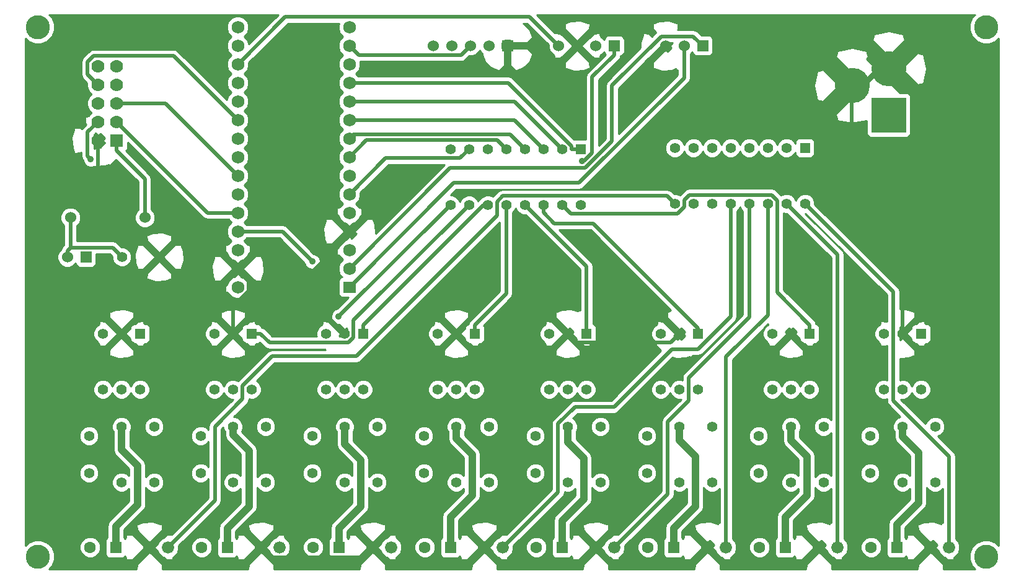
<source format=gbl>
G04 (created by PCBNEW (2013-mar-13)-testing) date Mon 08 Jul 2013 02:53:21 PM PDT*
%MOIN*%
G04 Gerber Fmt 3.4, Leading zero omitted, Abs format*
%FSLAX34Y34*%
G01*
G70*
G90*
G04 APERTURE LIST*
%ADD10C,0.005906*%
%ADD11R,0.069000X0.060000*%
%ADD12C,0.069000*%
%ADD13C,0.055000*%
%ADD14R,0.055000X0.055000*%
%ADD15R,0.060000X0.060000*%
%ADD16C,0.060000*%
%ADD17R,0.070000X0.070000*%
%ADD18C,0.070000*%
%ADD19C,0.130000*%
%ADD20R,0.063000X0.063000*%
%ADD21C,0.063000*%
%ADD22C,0.189000*%
%ADD23R,0.189000X0.189000*%
%ADD24C,0.066000*%
%ADD25C,0.035000*%
%ADD26C,0.020000*%
%ADD27C,0.040000*%
%ADD28C,0.010000*%
G04 APERTURE END LIST*
G54D10*
G54D11*
X47500Y-34500D03*
G54D12*
X47500Y-33500D03*
X47500Y-32500D03*
X47500Y-31500D03*
X47500Y-30500D03*
X47500Y-29500D03*
X47500Y-28500D03*
X47500Y-27500D03*
X47500Y-26500D03*
X47500Y-25500D03*
X47500Y-24500D03*
X47500Y-23500D03*
X47500Y-22500D03*
X47500Y-21500D03*
X47500Y-20500D03*
X41500Y-20500D03*
X41500Y-21500D03*
X41500Y-22500D03*
X41500Y-23500D03*
X41500Y-24500D03*
X41500Y-25500D03*
X41500Y-26500D03*
X41500Y-27500D03*
X41500Y-28500D03*
X41500Y-29500D03*
X41500Y-30500D03*
X41500Y-31500D03*
X41500Y-32500D03*
X41500Y-33500D03*
X41500Y-34500D03*
G54D13*
X35270Y-32875D03*
X37270Y-32875D03*
G54D14*
X59935Y-27070D03*
G54D13*
X58935Y-27070D03*
X57935Y-27070D03*
X56935Y-27070D03*
X55935Y-27070D03*
X54935Y-27070D03*
X53935Y-27070D03*
X52935Y-27070D03*
X52935Y-30070D03*
X53935Y-30070D03*
X54935Y-30070D03*
X55935Y-30070D03*
X56935Y-30070D03*
X57935Y-30070D03*
X58935Y-30070D03*
X59935Y-30070D03*
G54D14*
X72000Y-27000D03*
G54D13*
X71000Y-27000D03*
X70000Y-27000D03*
X69000Y-27000D03*
X68000Y-27000D03*
X67000Y-27000D03*
X66000Y-27000D03*
X65000Y-27000D03*
X65000Y-30000D03*
X66000Y-30000D03*
X67000Y-30000D03*
X68000Y-30000D03*
X69000Y-30000D03*
X70000Y-30000D03*
X71000Y-30000D03*
X72000Y-30000D03*
G54D15*
X33335Y-32875D03*
G54D16*
X32335Y-32875D03*
G54D15*
X66500Y-21500D03*
G54D16*
X65500Y-21500D03*
X64500Y-21500D03*
G54D15*
X61750Y-21500D03*
G54D16*
X60750Y-21500D03*
X59750Y-21500D03*
X58750Y-21500D03*
X36500Y-30750D03*
X32500Y-30750D03*
G54D17*
X34975Y-26600D03*
G54D18*
X33975Y-26600D03*
X34975Y-25600D03*
X33975Y-25600D03*
X34975Y-24600D03*
X33975Y-24600D03*
X34975Y-23600D03*
X33975Y-23600D03*
X34975Y-22600D03*
X33975Y-22600D03*
G54D19*
X30750Y-49000D03*
X81750Y-20500D03*
X81750Y-49000D03*
X30750Y-20500D03*
G54D14*
X36250Y-37000D03*
G54D13*
X35250Y-37000D03*
X34250Y-37000D03*
X34250Y-40000D03*
X35250Y-40000D03*
X36250Y-40000D03*
G54D14*
X42250Y-37000D03*
G54D13*
X41250Y-37000D03*
X40250Y-37000D03*
X40250Y-40000D03*
X41250Y-40000D03*
X42250Y-40000D03*
G54D14*
X48250Y-37000D03*
G54D13*
X47250Y-37000D03*
X46250Y-37000D03*
X46250Y-40000D03*
X47250Y-40000D03*
X48250Y-40000D03*
G54D14*
X54250Y-37000D03*
G54D13*
X53250Y-37000D03*
X52250Y-37000D03*
X52250Y-40000D03*
X53250Y-40000D03*
X54250Y-40000D03*
G54D14*
X60250Y-37000D03*
G54D13*
X59250Y-37000D03*
X58250Y-37000D03*
X58250Y-40000D03*
X59250Y-40000D03*
X60250Y-40000D03*
G54D14*
X66250Y-37000D03*
G54D13*
X65250Y-37000D03*
X64250Y-37000D03*
X64250Y-40000D03*
X65250Y-40000D03*
X66250Y-40000D03*
G54D14*
X72250Y-37000D03*
G54D13*
X71250Y-37000D03*
X70250Y-37000D03*
X70250Y-40000D03*
X71250Y-40000D03*
X72250Y-40000D03*
G54D14*
X78250Y-37000D03*
G54D13*
X77250Y-37000D03*
X76250Y-37000D03*
X76250Y-40000D03*
X77250Y-40000D03*
X78250Y-40000D03*
G54D20*
X34939Y-48500D03*
G54D21*
X33561Y-48500D03*
G54D20*
X40939Y-48500D03*
G54D21*
X39561Y-48500D03*
G54D20*
X46939Y-48500D03*
G54D21*
X45561Y-48500D03*
G54D20*
X52939Y-48500D03*
G54D21*
X51561Y-48500D03*
G54D20*
X58939Y-48500D03*
G54D21*
X57561Y-48500D03*
G54D20*
X64939Y-48500D03*
G54D21*
X63561Y-48500D03*
G54D20*
X70939Y-48500D03*
G54D21*
X69561Y-48500D03*
G54D20*
X76939Y-48500D03*
G54D21*
X75561Y-48500D03*
G54D15*
X56000Y-21500D03*
G54D16*
X55000Y-21500D03*
X54000Y-21500D03*
X53000Y-21500D03*
X52000Y-21500D03*
G54D22*
X76500Y-22750D03*
G54D23*
X76500Y-25230D03*
G54D22*
X74531Y-23650D03*
G54D13*
X33500Y-44500D03*
X33500Y-42500D03*
X39500Y-44500D03*
X39500Y-42500D03*
X45500Y-44500D03*
X45500Y-42500D03*
X51500Y-44500D03*
X51500Y-42500D03*
X57500Y-44500D03*
X57500Y-42500D03*
X63500Y-44500D03*
X63500Y-42500D03*
X69500Y-44500D03*
X69500Y-42500D03*
X75500Y-44500D03*
X75500Y-42500D03*
X35250Y-42000D03*
X35250Y-45000D03*
X41250Y-42000D03*
X41250Y-45000D03*
X47250Y-42000D03*
X47250Y-45000D03*
X53250Y-42000D03*
X53250Y-45000D03*
X59250Y-42000D03*
X59250Y-45000D03*
X65250Y-42000D03*
X65250Y-45000D03*
X71250Y-42000D03*
X71250Y-45000D03*
X77250Y-42000D03*
X77250Y-45000D03*
X43000Y-45000D03*
X43000Y-42000D03*
X49000Y-45000D03*
X49000Y-42000D03*
X55000Y-45000D03*
X55000Y-42000D03*
X61000Y-45000D03*
X61000Y-42000D03*
X67000Y-45000D03*
X67000Y-42000D03*
X73000Y-45000D03*
X73000Y-42000D03*
X79000Y-45000D03*
X79000Y-42000D03*
X37000Y-45000D03*
X37000Y-42000D03*
G54D24*
X49750Y-48500D03*
X48750Y-48500D03*
X55750Y-48500D03*
X54750Y-48500D03*
X37750Y-48500D03*
X36750Y-48500D03*
X43750Y-48500D03*
X42750Y-48500D03*
X61750Y-48500D03*
X60750Y-48500D03*
X73750Y-48500D03*
X72750Y-48500D03*
X67750Y-48500D03*
X66750Y-48500D03*
X79750Y-48500D03*
X78750Y-48500D03*
G54D25*
X45520Y-33122D03*
X60025Y-27712D03*
X33592Y-27609D03*
X46927Y-36077D03*
G54D26*
X36500Y-28675D02*
X36500Y-30750D01*
X34975Y-27150D02*
X36500Y-28675D01*
X34975Y-26600D02*
X34975Y-27150D01*
X43897Y-31500D02*
X45520Y-33122D01*
X41500Y-31500D02*
X43897Y-31500D01*
X61750Y-21500D02*
X61750Y-22000D01*
X60128Y-27712D02*
X60025Y-27712D01*
X60559Y-27280D02*
X60128Y-27712D01*
X60559Y-23190D02*
X60559Y-27280D01*
X61750Y-22000D02*
X60559Y-23190D01*
G54D27*
X34939Y-47361D02*
X34939Y-48500D01*
X36100Y-46200D02*
X34939Y-47361D01*
X36100Y-44100D02*
X36100Y-46200D01*
X35250Y-43250D02*
X36100Y-44100D01*
X35250Y-42000D02*
X35250Y-43250D01*
X40938Y-47461D02*
X40938Y-47980D01*
X42100Y-46300D02*
X40938Y-47461D01*
X42100Y-43300D02*
X42100Y-46300D01*
X41250Y-42450D02*
X42100Y-43300D01*
X41250Y-42000D02*
X41250Y-42450D01*
X40938Y-47980D02*
X40938Y-48500D01*
G54D26*
X40939Y-47980D02*
X40939Y-48500D01*
X40938Y-47980D02*
X40939Y-47980D01*
G54D27*
X46938Y-47461D02*
X46938Y-47980D01*
X48100Y-46300D02*
X46938Y-47461D01*
X48100Y-43800D02*
X48100Y-46300D01*
X47250Y-42950D02*
X48100Y-43800D01*
X47250Y-42000D02*
X47250Y-42950D01*
X46938Y-47980D02*
X46938Y-48500D01*
G54D26*
X46939Y-47980D02*
X46939Y-48500D01*
X46938Y-47980D02*
X46939Y-47980D01*
G54D27*
X52938Y-46861D02*
X52938Y-47680D01*
X54100Y-45700D02*
X52938Y-46861D01*
X54100Y-43500D02*
X54100Y-45700D01*
X53250Y-42650D02*
X54100Y-43500D01*
X53250Y-42000D02*
X53250Y-42650D01*
X52938Y-47680D02*
X52938Y-48500D01*
G54D26*
X52939Y-47680D02*
X52939Y-48500D01*
X52938Y-47680D02*
X52939Y-47680D01*
G54D27*
X58938Y-47061D02*
X58938Y-47780D01*
X60100Y-45900D02*
X58938Y-47061D01*
X60100Y-43700D02*
X60100Y-45900D01*
X59250Y-42850D02*
X60100Y-43700D01*
X59250Y-42000D02*
X59250Y-42850D01*
X58938Y-47780D02*
X58938Y-48500D01*
G54D26*
X58939Y-47780D02*
X58939Y-48500D01*
X58938Y-47780D02*
X58939Y-47780D01*
G54D27*
X64938Y-47461D02*
X64938Y-47980D01*
X66100Y-46300D02*
X64938Y-47461D01*
X66100Y-43600D02*
X66100Y-46300D01*
X65250Y-42750D02*
X66100Y-43600D01*
X65250Y-42000D02*
X65250Y-42750D01*
X64938Y-47980D02*
X64938Y-48500D01*
G54D26*
X64939Y-47980D02*
X64939Y-48500D01*
X64938Y-47980D02*
X64939Y-47980D01*
G54D27*
X70938Y-46861D02*
X70938Y-47680D01*
X72100Y-45700D02*
X70938Y-46861D01*
X72100Y-43600D02*
X72100Y-45700D01*
X71250Y-42750D02*
X72100Y-43600D01*
X71250Y-42000D02*
X71250Y-42750D01*
X70938Y-47680D02*
X70938Y-48500D01*
G54D26*
X70939Y-47680D02*
X70939Y-48500D01*
X70938Y-47680D02*
X70939Y-47680D01*
G54D27*
X76938Y-47261D02*
X76938Y-47880D01*
X78100Y-46100D02*
X76938Y-47261D01*
X78100Y-43400D02*
X78100Y-46100D01*
X77250Y-42550D02*
X78100Y-43400D01*
X77250Y-42000D02*
X77250Y-42550D01*
X76938Y-47880D02*
X76938Y-48500D01*
G54D26*
X76939Y-47880D02*
X76939Y-48500D01*
X76938Y-47880D02*
X76939Y-47880D01*
X38043Y-22043D02*
X41500Y-25500D01*
X33744Y-22043D02*
X38043Y-22043D01*
X33422Y-22365D02*
X33744Y-22043D01*
X33422Y-23047D02*
X33422Y-22365D01*
X33975Y-23600D02*
X33422Y-23047D01*
X37600Y-24600D02*
X41500Y-28500D01*
X34975Y-24600D02*
X37600Y-24600D01*
X33424Y-27442D02*
X33592Y-27609D01*
X33424Y-26150D02*
X33424Y-27442D01*
X33975Y-25600D02*
X33424Y-26150D01*
X39875Y-30500D02*
X41500Y-30500D01*
X34975Y-25600D02*
X39875Y-30500D01*
X44054Y-19945D02*
X41500Y-22500D01*
X57195Y-19945D02*
X44054Y-19945D01*
X58750Y-21500D02*
X57195Y-19945D01*
X52912Y-28087D02*
X47500Y-33500D01*
X60183Y-28087D02*
X52912Y-28087D01*
X61625Y-26645D02*
X60183Y-28087D01*
X61625Y-23647D02*
X61625Y-26645D01*
X64277Y-20995D02*
X61625Y-23647D01*
X65995Y-20995D02*
X64277Y-20995D01*
X66500Y-21500D02*
X65995Y-20995D01*
X53114Y-28885D02*
X47500Y-34500D01*
X59842Y-28885D02*
X53114Y-28885D01*
X65500Y-23228D02*
X59842Y-28885D01*
X65500Y-21500D02*
X65500Y-23228D01*
X48001Y-22001D02*
X47500Y-21500D01*
X53498Y-22001D02*
X48001Y-22001D01*
X54000Y-21500D02*
X53498Y-22001D01*
X49454Y-27545D02*
X47500Y-29500D01*
X53459Y-27545D02*
X49454Y-27545D01*
X53935Y-27070D02*
X53459Y-27545D01*
X48424Y-26575D02*
X47500Y-27500D01*
X55440Y-26575D02*
X48424Y-26575D01*
X55935Y-27070D02*
X55440Y-26575D01*
X47727Y-26272D02*
X47500Y-26500D01*
X56137Y-26272D02*
X47727Y-26272D01*
X56935Y-27070D02*
X56137Y-26272D01*
X56365Y-25500D02*
X57935Y-27070D01*
X47500Y-25500D02*
X56365Y-25500D01*
X56365Y-24500D02*
X47500Y-24500D01*
X58935Y-27070D02*
X56365Y-24500D01*
X56038Y-23500D02*
X47500Y-23500D01*
X59459Y-26921D02*
X56038Y-23500D01*
X59459Y-27070D02*
X59459Y-26921D01*
X59935Y-27070D02*
X59459Y-27070D01*
X74530Y-25700D02*
X74530Y-23650D01*
X77250Y-28420D02*
X74530Y-25700D01*
X77250Y-37000D02*
X77250Y-28420D01*
X41250Y-35528D02*
X42070Y-34708D01*
X41250Y-37000D02*
X41250Y-35528D01*
X42070Y-34070D02*
X41500Y-33500D01*
X42070Y-34708D02*
X42070Y-34070D01*
X47250Y-37000D02*
X44958Y-34708D01*
X44958Y-34708D02*
X42070Y-34708D01*
X47500Y-31673D02*
X47500Y-31500D01*
X44958Y-34215D02*
X47500Y-31673D01*
X44958Y-34708D02*
X44958Y-34215D01*
X33975Y-29580D02*
X33975Y-26600D01*
X37270Y-32875D02*
X33975Y-29580D01*
X59725Y-37475D02*
X59250Y-37000D01*
X64774Y-37475D02*
X59725Y-37475D01*
X65250Y-37000D02*
X64774Y-37475D01*
X43298Y-49048D02*
X42750Y-48500D01*
X48201Y-49048D02*
X43298Y-49048D01*
X48750Y-48500D02*
X48201Y-49048D01*
X60250Y-33384D02*
X56935Y-30070D01*
X60250Y-37000D02*
X60250Y-33384D01*
X46927Y-36077D02*
X52935Y-30070D01*
X42250Y-37000D02*
X42725Y-37000D01*
X47725Y-36279D02*
X53935Y-30070D01*
X47725Y-37201D02*
X47725Y-36279D01*
X47447Y-37479D02*
X47725Y-37201D01*
X43204Y-37479D02*
X47447Y-37479D01*
X42725Y-37000D02*
X43204Y-37479D01*
X55935Y-34839D02*
X55935Y-30070D01*
X54250Y-36524D02*
X55935Y-34839D01*
X54250Y-37000D02*
X54250Y-36524D01*
X66250Y-37000D02*
X66250Y-36700D01*
X57935Y-30485D02*
X57935Y-30070D01*
X58515Y-31065D02*
X57935Y-30485D01*
X60615Y-31065D02*
X58515Y-31065D01*
X66250Y-36700D02*
X60615Y-31065D01*
X48250Y-37000D02*
X48250Y-36524D01*
X54704Y-30070D02*
X48250Y-36524D01*
X54935Y-30070D02*
X54704Y-30070D01*
X64588Y-29588D02*
X65000Y-30000D01*
X55740Y-29588D02*
X64588Y-29588D01*
X55435Y-29893D02*
X55740Y-29588D01*
X55435Y-30657D02*
X55435Y-29893D01*
X47877Y-38214D02*
X55435Y-30657D01*
X43340Y-38214D02*
X47877Y-38214D01*
X41750Y-39805D02*
X43340Y-38214D01*
X41750Y-40522D02*
X41750Y-39805D01*
X40268Y-42003D02*
X41750Y-40522D01*
X40268Y-45981D02*
X40268Y-42003D01*
X37750Y-48500D02*
X40268Y-45981D01*
X79750Y-43609D02*
X79750Y-48500D01*
X76750Y-40609D02*
X79750Y-43609D01*
X76750Y-34750D02*
X76750Y-40609D01*
X72000Y-30000D02*
X76750Y-34750D01*
X69000Y-36119D02*
X69000Y-30000D01*
X65749Y-39369D02*
X69000Y-36119D01*
X65749Y-40609D02*
X65749Y-39369D01*
X64623Y-41735D02*
X65749Y-40609D01*
X64623Y-45626D02*
X64623Y-41735D01*
X61750Y-48500D02*
X64623Y-45626D01*
X32500Y-30750D02*
X32500Y-32369D01*
X32335Y-32534D02*
X32500Y-32369D01*
X32335Y-32875D02*
X32335Y-32534D01*
X34764Y-32369D02*
X35270Y-32875D01*
X32500Y-32369D02*
X34764Y-32369D01*
X59414Y-30549D02*
X58935Y-30070D01*
X65140Y-30549D02*
X59414Y-30549D01*
X65500Y-30189D02*
X65140Y-30549D01*
X65500Y-29812D02*
X65500Y-30189D01*
X65787Y-29524D02*
X65500Y-29812D01*
X70198Y-29524D02*
X65787Y-29524D01*
X70500Y-29826D02*
X70198Y-29524D01*
X70500Y-34774D02*
X70500Y-29826D01*
X72250Y-36524D02*
X70500Y-34774D01*
X72250Y-37000D02*
X72250Y-36524D01*
X68000Y-36083D02*
X68000Y-30000D01*
X66255Y-37828D02*
X68000Y-36083D01*
X64846Y-37828D02*
X66255Y-37828D01*
X61733Y-40941D02*
X64846Y-37828D01*
X59635Y-40941D02*
X61733Y-40941D01*
X58719Y-41857D02*
X59635Y-40941D01*
X58719Y-45530D02*
X58719Y-41857D01*
X55750Y-48500D02*
X58719Y-45530D01*
X70000Y-36000D02*
X70000Y-30000D01*
X67750Y-38250D02*
X70000Y-36000D01*
X67750Y-48500D02*
X67750Y-38250D01*
X73750Y-32750D02*
X71000Y-30000D01*
X73750Y-48500D02*
X73750Y-32750D01*
G54D10*
G36*
X34346Y-26723D02*
X34098Y-26971D01*
X33975Y-26847D01*
X33774Y-27047D01*
X33774Y-26295D01*
X33846Y-26223D01*
X33975Y-26352D01*
X34098Y-26228D01*
X34346Y-26476D01*
X34222Y-26600D01*
X34346Y-26723D01*
X34346Y-26723D01*
G37*
G54D28*
X34346Y-26723D02*
X34098Y-26971D01*
X33975Y-26847D01*
X33774Y-27047D01*
X33774Y-26295D01*
X33846Y-26223D01*
X33975Y-26352D01*
X34098Y-26228D01*
X34346Y-26476D01*
X34222Y-26600D01*
X34346Y-26723D01*
G54D10*
G36*
X65150Y-23083D02*
X61975Y-26257D01*
X61975Y-23792D01*
X63593Y-22174D01*
X63613Y-22174D01*
X64287Y-21500D01*
X64278Y-21490D01*
X64422Y-21345D01*
X64866Y-21345D01*
X64712Y-21500D01*
X64818Y-21606D01*
X64606Y-21818D01*
X64500Y-21712D01*
X63825Y-22386D01*
X63817Y-22695D01*
X64326Y-22865D01*
X64862Y-22827D01*
X65045Y-22752D01*
X65119Y-22826D01*
X65150Y-22795D01*
X65150Y-23083D01*
X65150Y-23083D01*
G37*
G54D28*
X65150Y-23083D02*
X61975Y-26257D01*
X61975Y-23792D01*
X63593Y-22174D01*
X63613Y-22174D01*
X64287Y-21500D01*
X64278Y-21490D01*
X64422Y-21345D01*
X64866Y-21345D01*
X64712Y-21500D01*
X64818Y-21606D01*
X64606Y-21818D01*
X64500Y-21712D01*
X63825Y-22386D01*
X63817Y-22695D01*
X64326Y-22865D01*
X64862Y-22827D01*
X65045Y-22752D01*
X65119Y-22826D01*
X65150Y-22795D01*
X65150Y-23083D01*
G54D10*
G36*
X82425Y-48402D02*
X82260Y-48237D01*
X81929Y-48100D01*
X81571Y-48099D01*
X81240Y-48236D01*
X80987Y-48489D01*
X80850Y-48820D01*
X80849Y-49178D01*
X80986Y-49509D01*
X81152Y-49675D01*
X79437Y-49675D01*
X79434Y-49417D01*
X78750Y-48733D01*
X78065Y-49417D01*
X78062Y-49675D01*
X76126Y-49675D01*
X76126Y-48388D01*
X76040Y-48180D01*
X76025Y-48165D01*
X76025Y-44396D01*
X76025Y-42396D01*
X75945Y-42203D01*
X75797Y-42055D01*
X75604Y-41975D01*
X75396Y-41974D01*
X75203Y-42054D01*
X75055Y-42202D01*
X74975Y-42395D01*
X74974Y-42603D01*
X75054Y-42797D01*
X75202Y-42944D01*
X75395Y-43024D01*
X75603Y-43025D01*
X75797Y-42945D01*
X75944Y-42797D01*
X76024Y-42604D01*
X76025Y-42396D01*
X76025Y-44396D01*
X75945Y-44203D01*
X75797Y-44055D01*
X75604Y-43975D01*
X75396Y-43974D01*
X75203Y-44054D01*
X75055Y-44202D01*
X74975Y-44395D01*
X74974Y-44603D01*
X75054Y-44797D01*
X75202Y-44944D01*
X75395Y-45024D01*
X75603Y-45025D01*
X75797Y-44945D01*
X75944Y-44797D01*
X76024Y-44604D01*
X76025Y-44396D01*
X76025Y-48165D01*
X75881Y-48021D01*
X75673Y-47935D01*
X75449Y-47934D01*
X75241Y-48020D01*
X75082Y-48179D01*
X74996Y-48387D01*
X74995Y-48611D01*
X75081Y-48819D01*
X75240Y-48978D01*
X75448Y-49064D01*
X75672Y-49065D01*
X75880Y-48979D01*
X76039Y-48820D01*
X76125Y-48612D01*
X76126Y-48388D01*
X76126Y-49675D01*
X73437Y-49675D01*
X73434Y-49417D01*
X72750Y-48733D01*
X72065Y-49417D01*
X72062Y-49675D01*
X70126Y-49675D01*
X70126Y-48388D01*
X70040Y-48180D01*
X70025Y-48165D01*
X70025Y-44396D01*
X70025Y-42396D01*
X69945Y-42203D01*
X69797Y-42055D01*
X69604Y-41975D01*
X69396Y-41974D01*
X69203Y-42054D01*
X69055Y-42202D01*
X68975Y-42395D01*
X68974Y-42603D01*
X69054Y-42797D01*
X69202Y-42944D01*
X69395Y-43024D01*
X69603Y-43025D01*
X69797Y-42945D01*
X69944Y-42797D01*
X70024Y-42604D01*
X70025Y-42396D01*
X70025Y-44396D01*
X69945Y-44203D01*
X69797Y-44055D01*
X69604Y-43975D01*
X69396Y-43974D01*
X69203Y-44054D01*
X69055Y-44202D01*
X68975Y-44395D01*
X68974Y-44603D01*
X69054Y-44797D01*
X69202Y-44944D01*
X69395Y-45024D01*
X69603Y-45025D01*
X69797Y-44945D01*
X69944Y-44797D01*
X70024Y-44604D01*
X70025Y-44396D01*
X70025Y-48165D01*
X69881Y-48021D01*
X69673Y-47935D01*
X69449Y-47934D01*
X69241Y-48020D01*
X69082Y-48179D01*
X68996Y-48387D01*
X68995Y-48611D01*
X69081Y-48819D01*
X69240Y-48978D01*
X69448Y-49064D01*
X69672Y-49065D01*
X69880Y-48979D01*
X70039Y-48820D01*
X70125Y-48612D01*
X70126Y-48388D01*
X70126Y-49675D01*
X67437Y-49675D01*
X67434Y-49417D01*
X66750Y-48733D01*
X66065Y-49417D01*
X66062Y-49675D01*
X64126Y-49675D01*
X64126Y-48388D01*
X64040Y-48180D01*
X63881Y-48021D01*
X63673Y-47935D01*
X63449Y-47934D01*
X63241Y-48020D01*
X63082Y-48179D01*
X62996Y-48387D01*
X62995Y-48611D01*
X63081Y-48819D01*
X63240Y-48978D01*
X63448Y-49064D01*
X63672Y-49065D01*
X63880Y-48979D01*
X64039Y-48820D01*
X64125Y-48612D01*
X64126Y-48388D01*
X64126Y-49675D01*
X61437Y-49675D01*
X61434Y-49417D01*
X60750Y-48733D01*
X60065Y-49417D01*
X60062Y-49675D01*
X58126Y-49675D01*
X58126Y-48388D01*
X58040Y-48180D01*
X57881Y-48021D01*
X57673Y-47935D01*
X57449Y-47934D01*
X57241Y-48020D01*
X57082Y-48179D01*
X56996Y-48387D01*
X56995Y-48611D01*
X57081Y-48819D01*
X57240Y-48978D01*
X57448Y-49064D01*
X57672Y-49065D01*
X57880Y-48979D01*
X58039Y-48820D01*
X58125Y-48612D01*
X58126Y-48388D01*
X58126Y-49675D01*
X55437Y-49675D01*
X55434Y-49417D01*
X54750Y-48733D01*
X54065Y-49417D01*
X54062Y-49675D01*
X52126Y-49675D01*
X52126Y-48388D01*
X52040Y-48180D01*
X52025Y-48165D01*
X52025Y-44396D01*
X52025Y-42396D01*
X51945Y-42203D01*
X51797Y-42055D01*
X51604Y-41975D01*
X51396Y-41974D01*
X51203Y-42054D01*
X51055Y-42202D01*
X50975Y-42395D01*
X50974Y-42603D01*
X51054Y-42797D01*
X51202Y-42944D01*
X51395Y-43024D01*
X51603Y-43025D01*
X51797Y-42945D01*
X51944Y-42797D01*
X52024Y-42604D01*
X52025Y-42396D01*
X52025Y-44396D01*
X51945Y-44203D01*
X51797Y-44055D01*
X51604Y-43975D01*
X51396Y-43974D01*
X51203Y-44054D01*
X51055Y-44202D01*
X50975Y-44395D01*
X50974Y-44603D01*
X51054Y-44797D01*
X51202Y-44944D01*
X51395Y-45024D01*
X51603Y-45025D01*
X51797Y-44945D01*
X51944Y-44797D01*
X52024Y-44604D01*
X52025Y-44396D01*
X52025Y-48165D01*
X51881Y-48021D01*
X51673Y-47935D01*
X51449Y-47934D01*
X51241Y-48020D01*
X51082Y-48179D01*
X50996Y-48387D01*
X50995Y-48611D01*
X51081Y-48819D01*
X51240Y-48978D01*
X51448Y-49064D01*
X51672Y-49065D01*
X51880Y-48979D01*
X52039Y-48820D01*
X52125Y-48612D01*
X52126Y-48388D01*
X52126Y-49675D01*
X50330Y-49675D01*
X50330Y-48385D01*
X50241Y-48171D01*
X50078Y-48008D01*
X50054Y-47998D01*
X49977Y-47812D01*
X49667Y-47815D01*
X49525Y-47958D01*
X49525Y-44896D01*
X49525Y-41896D01*
X49445Y-41703D01*
X49297Y-41555D01*
X49104Y-41475D01*
X48896Y-41474D01*
X48775Y-41524D01*
X48775Y-39896D01*
X48695Y-39703D01*
X48547Y-39555D01*
X48354Y-39475D01*
X48146Y-39474D01*
X47953Y-39554D01*
X47805Y-39702D01*
X47749Y-39835D01*
X47695Y-39703D01*
X47547Y-39555D01*
X47354Y-39475D01*
X47146Y-39474D01*
X46953Y-39554D01*
X46805Y-39702D01*
X46749Y-39835D01*
X46695Y-39703D01*
X46547Y-39555D01*
X46354Y-39475D01*
X46146Y-39474D01*
X45953Y-39554D01*
X45805Y-39702D01*
X45725Y-39895D01*
X45724Y-40103D01*
X45804Y-40297D01*
X45952Y-40444D01*
X46145Y-40524D01*
X46353Y-40525D01*
X46547Y-40445D01*
X46694Y-40297D01*
X46750Y-40164D01*
X46804Y-40297D01*
X46952Y-40444D01*
X47145Y-40524D01*
X47353Y-40525D01*
X47547Y-40445D01*
X47694Y-40297D01*
X47750Y-40164D01*
X47804Y-40297D01*
X47952Y-40444D01*
X48145Y-40524D01*
X48353Y-40525D01*
X48547Y-40445D01*
X48694Y-40297D01*
X48774Y-40104D01*
X48775Y-39896D01*
X48775Y-41524D01*
X48703Y-41554D01*
X48555Y-41702D01*
X48475Y-41895D01*
X48474Y-42103D01*
X48554Y-42297D01*
X48702Y-42444D01*
X48895Y-42524D01*
X49103Y-42525D01*
X49297Y-42445D01*
X49444Y-42297D01*
X49524Y-42104D01*
X49525Y-41896D01*
X49525Y-44896D01*
X49445Y-44703D01*
X49297Y-44555D01*
X49104Y-44475D01*
X48896Y-44474D01*
X48703Y-44554D01*
X48555Y-44702D01*
X48550Y-44714D01*
X48550Y-43800D01*
X48515Y-43627D01*
X48418Y-43481D01*
X47700Y-42763D01*
X47700Y-42285D01*
X47774Y-42104D01*
X47775Y-41896D01*
X47695Y-41703D01*
X47547Y-41555D01*
X47354Y-41475D01*
X47146Y-41474D01*
X46953Y-41554D01*
X46805Y-41702D01*
X46725Y-41895D01*
X46724Y-42103D01*
X46800Y-42285D01*
X46800Y-42950D01*
X46834Y-43122D01*
X46931Y-43268D01*
X47650Y-43986D01*
X47650Y-44657D01*
X47547Y-44555D01*
X47354Y-44475D01*
X47146Y-44474D01*
X46953Y-44554D01*
X46805Y-44702D01*
X46725Y-44895D01*
X46724Y-45103D01*
X46804Y-45297D01*
X46952Y-45444D01*
X47145Y-45524D01*
X47353Y-45525D01*
X47547Y-45445D01*
X47650Y-45342D01*
X47650Y-46113D01*
X46620Y-47142D01*
X46523Y-47288D01*
X46488Y-47461D01*
X46488Y-47970D01*
X46482Y-47973D01*
X46412Y-48043D01*
X46374Y-48135D01*
X46374Y-48234D01*
X46374Y-48864D01*
X46412Y-48956D01*
X46482Y-49026D01*
X46574Y-49065D01*
X46673Y-49065D01*
X47303Y-49065D01*
X47395Y-49026D01*
X47438Y-48984D01*
X47522Y-49187D01*
X47832Y-49184D01*
X48516Y-48500D01*
X47832Y-47815D01*
X47522Y-47812D01*
X47451Y-48029D01*
X47395Y-47973D01*
X47388Y-47970D01*
X47388Y-47647D01*
X48418Y-46618D01*
X48515Y-46472D01*
X48550Y-46300D01*
X48550Y-45285D01*
X48554Y-45297D01*
X48702Y-45444D01*
X48895Y-45524D01*
X49103Y-45525D01*
X49297Y-45445D01*
X49444Y-45297D01*
X49524Y-45104D01*
X49525Y-44896D01*
X49525Y-47958D01*
X49512Y-47970D01*
X49437Y-48001D01*
X49437Y-47272D01*
X48915Y-47102D01*
X48368Y-47145D01*
X48062Y-47272D01*
X48065Y-47582D01*
X48750Y-48266D01*
X49434Y-47582D01*
X49437Y-47272D01*
X49437Y-48001D01*
X49421Y-48008D01*
X49258Y-48171D01*
X49220Y-48262D01*
X48983Y-48500D01*
X49220Y-48737D01*
X49258Y-48828D01*
X49421Y-48991D01*
X49512Y-49029D01*
X49667Y-49184D01*
X49977Y-49187D01*
X50035Y-49009D01*
X50078Y-48991D01*
X50241Y-48828D01*
X50329Y-48615D01*
X50330Y-48385D01*
X50330Y-49675D01*
X49437Y-49675D01*
X49434Y-49417D01*
X48750Y-48733D01*
X48065Y-49417D01*
X48062Y-49675D01*
X46126Y-49675D01*
X46126Y-48388D01*
X46040Y-48180D01*
X46025Y-48165D01*
X46025Y-44396D01*
X46025Y-42396D01*
X45945Y-42203D01*
X45797Y-42055D01*
X45604Y-41975D01*
X45396Y-41974D01*
X45203Y-42054D01*
X45055Y-42202D01*
X44975Y-42395D01*
X44974Y-42603D01*
X45054Y-42797D01*
X45202Y-42944D01*
X45395Y-43024D01*
X45603Y-43025D01*
X45797Y-42945D01*
X45944Y-42797D01*
X46024Y-42604D01*
X46025Y-42396D01*
X46025Y-44396D01*
X45945Y-44203D01*
X45797Y-44055D01*
X45604Y-43975D01*
X45396Y-43974D01*
X45203Y-44054D01*
X45055Y-44202D01*
X44975Y-44395D01*
X44974Y-44603D01*
X45054Y-44797D01*
X45202Y-44944D01*
X45395Y-45024D01*
X45603Y-45025D01*
X45797Y-44945D01*
X45944Y-44797D01*
X46024Y-44604D01*
X46025Y-44396D01*
X46025Y-48165D01*
X45881Y-48021D01*
X45673Y-47935D01*
X45449Y-47934D01*
X45241Y-48020D01*
X45082Y-48179D01*
X44996Y-48387D01*
X44995Y-48611D01*
X45081Y-48819D01*
X45240Y-48978D01*
X45448Y-49064D01*
X45672Y-49065D01*
X45880Y-48979D01*
X46039Y-48820D01*
X46125Y-48612D01*
X46126Y-48388D01*
X46126Y-49675D01*
X44330Y-49675D01*
X44330Y-48385D01*
X44241Y-48171D01*
X44078Y-48008D01*
X44054Y-47998D01*
X43977Y-47812D01*
X43667Y-47815D01*
X43512Y-47970D01*
X43437Y-48001D01*
X43437Y-47272D01*
X42915Y-47102D01*
X42368Y-47145D01*
X42062Y-47272D01*
X42065Y-47582D01*
X42750Y-48266D01*
X43434Y-47582D01*
X43437Y-47272D01*
X43437Y-48001D01*
X43421Y-48008D01*
X43258Y-48171D01*
X43220Y-48262D01*
X42983Y-48500D01*
X43220Y-48737D01*
X43258Y-48828D01*
X43421Y-48991D01*
X43512Y-49029D01*
X43667Y-49184D01*
X43977Y-49187D01*
X44035Y-49009D01*
X44078Y-48991D01*
X44241Y-48828D01*
X44329Y-48615D01*
X44330Y-48385D01*
X44330Y-49675D01*
X43437Y-49675D01*
X43434Y-49417D01*
X42750Y-48733D01*
X42065Y-49417D01*
X42062Y-49675D01*
X40126Y-49675D01*
X40126Y-48388D01*
X40040Y-48180D01*
X39881Y-48021D01*
X39673Y-47935D01*
X39449Y-47934D01*
X39241Y-48020D01*
X39082Y-48179D01*
X38996Y-48387D01*
X38995Y-48611D01*
X39081Y-48819D01*
X39240Y-48978D01*
X39448Y-49064D01*
X39672Y-49065D01*
X39880Y-48979D01*
X40039Y-48820D01*
X40125Y-48612D01*
X40126Y-48388D01*
X40126Y-49675D01*
X37437Y-49675D01*
X37434Y-49417D01*
X36750Y-48733D01*
X36065Y-49417D01*
X36062Y-49675D01*
X34126Y-49675D01*
X34126Y-48388D01*
X34040Y-48180D01*
X34025Y-48165D01*
X34025Y-44396D01*
X34025Y-42396D01*
X33945Y-42203D01*
X33797Y-42055D01*
X33604Y-41975D01*
X33396Y-41974D01*
X33203Y-42054D01*
X33055Y-42202D01*
X32975Y-42395D01*
X32974Y-42603D01*
X33054Y-42797D01*
X33202Y-42944D01*
X33395Y-43024D01*
X33603Y-43025D01*
X33797Y-42945D01*
X33944Y-42797D01*
X34024Y-42604D01*
X34025Y-42396D01*
X34025Y-44396D01*
X33945Y-44203D01*
X33797Y-44055D01*
X33604Y-43975D01*
X33396Y-43974D01*
X33203Y-44054D01*
X33055Y-44202D01*
X32975Y-44395D01*
X32974Y-44603D01*
X33054Y-44797D01*
X33202Y-44944D01*
X33395Y-45024D01*
X33603Y-45025D01*
X33797Y-44945D01*
X33944Y-44797D01*
X34024Y-44604D01*
X34025Y-44396D01*
X34025Y-48165D01*
X33881Y-48021D01*
X33673Y-47935D01*
X33449Y-47934D01*
X33241Y-48020D01*
X33082Y-48179D01*
X32996Y-48387D01*
X32995Y-48611D01*
X33081Y-48819D01*
X33240Y-48978D01*
X33448Y-49064D01*
X33672Y-49065D01*
X33880Y-48979D01*
X34039Y-48820D01*
X34125Y-48612D01*
X34126Y-48388D01*
X34126Y-49675D01*
X31347Y-49675D01*
X31512Y-49510D01*
X31649Y-49179D01*
X31650Y-48821D01*
X31513Y-48490D01*
X31260Y-48237D01*
X30929Y-48100D01*
X30571Y-48099D01*
X30240Y-48236D01*
X30075Y-48402D01*
X30075Y-21097D01*
X30239Y-21262D01*
X30570Y-21399D01*
X30928Y-21400D01*
X31259Y-21263D01*
X31512Y-21010D01*
X31649Y-20679D01*
X31650Y-20321D01*
X31513Y-19990D01*
X31347Y-19825D01*
X43680Y-19825D01*
X42095Y-21409D01*
X42095Y-21382D01*
X42004Y-21163D01*
X41841Y-20999D01*
X42004Y-20837D01*
X42094Y-20618D01*
X42095Y-20382D01*
X42004Y-20163D01*
X41837Y-19995D01*
X41618Y-19905D01*
X41382Y-19904D01*
X41163Y-19995D01*
X40995Y-20162D01*
X40905Y-20381D01*
X40904Y-20617D01*
X40995Y-20836D01*
X41158Y-21000D01*
X40995Y-21162D01*
X40905Y-21381D01*
X40904Y-21617D01*
X40995Y-21836D01*
X41158Y-22000D01*
X40995Y-22162D01*
X40905Y-22381D01*
X40904Y-22617D01*
X40995Y-22836D01*
X41158Y-23000D01*
X40995Y-23162D01*
X40905Y-23381D01*
X40904Y-23617D01*
X40995Y-23836D01*
X41158Y-24000D01*
X40995Y-24162D01*
X40905Y-24381D01*
X40905Y-24410D01*
X38290Y-21795D01*
X38177Y-21719D01*
X38043Y-21693D01*
X33744Y-21693D01*
X33610Y-21719D01*
X33497Y-21795D01*
X33174Y-22118D01*
X33098Y-22232D01*
X33072Y-22365D01*
X33072Y-23047D01*
X33098Y-23181D01*
X33174Y-23294D01*
X33375Y-23495D01*
X33374Y-23718D01*
X33466Y-23939D01*
X33626Y-24100D01*
X33466Y-24259D01*
X33375Y-24480D01*
X33374Y-24718D01*
X33466Y-24939D01*
X33626Y-25100D01*
X33466Y-25259D01*
X33458Y-25278D01*
X33283Y-25351D01*
X33284Y-25661D01*
X33351Y-25728D01*
X33177Y-25902D01*
X33118Y-25990D01*
X33036Y-25909D01*
X32726Y-25908D01*
X32556Y-26439D01*
X32603Y-26994D01*
X32726Y-27291D01*
X33036Y-27290D01*
X33074Y-27252D01*
X33074Y-27442D01*
X33101Y-27576D01*
X33166Y-27674D01*
X33166Y-27693D01*
X33231Y-27849D01*
X33350Y-27969D01*
X33507Y-28034D01*
X33676Y-28034D01*
X33758Y-28000D01*
X33814Y-28018D01*
X34369Y-27971D01*
X34560Y-27892D01*
X34630Y-27962D01*
X34961Y-27631D01*
X36150Y-28820D01*
X36150Y-30322D01*
X36034Y-30438D01*
X35950Y-30640D01*
X35949Y-30858D01*
X36033Y-31061D01*
X36188Y-31215D01*
X36390Y-31299D01*
X36608Y-31300D01*
X36811Y-31216D01*
X36965Y-31061D01*
X37049Y-30859D01*
X37050Y-30641D01*
X36966Y-30438D01*
X36850Y-30322D01*
X36850Y-28675D01*
X36823Y-28541D01*
X36747Y-28427D01*
X35474Y-27154D01*
X35536Y-27091D01*
X35575Y-26999D01*
X35575Y-26900D01*
X35575Y-26694D01*
X39627Y-30747D01*
X39741Y-30823D01*
X39741Y-30823D01*
X39875Y-30850D01*
X41008Y-30850D01*
X41158Y-31000D01*
X40995Y-31162D01*
X40905Y-31381D01*
X40904Y-31617D01*
X40995Y-31836D01*
X41158Y-32000D01*
X40995Y-32162D01*
X40987Y-32182D01*
X40809Y-32256D01*
X40810Y-32567D01*
X40935Y-32691D01*
X40995Y-32836D01*
X41162Y-33004D01*
X41308Y-33064D01*
X41500Y-33256D01*
X41691Y-33064D01*
X41836Y-33004D01*
X42004Y-32837D01*
X42064Y-32691D01*
X42189Y-32567D01*
X42190Y-32256D01*
X42020Y-32201D01*
X42004Y-32163D01*
X41841Y-31999D01*
X41991Y-31850D01*
X43752Y-31850D01*
X45095Y-33192D01*
X45095Y-33207D01*
X45159Y-33363D01*
X45279Y-33483D01*
X45435Y-33547D01*
X45604Y-33547D01*
X45760Y-33483D01*
X45880Y-33363D01*
X45945Y-33207D01*
X45945Y-33038D01*
X45880Y-32882D01*
X45761Y-32762D01*
X45605Y-32697D01*
X45590Y-32697D01*
X44144Y-31252D01*
X44031Y-31176D01*
X43897Y-31150D01*
X41991Y-31150D01*
X41841Y-30999D01*
X42004Y-30837D01*
X42094Y-30618D01*
X42095Y-30382D01*
X42004Y-30163D01*
X41841Y-29999D01*
X42004Y-29837D01*
X42094Y-29618D01*
X42095Y-29382D01*
X42004Y-29163D01*
X41841Y-28999D01*
X42004Y-28837D01*
X42094Y-28618D01*
X42095Y-28382D01*
X42004Y-28163D01*
X41841Y-27999D01*
X42004Y-27837D01*
X42094Y-27618D01*
X42095Y-27382D01*
X42004Y-27163D01*
X41841Y-26999D01*
X42004Y-26837D01*
X42094Y-26618D01*
X42095Y-26382D01*
X42004Y-26163D01*
X41841Y-25999D01*
X42004Y-25837D01*
X42094Y-25618D01*
X42095Y-25382D01*
X42004Y-25163D01*
X41841Y-24999D01*
X42004Y-24837D01*
X42094Y-24618D01*
X42095Y-24382D01*
X42004Y-24163D01*
X41841Y-23999D01*
X42004Y-23837D01*
X42094Y-23618D01*
X42095Y-23382D01*
X42004Y-23163D01*
X41841Y-22999D01*
X42004Y-22837D01*
X42094Y-22618D01*
X42095Y-22399D01*
X44199Y-20295D01*
X46940Y-20295D01*
X46905Y-20381D01*
X46904Y-20617D01*
X46995Y-20836D01*
X47158Y-21000D01*
X46995Y-21162D01*
X46905Y-21381D01*
X46904Y-21617D01*
X46995Y-21836D01*
X47158Y-22000D01*
X46995Y-22162D01*
X46905Y-22381D01*
X46904Y-22617D01*
X46995Y-22836D01*
X47158Y-23000D01*
X46995Y-23162D01*
X46905Y-23381D01*
X46904Y-23617D01*
X46995Y-23836D01*
X47158Y-24000D01*
X46995Y-24162D01*
X46905Y-24381D01*
X46904Y-24617D01*
X46995Y-24836D01*
X47158Y-25000D01*
X46995Y-25162D01*
X46905Y-25381D01*
X46904Y-25617D01*
X46995Y-25836D01*
X47158Y-26000D01*
X46995Y-26162D01*
X46905Y-26381D01*
X46904Y-26617D01*
X46995Y-26836D01*
X47158Y-27000D01*
X46995Y-27162D01*
X46905Y-27381D01*
X46904Y-27617D01*
X46995Y-27836D01*
X47158Y-28000D01*
X46995Y-28162D01*
X46905Y-28381D01*
X46904Y-28617D01*
X46995Y-28836D01*
X47158Y-29000D01*
X46995Y-29162D01*
X46905Y-29381D01*
X46904Y-29617D01*
X46995Y-29836D01*
X47158Y-30000D01*
X46995Y-30162D01*
X46987Y-30182D01*
X46809Y-30256D01*
X46810Y-30567D01*
X46935Y-30691D01*
X46995Y-30836D01*
X47162Y-31004D01*
X47308Y-31064D01*
X47500Y-31256D01*
X47691Y-31064D01*
X47836Y-31004D01*
X48004Y-30837D01*
X48064Y-30691D01*
X48189Y-30567D01*
X48190Y-30256D01*
X48020Y-30201D01*
X48004Y-30163D01*
X47841Y-29999D01*
X48004Y-29837D01*
X48094Y-29618D01*
X48095Y-29399D01*
X49599Y-27895D01*
X52609Y-27895D01*
X48907Y-31597D01*
X48867Y-31108D01*
X48743Y-30809D01*
X48432Y-30810D01*
X47743Y-31500D01*
X47865Y-31621D01*
X47621Y-31865D01*
X47500Y-31743D01*
X47308Y-31935D01*
X47256Y-31957D01*
X47256Y-31500D01*
X46567Y-30810D01*
X46256Y-30809D01*
X46086Y-31338D01*
X46132Y-31891D01*
X46256Y-32190D01*
X46567Y-32189D01*
X47256Y-31500D01*
X47256Y-31957D01*
X47163Y-31995D01*
X46995Y-32162D01*
X46935Y-32308D01*
X46810Y-32432D01*
X46809Y-32743D01*
X46979Y-32798D01*
X46995Y-32836D01*
X47158Y-33000D01*
X46995Y-33162D01*
X46905Y-33381D01*
X46904Y-33617D01*
X46995Y-33836D01*
X47108Y-33950D01*
X47105Y-33950D01*
X47013Y-33988D01*
X46943Y-34058D01*
X46905Y-34150D01*
X46905Y-34249D01*
X46905Y-34849D01*
X46943Y-34941D01*
X47013Y-35011D01*
X47105Y-35050D01*
X47204Y-35050D01*
X47460Y-35050D01*
X46857Y-35652D01*
X46843Y-35652D01*
X46686Y-35717D01*
X46572Y-35831D01*
X46571Y-35831D01*
X46571Y-35832D01*
X46567Y-35836D01*
X46502Y-35992D01*
X46502Y-36161D01*
X46566Y-36318D01*
X46686Y-36437D01*
X46842Y-36502D01*
X46947Y-36502D01*
X47250Y-36805D01*
X47347Y-36708D01*
X47375Y-36736D01*
X47375Y-37056D01*
X47302Y-37129D01*
X46990Y-37129D01*
X46958Y-37097D01*
X47055Y-37000D01*
X46389Y-36333D01*
X46081Y-36321D01*
X46010Y-36531D01*
X45953Y-36554D01*
X45805Y-36702D01*
X45725Y-36895D01*
X45724Y-37103D01*
X45735Y-37129D01*
X43349Y-37129D01*
X42972Y-36752D01*
X42913Y-36712D01*
X42913Y-33661D01*
X42867Y-33108D01*
X42743Y-32809D01*
X42432Y-32810D01*
X41743Y-33500D01*
X42432Y-34189D01*
X42743Y-34190D01*
X42913Y-33661D01*
X42913Y-36712D01*
X42859Y-36676D01*
X42768Y-36658D01*
X42736Y-36583D01*
X42666Y-36513D01*
X42574Y-36475D01*
X42481Y-36475D01*
X42418Y-36321D01*
X42190Y-36330D01*
X42190Y-34743D01*
X42189Y-34432D01*
X42064Y-34308D01*
X42004Y-34163D01*
X41837Y-33995D01*
X41691Y-33935D01*
X41500Y-33743D01*
X41308Y-33935D01*
X41256Y-33957D01*
X41256Y-33500D01*
X40567Y-32810D01*
X40256Y-32809D01*
X40086Y-33338D01*
X40132Y-33891D01*
X40256Y-34190D01*
X40567Y-34189D01*
X41256Y-33500D01*
X41256Y-33957D01*
X41163Y-33995D01*
X40995Y-34162D01*
X40935Y-34308D01*
X40810Y-34432D01*
X40809Y-34743D01*
X40979Y-34798D01*
X40995Y-34836D01*
X41162Y-35004D01*
X41381Y-35094D01*
X41617Y-35095D01*
X41836Y-35004D01*
X42004Y-34837D01*
X42012Y-34817D01*
X42190Y-34743D01*
X42190Y-36330D01*
X42110Y-36333D01*
X41969Y-36475D01*
X41928Y-36475D01*
X41928Y-35831D01*
X41430Y-35661D01*
X40903Y-35694D01*
X40571Y-35831D01*
X40583Y-36139D01*
X41250Y-36805D01*
X41916Y-36139D01*
X41928Y-35831D01*
X41928Y-36475D01*
X41925Y-36475D01*
X41833Y-36513D01*
X41763Y-36583D01*
X41725Y-36675D01*
X41725Y-36719D01*
X41444Y-37000D01*
X41725Y-37280D01*
X41725Y-37324D01*
X41763Y-37416D01*
X41833Y-37486D01*
X41925Y-37525D01*
X41969Y-37525D01*
X42110Y-37666D01*
X42418Y-37678D01*
X42470Y-37525D01*
X42574Y-37525D01*
X42666Y-37486D01*
X42691Y-37461D01*
X42956Y-37726D01*
X43070Y-37802D01*
X43204Y-37829D01*
X46169Y-37829D01*
X46205Y-37864D01*
X43340Y-37864D01*
X43207Y-37891D01*
X43093Y-37966D01*
X41928Y-39131D01*
X41928Y-38168D01*
X41916Y-37860D01*
X41250Y-37194D01*
X41055Y-37388D01*
X41055Y-37000D01*
X40389Y-36333D01*
X40081Y-36321D01*
X40010Y-36531D01*
X39953Y-36554D01*
X39805Y-36702D01*
X39725Y-36895D01*
X39724Y-37103D01*
X39804Y-37297D01*
X39952Y-37444D01*
X39991Y-37461D01*
X40081Y-37678D01*
X40389Y-37666D01*
X41055Y-37000D01*
X41055Y-37388D01*
X40583Y-37860D01*
X40571Y-38168D01*
X41069Y-38338D01*
X41596Y-38305D01*
X41928Y-38168D01*
X41928Y-39131D01*
X41517Y-39542D01*
X41354Y-39475D01*
X41146Y-39474D01*
X40953Y-39554D01*
X40805Y-39702D01*
X40749Y-39835D01*
X40695Y-39703D01*
X40547Y-39555D01*
X40354Y-39475D01*
X40146Y-39474D01*
X39953Y-39554D01*
X39805Y-39702D01*
X39725Y-39895D01*
X39724Y-40103D01*
X39804Y-40297D01*
X39952Y-40444D01*
X40145Y-40524D01*
X40353Y-40525D01*
X40547Y-40445D01*
X40694Y-40297D01*
X40750Y-40164D01*
X40804Y-40297D01*
X40952Y-40444D01*
X41145Y-40524D01*
X41252Y-40525D01*
X40021Y-41755D01*
X39945Y-41869D01*
X39918Y-42003D01*
X39918Y-42176D01*
X39797Y-42055D01*
X39604Y-41975D01*
X39396Y-41974D01*
X39203Y-42054D01*
X39055Y-42202D01*
X38975Y-42395D01*
X38974Y-42603D01*
X39054Y-42797D01*
X39202Y-42944D01*
X39395Y-43024D01*
X39603Y-43025D01*
X39797Y-42945D01*
X39918Y-42823D01*
X39918Y-44176D01*
X39797Y-44055D01*
X39604Y-43975D01*
X39396Y-43974D01*
X39203Y-44054D01*
X39055Y-44202D01*
X38975Y-44395D01*
X38974Y-44603D01*
X39054Y-44797D01*
X39202Y-44944D01*
X39395Y-45024D01*
X39603Y-45025D01*
X39797Y-44945D01*
X39918Y-44823D01*
X39918Y-45836D01*
X38608Y-47146D01*
X38608Y-33055D01*
X38575Y-32528D01*
X38438Y-32196D01*
X38130Y-32208D01*
X37948Y-32390D01*
X37948Y-31706D01*
X37450Y-31536D01*
X36923Y-31569D01*
X36591Y-31706D01*
X36603Y-32014D01*
X37270Y-32680D01*
X37936Y-32014D01*
X37948Y-31706D01*
X37948Y-32390D01*
X37464Y-32875D01*
X38130Y-33541D01*
X38438Y-33553D01*
X38608Y-33055D01*
X38608Y-47146D01*
X37948Y-47806D01*
X37948Y-34043D01*
X37936Y-33735D01*
X37270Y-33069D01*
X37075Y-33263D01*
X37075Y-32875D01*
X36409Y-32208D01*
X36101Y-32196D01*
X35931Y-32694D01*
X35964Y-33221D01*
X36101Y-33553D01*
X36409Y-33541D01*
X37075Y-32875D01*
X37075Y-33263D01*
X36603Y-33735D01*
X36591Y-34043D01*
X37089Y-34213D01*
X37616Y-34180D01*
X37948Y-34043D01*
X37948Y-47806D01*
X37942Y-47812D01*
X37667Y-47815D01*
X37525Y-47958D01*
X37525Y-44896D01*
X37525Y-41896D01*
X37445Y-41703D01*
X37297Y-41555D01*
X37104Y-41475D01*
X36896Y-41474D01*
X36775Y-41524D01*
X36775Y-39896D01*
X36775Y-39895D01*
X36775Y-37324D01*
X36775Y-37225D01*
X36775Y-36675D01*
X36736Y-36583D01*
X36666Y-36513D01*
X36574Y-36475D01*
X36481Y-36475D01*
X36418Y-36321D01*
X36110Y-36333D01*
X35969Y-36475D01*
X35928Y-36475D01*
X35928Y-35831D01*
X35795Y-35786D01*
X35795Y-32771D01*
X35715Y-32578D01*
X35567Y-32430D01*
X35374Y-32350D01*
X35239Y-32349D01*
X35012Y-32122D01*
X34898Y-32046D01*
X34764Y-32019D01*
X32850Y-32019D01*
X32850Y-31177D01*
X32965Y-31061D01*
X33049Y-30859D01*
X33050Y-30641D01*
X32966Y-30438D01*
X32811Y-30284D01*
X32609Y-30200D01*
X32391Y-30199D01*
X32188Y-30283D01*
X32034Y-30438D01*
X31950Y-30640D01*
X31949Y-30858D01*
X32033Y-31061D01*
X32150Y-31177D01*
X32150Y-32224D01*
X32087Y-32287D01*
X32011Y-32400D01*
X32006Y-32425D01*
X31869Y-32563D01*
X31785Y-32765D01*
X31784Y-32983D01*
X31868Y-33186D01*
X32023Y-33340D01*
X32225Y-33424D01*
X32443Y-33425D01*
X32646Y-33341D01*
X32785Y-33202D01*
X32785Y-33224D01*
X32823Y-33316D01*
X32893Y-33386D01*
X32985Y-33425D01*
X33084Y-33425D01*
X33684Y-33425D01*
X33776Y-33386D01*
X33846Y-33316D01*
X33885Y-33224D01*
X33885Y-33125D01*
X33885Y-32719D01*
X34619Y-32719D01*
X34745Y-32845D01*
X34744Y-32978D01*
X34824Y-33172D01*
X34972Y-33319D01*
X35165Y-33399D01*
X35373Y-33400D01*
X35567Y-33320D01*
X35714Y-33172D01*
X35794Y-32979D01*
X35795Y-32771D01*
X35795Y-35786D01*
X35430Y-35661D01*
X34903Y-35694D01*
X34571Y-35831D01*
X34583Y-36139D01*
X35250Y-36805D01*
X35916Y-36139D01*
X35928Y-35831D01*
X35928Y-36475D01*
X35925Y-36475D01*
X35833Y-36513D01*
X35763Y-36583D01*
X35725Y-36675D01*
X35725Y-36719D01*
X35444Y-37000D01*
X35725Y-37280D01*
X35725Y-37324D01*
X35763Y-37416D01*
X35833Y-37486D01*
X35925Y-37525D01*
X35969Y-37525D01*
X36110Y-37666D01*
X36418Y-37678D01*
X36470Y-37525D01*
X36574Y-37525D01*
X36666Y-37486D01*
X36736Y-37416D01*
X36775Y-37324D01*
X36775Y-39895D01*
X36695Y-39703D01*
X36547Y-39555D01*
X36354Y-39475D01*
X36146Y-39474D01*
X35953Y-39554D01*
X35928Y-39578D01*
X35928Y-38168D01*
X35916Y-37860D01*
X35250Y-37194D01*
X35055Y-37388D01*
X35055Y-37000D01*
X34389Y-36333D01*
X34081Y-36321D01*
X34010Y-36531D01*
X33953Y-36554D01*
X33805Y-36702D01*
X33725Y-36895D01*
X33724Y-37103D01*
X33804Y-37297D01*
X33952Y-37444D01*
X33991Y-37461D01*
X34081Y-37678D01*
X34389Y-37666D01*
X35055Y-37000D01*
X35055Y-37388D01*
X34583Y-37860D01*
X34571Y-38168D01*
X35069Y-38338D01*
X35596Y-38305D01*
X35928Y-38168D01*
X35928Y-39578D01*
X35805Y-39702D01*
X35749Y-39835D01*
X35695Y-39703D01*
X35547Y-39555D01*
X35354Y-39475D01*
X35146Y-39474D01*
X34953Y-39554D01*
X34805Y-39702D01*
X34749Y-39835D01*
X34695Y-39703D01*
X34547Y-39555D01*
X34354Y-39475D01*
X34146Y-39474D01*
X33953Y-39554D01*
X33805Y-39702D01*
X33725Y-39895D01*
X33724Y-40103D01*
X33804Y-40297D01*
X33952Y-40444D01*
X34145Y-40524D01*
X34353Y-40525D01*
X34547Y-40445D01*
X34694Y-40297D01*
X34750Y-40164D01*
X34804Y-40297D01*
X34952Y-40444D01*
X35145Y-40524D01*
X35353Y-40525D01*
X35547Y-40445D01*
X35694Y-40297D01*
X35750Y-40164D01*
X35804Y-40297D01*
X35952Y-40444D01*
X36145Y-40524D01*
X36353Y-40525D01*
X36547Y-40445D01*
X36694Y-40297D01*
X36774Y-40104D01*
X36775Y-39896D01*
X36775Y-41524D01*
X36703Y-41554D01*
X36555Y-41702D01*
X36475Y-41895D01*
X36474Y-42103D01*
X36554Y-42297D01*
X36702Y-42444D01*
X36895Y-42524D01*
X37103Y-42525D01*
X37297Y-42445D01*
X37444Y-42297D01*
X37524Y-42104D01*
X37525Y-41896D01*
X37525Y-44896D01*
X37445Y-44703D01*
X37297Y-44555D01*
X37104Y-44475D01*
X36896Y-44474D01*
X36703Y-44554D01*
X36555Y-44702D01*
X36550Y-44714D01*
X36550Y-44100D01*
X36515Y-43927D01*
X36418Y-43781D01*
X35700Y-43063D01*
X35700Y-42285D01*
X35774Y-42104D01*
X35775Y-41896D01*
X35695Y-41703D01*
X35547Y-41555D01*
X35354Y-41475D01*
X35146Y-41474D01*
X34953Y-41554D01*
X34805Y-41702D01*
X34725Y-41895D01*
X34724Y-42103D01*
X34800Y-42285D01*
X34800Y-43250D01*
X34834Y-43422D01*
X34931Y-43568D01*
X35650Y-44286D01*
X35650Y-44657D01*
X35547Y-44555D01*
X35354Y-44475D01*
X35146Y-44474D01*
X34953Y-44554D01*
X34805Y-44702D01*
X34725Y-44895D01*
X34724Y-45103D01*
X34804Y-45297D01*
X34952Y-45444D01*
X35145Y-45524D01*
X35353Y-45525D01*
X35547Y-45445D01*
X35650Y-45342D01*
X35650Y-46013D01*
X34620Y-47042D01*
X34573Y-47112D01*
X34523Y-47188D01*
X34523Y-47188D01*
X34523Y-47188D01*
X34506Y-47270D01*
X34489Y-47361D01*
X34489Y-47361D01*
X34489Y-47970D01*
X34482Y-47973D01*
X34412Y-48043D01*
X34374Y-48135D01*
X34374Y-48234D01*
X34374Y-48864D01*
X34412Y-48956D01*
X34482Y-49026D01*
X34574Y-49065D01*
X34673Y-49065D01*
X35303Y-49065D01*
X35395Y-49026D01*
X35438Y-48984D01*
X35522Y-49187D01*
X35832Y-49184D01*
X36516Y-48500D01*
X35832Y-47815D01*
X35522Y-47812D01*
X35451Y-48029D01*
X35395Y-47973D01*
X35389Y-47970D01*
X35389Y-47547D01*
X36418Y-46518D01*
X36418Y-46518D01*
X36465Y-46448D01*
X36515Y-46372D01*
X36515Y-46372D01*
X36515Y-46372D01*
X36532Y-46290D01*
X36550Y-46200D01*
X36550Y-46199D01*
X36550Y-45285D01*
X36554Y-45297D01*
X36702Y-45444D01*
X36895Y-45524D01*
X37103Y-45525D01*
X37297Y-45445D01*
X37444Y-45297D01*
X37524Y-45104D01*
X37525Y-44896D01*
X37525Y-47958D01*
X37512Y-47970D01*
X37437Y-48001D01*
X37437Y-47272D01*
X36915Y-47102D01*
X36368Y-47145D01*
X36062Y-47272D01*
X36065Y-47582D01*
X36750Y-48266D01*
X37434Y-47582D01*
X37437Y-47272D01*
X37437Y-48001D01*
X37421Y-48008D01*
X37258Y-48171D01*
X37220Y-48262D01*
X36983Y-48500D01*
X37220Y-48737D01*
X37258Y-48828D01*
X37421Y-48991D01*
X37512Y-49029D01*
X37667Y-49184D01*
X37977Y-49187D01*
X38035Y-49009D01*
X38078Y-48991D01*
X38241Y-48828D01*
X38329Y-48615D01*
X38330Y-48414D01*
X40516Y-46228D01*
X40592Y-46115D01*
X40592Y-46115D01*
X40618Y-45981D01*
X40618Y-42148D01*
X40724Y-42042D01*
X40724Y-42103D01*
X40800Y-42285D01*
X40800Y-42450D01*
X40834Y-42622D01*
X40931Y-42768D01*
X41650Y-43486D01*
X41650Y-44657D01*
X41547Y-44555D01*
X41354Y-44475D01*
X41146Y-44474D01*
X40953Y-44554D01*
X40805Y-44702D01*
X40725Y-44895D01*
X40724Y-45103D01*
X40804Y-45297D01*
X40952Y-45444D01*
X41145Y-45524D01*
X41353Y-45525D01*
X41547Y-45445D01*
X41650Y-45342D01*
X41650Y-46113D01*
X40620Y-47142D01*
X40523Y-47288D01*
X40488Y-47461D01*
X40488Y-47970D01*
X40482Y-47973D01*
X40412Y-48043D01*
X40374Y-48135D01*
X40374Y-48234D01*
X40374Y-48864D01*
X40412Y-48956D01*
X40482Y-49026D01*
X40574Y-49065D01*
X40673Y-49065D01*
X41303Y-49065D01*
X41395Y-49026D01*
X41438Y-48984D01*
X41522Y-49187D01*
X41832Y-49184D01*
X42516Y-48500D01*
X41832Y-47815D01*
X41522Y-47812D01*
X41451Y-48029D01*
X41395Y-47973D01*
X41388Y-47970D01*
X41388Y-47647D01*
X42418Y-46618D01*
X42515Y-46472D01*
X42550Y-46300D01*
X42550Y-45285D01*
X42554Y-45297D01*
X42702Y-45444D01*
X42895Y-45524D01*
X43103Y-45525D01*
X43297Y-45445D01*
X43444Y-45297D01*
X43524Y-45104D01*
X43525Y-44896D01*
X43525Y-41896D01*
X43445Y-41703D01*
X43297Y-41555D01*
X43104Y-41475D01*
X42896Y-41474D01*
X42703Y-41554D01*
X42555Y-41702D01*
X42475Y-41895D01*
X42474Y-42103D01*
X42554Y-42297D01*
X42702Y-42444D01*
X42895Y-42524D01*
X43103Y-42525D01*
X43297Y-42445D01*
X43444Y-42297D01*
X43524Y-42104D01*
X43525Y-41896D01*
X43525Y-44896D01*
X43445Y-44703D01*
X43297Y-44555D01*
X43104Y-44475D01*
X42896Y-44474D01*
X42703Y-44554D01*
X42555Y-44702D01*
X42550Y-44714D01*
X42550Y-43300D01*
X42515Y-43127D01*
X42418Y-42981D01*
X41706Y-42269D01*
X41774Y-42104D01*
X41775Y-41896D01*
X41695Y-41703D01*
X41547Y-41555D01*
X41354Y-41475D01*
X41292Y-41475D01*
X41997Y-40769D01*
X42073Y-40656D01*
X42073Y-40656D01*
X42100Y-40522D01*
X42100Y-40506D01*
X42145Y-40524D01*
X42353Y-40525D01*
X42547Y-40445D01*
X42694Y-40297D01*
X42774Y-40104D01*
X42775Y-39896D01*
X42695Y-39703D01*
X42547Y-39555D01*
X42510Y-39539D01*
X43485Y-38564D01*
X47877Y-38564D01*
X48011Y-38537D01*
X48011Y-38537D01*
X48125Y-38461D01*
X55585Y-31002D01*
X55585Y-34694D01*
X54002Y-36277D01*
X53928Y-36387D01*
X53928Y-35831D01*
X53430Y-35661D01*
X52903Y-35694D01*
X52571Y-35831D01*
X52583Y-36139D01*
X53250Y-36805D01*
X53916Y-36139D01*
X53928Y-35831D01*
X53928Y-36387D01*
X53926Y-36390D01*
X53908Y-36481D01*
X53833Y-36513D01*
X53763Y-36583D01*
X53725Y-36675D01*
X53725Y-36719D01*
X53444Y-37000D01*
X53725Y-37280D01*
X53725Y-37324D01*
X53763Y-37416D01*
X53833Y-37486D01*
X53925Y-37525D01*
X53969Y-37525D01*
X54110Y-37666D01*
X54418Y-37678D01*
X54470Y-37525D01*
X54574Y-37525D01*
X54666Y-37486D01*
X54736Y-37416D01*
X54775Y-37324D01*
X54775Y-37225D01*
X54775Y-36675D01*
X54736Y-36583D01*
X54711Y-36558D01*
X56182Y-35087D01*
X56258Y-34973D01*
X56258Y-34973D01*
X56285Y-34839D01*
X56285Y-30462D01*
X56379Y-30367D01*
X56435Y-30234D01*
X56489Y-30367D01*
X56637Y-30514D01*
X56830Y-30594D01*
X56965Y-30595D01*
X59900Y-33529D01*
X59900Y-35740D01*
X59851Y-35691D01*
X59766Y-35776D01*
X59430Y-35661D01*
X58903Y-35694D01*
X58571Y-35831D01*
X58583Y-36139D01*
X59250Y-36805D01*
X59347Y-36708D01*
X59541Y-36902D01*
X59444Y-37000D01*
X59725Y-37280D01*
X59725Y-37324D01*
X59763Y-37416D01*
X59833Y-37486D01*
X59925Y-37525D01*
X59969Y-37525D01*
X60110Y-37666D01*
X60418Y-37678D01*
X60470Y-37525D01*
X60574Y-37525D01*
X60666Y-37486D01*
X60736Y-37416D01*
X60775Y-37324D01*
X60775Y-37225D01*
X60775Y-36675D01*
X60736Y-36583D01*
X60666Y-36513D01*
X60600Y-36485D01*
X60600Y-33384D01*
X60573Y-33251D01*
X60573Y-33251D01*
X60497Y-33137D01*
X58775Y-31415D01*
X60470Y-31415D01*
X64794Y-35739D01*
X64571Y-35831D01*
X64583Y-36139D01*
X65250Y-36805D01*
X65347Y-36708D01*
X65541Y-36902D01*
X65444Y-37000D01*
X65541Y-37097D01*
X65347Y-37291D01*
X65250Y-37194D01*
X65152Y-37291D01*
X65055Y-37194D01*
X64958Y-37097D01*
X65055Y-37000D01*
X64389Y-36333D01*
X64081Y-36321D01*
X64010Y-36531D01*
X63953Y-36554D01*
X63805Y-36702D01*
X63725Y-36895D01*
X63724Y-37103D01*
X63804Y-37297D01*
X63952Y-37444D01*
X63991Y-37461D01*
X64018Y-37524D01*
X63941Y-37601D01*
X64260Y-37919D01*
X61588Y-40591D01*
X60775Y-40591D01*
X60775Y-39896D01*
X60695Y-39703D01*
X60547Y-39555D01*
X60354Y-39475D01*
X60146Y-39474D01*
X59953Y-39554D01*
X59928Y-39578D01*
X59928Y-38168D01*
X59916Y-37860D01*
X59250Y-37194D01*
X59055Y-37388D01*
X59055Y-37000D01*
X58389Y-36333D01*
X58081Y-36321D01*
X58010Y-36531D01*
X57953Y-36554D01*
X57805Y-36702D01*
X57725Y-36895D01*
X57724Y-37103D01*
X57804Y-37297D01*
X57952Y-37444D01*
X57991Y-37461D01*
X58081Y-37678D01*
X58389Y-37666D01*
X59055Y-37000D01*
X59055Y-37388D01*
X58583Y-37860D01*
X58571Y-38168D01*
X59069Y-38338D01*
X59596Y-38305D01*
X59928Y-38168D01*
X59928Y-39578D01*
X59805Y-39702D01*
X59749Y-39835D01*
X59695Y-39703D01*
X59547Y-39555D01*
X59354Y-39475D01*
X59146Y-39474D01*
X58953Y-39554D01*
X58805Y-39702D01*
X58749Y-39835D01*
X58695Y-39703D01*
X58547Y-39555D01*
X58354Y-39475D01*
X58146Y-39474D01*
X57953Y-39554D01*
X57805Y-39702D01*
X57725Y-39895D01*
X57724Y-40103D01*
X57804Y-40297D01*
X57952Y-40444D01*
X58145Y-40524D01*
X58353Y-40525D01*
X58547Y-40445D01*
X58694Y-40297D01*
X58750Y-40164D01*
X58804Y-40297D01*
X58952Y-40444D01*
X59145Y-40524D01*
X59353Y-40525D01*
X59547Y-40445D01*
X59694Y-40297D01*
X59750Y-40164D01*
X59804Y-40297D01*
X59952Y-40444D01*
X60145Y-40524D01*
X60353Y-40525D01*
X60547Y-40445D01*
X60694Y-40297D01*
X60774Y-40104D01*
X60775Y-39896D01*
X60775Y-40591D01*
X59635Y-40591D01*
X59501Y-40617D01*
X59388Y-40693D01*
X58472Y-41609D01*
X58396Y-41723D01*
X58369Y-41857D01*
X58369Y-45385D01*
X58025Y-45729D01*
X58025Y-44396D01*
X58025Y-42396D01*
X57945Y-42203D01*
X57797Y-42055D01*
X57604Y-41975D01*
X57396Y-41974D01*
X57203Y-42054D01*
X57055Y-42202D01*
X56975Y-42395D01*
X56974Y-42603D01*
X57054Y-42797D01*
X57202Y-42944D01*
X57395Y-43024D01*
X57603Y-43025D01*
X57797Y-42945D01*
X57944Y-42797D01*
X58024Y-42604D01*
X58025Y-42396D01*
X58025Y-44396D01*
X57945Y-44203D01*
X57797Y-44055D01*
X57604Y-43975D01*
X57396Y-43974D01*
X57203Y-44054D01*
X57055Y-44202D01*
X56975Y-44395D01*
X56974Y-44603D01*
X57054Y-44797D01*
X57202Y-44944D01*
X57395Y-45024D01*
X57603Y-45025D01*
X57797Y-44945D01*
X57944Y-44797D01*
X58024Y-44604D01*
X58025Y-44396D01*
X58025Y-45729D01*
X55942Y-47812D01*
X55667Y-47815D01*
X55525Y-47958D01*
X55525Y-44896D01*
X55525Y-41896D01*
X55445Y-41703D01*
X55297Y-41555D01*
X55104Y-41475D01*
X54896Y-41474D01*
X54775Y-41524D01*
X54775Y-39896D01*
X54695Y-39703D01*
X54547Y-39555D01*
X54354Y-39475D01*
X54146Y-39474D01*
X53953Y-39554D01*
X53928Y-39578D01*
X53928Y-38168D01*
X53916Y-37860D01*
X53250Y-37194D01*
X53055Y-37388D01*
X53055Y-37000D01*
X52389Y-36333D01*
X52081Y-36321D01*
X52010Y-36531D01*
X51953Y-36554D01*
X51805Y-36702D01*
X51725Y-36895D01*
X51724Y-37103D01*
X51804Y-37297D01*
X51952Y-37444D01*
X51991Y-37461D01*
X52081Y-37678D01*
X52389Y-37666D01*
X53055Y-37000D01*
X53055Y-37388D01*
X52583Y-37860D01*
X52571Y-38168D01*
X53069Y-38338D01*
X53596Y-38305D01*
X53928Y-38168D01*
X53928Y-39578D01*
X53805Y-39702D01*
X53749Y-39835D01*
X53695Y-39703D01*
X53547Y-39555D01*
X53354Y-39475D01*
X53146Y-39474D01*
X52953Y-39554D01*
X52805Y-39702D01*
X52749Y-39835D01*
X52695Y-39703D01*
X52547Y-39555D01*
X52354Y-39475D01*
X52146Y-39474D01*
X51953Y-39554D01*
X51805Y-39702D01*
X51725Y-39895D01*
X51724Y-40103D01*
X51804Y-40297D01*
X51952Y-40444D01*
X52145Y-40524D01*
X52353Y-40525D01*
X52547Y-40445D01*
X52694Y-40297D01*
X52750Y-40164D01*
X52804Y-40297D01*
X52952Y-40444D01*
X53145Y-40524D01*
X53353Y-40525D01*
X53547Y-40445D01*
X53694Y-40297D01*
X53750Y-40164D01*
X53804Y-40297D01*
X53952Y-40444D01*
X54145Y-40524D01*
X54353Y-40525D01*
X54547Y-40445D01*
X54694Y-40297D01*
X54774Y-40104D01*
X54775Y-39896D01*
X54775Y-41524D01*
X54703Y-41554D01*
X54555Y-41702D01*
X54475Y-41895D01*
X54474Y-42103D01*
X54554Y-42297D01*
X54702Y-42444D01*
X54895Y-42524D01*
X55103Y-42525D01*
X55297Y-42445D01*
X55444Y-42297D01*
X55524Y-42104D01*
X55525Y-41896D01*
X55525Y-44896D01*
X55445Y-44703D01*
X55297Y-44555D01*
X55104Y-44475D01*
X54896Y-44474D01*
X54703Y-44554D01*
X54555Y-44702D01*
X54550Y-44714D01*
X54550Y-43500D01*
X54515Y-43327D01*
X54418Y-43181D01*
X53700Y-42463D01*
X53700Y-42285D01*
X53774Y-42104D01*
X53775Y-41896D01*
X53695Y-41703D01*
X53547Y-41555D01*
X53354Y-41475D01*
X53146Y-41474D01*
X52953Y-41554D01*
X52805Y-41702D01*
X52725Y-41895D01*
X52724Y-42103D01*
X52800Y-42285D01*
X52800Y-42650D01*
X52834Y-42822D01*
X52931Y-42968D01*
X53650Y-43686D01*
X53650Y-44657D01*
X53547Y-44555D01*
X53354Y-44475D01*
X53146Y-44474D01*
X52953Y-44554D01*
X52805Y-44702D01*
X52725Y-44895D01*
X52724Y-45103D01*
X52804Y-45297D01*
X52952Y-45444D01*
X53145Y-45524D01*
X53353Y-45525D01*
X53547Y-45445D01*
X53650Y-45342D01*
X53650Y-45513D01*
X52620Y-46542D01*
X52523Y-46688D01*
X52488Y-46861D01*
X52488Y-47680D01*
X52488Y-47970D01*
X52482Y-47973D01*
X52412Y-48043D01*
X52374Y-48135D01*
X52374Y-48234D01*
X52374Y-48864D01*
X52412Y-48956D01*
X52482Y-49026D01*
X52574Y-49065D01*
X52673Y-49065D01*
X53303Y-49065D01*
X53395Y-49026D01*
X53438Y-48984D01*
X53522Y-49187D01*
X53832Y-49184D01*
X54516Y-48500D01*
X53832Y-47815D01*
X53522Y-47812D01*
X53451Y-48029D01*
X53395Y-47973D01*
X53388Y-47970D01*
X53388Y-47680D01*
X53388Y-47047D01*
X54418Y-46018D01*
X54515Y-45872D01*
X54550Y-45700D01*
X54550Y-45285D01*
X54554Y-45297D01*
X54702Y-45444D01*
X54895Y-45524D01*
X55103Y-45525D01*
X55297Y-45445D01*
X55444Y-45297D01*
X55524Y-45104D01*
X55525Y-44896D01*
X55525Y-47958D01*
X55512Y-47970D01*
X55437Y-48001D01*
X55437Y-47272D01*
X54915Y-47102D01*
X54368Y-47145D01*
X54062Y-47272D01*
X54065Y-47582D01*
X54750Y-48266D01*
X55434Y-47582D01*
X55437Y-47272D01*
X55437Y-48001D01*
X55421Y-48008D01*
X55258Y-48171D01*
X55220Y-48262D01*
X54983Y-48500D01*
X55220Y-48737D01*
X55258Y-48828D01*
X55421Y-48991D01*
X55512Y-49029D01*
X55667Y-49184D01*
X55977Y-49187D01*
X56035Y-49009D01*
X56078Y-48991D01*
X56241Y-48828D01*
X56329Y-48615D01*
X56330Y-48414D01*
X58967Y-45777D01*
X59043Y-45664D01*
X59043Y-45664D01*
X59069Y-45530D01*
X59069Y-45493D01*
X59145Y-45524D01*
X59353Y-45525D01*
X59547Y-45445D01*
X59650Y-45342D01*
X59650Y-45713D01*
X58620Y-46742D01*
X58523Y-46888D01*
X58488Y-47061D01*
X58488Y-47780D01*
X58488Y-47970D01*
X58482Y-47973D01*
X58412Y-48043D01*
X58374Y-48135D01*
X58374Y-48234D01*
X58374Y-48864D01*
X58412Y-48956D01*
X58482Y-49026D01*
X58574Y-49065D01*
X58673Y-49065D01*
X59303Y-49065D01*
X59395Y-49026D01*
X59438Y-48984D01*
X59522Y-49187D01*
X59832Y-49184D01*
X60516Y-48500D01*
X59832Y-47815D01*
X59522Y-47812D01*
X59451Y-48029D01*
X59395Y-47973D01*
X59388Y-47970D01*
X59388Y-47780D01*
X59388Y-47247D01*
X60418Y-46218D01*
X60515Y-46072D01*
X60550Y-45900D01*
X60550Y-45285D01*
X60554Y-45297D01*
X60702Y-45444D01*
X60895Y-45524D01*
X61103Y-45525D01*
X61297Y-45445D01*
X61444Y-45297D01*
X61524Y-45104D01*
X61525Y-44896D01*
X61525Y-41896D01*
X61445Y-41703D01*
X61297Y-41555D01*
X61104Y-41475D01*
X60896Y-41474D01*
X60703Y-41554D01*
X60555Y-41702D01*
X60475Y-41895D01*
X60474Y-42103D01*
X60554Y-42297D01*
X60702Y-42444D01*
X60895Y-42524D01*
X61103Y-42525D01*
X61297Y-42445D01*
X61444Y-42297D01*
X61524Y-42104D01*
X61525Y-41896D01*
X61525Y-44896D01*
X61445Y-44703D01*
X61297Y-44555D01*
X61104Y-44475D01*
X60896Y-44474D01*
X60703Y-44554D01*
X60555Y-44702D01*
X60550Y-44714D01*
X60550Y-43700D01*
X60515Y-43527D01*
X60418Y-43381D01*
X59700Y-42663D01*
X59700Y-42285D01*
X59774Y-42104D01*
X59775Y-41896D01*
X59695Y-41703D01*
X59547Y-41555D01*
X59525Y-41546D01*
X59780Y-41291D01*
X61733Y-41291D01*
X61867Y-41264D01*
X61867Y-41264D01*
X61980Y-41188D01*
X64891Y-38277D01*
X65069Y-38338D01*
X65596Y-38305D01*
X65774Y-38231D01*
X65851Y-38308D01*
X65980Y-38178D01*
X66255Y-38178D01*
X66389Y-38151D01*
X66389Y-38151D01*
X66502Y-38075D01*
X68247Y-36331D01*
X68323Y-36217D01*
X68323Y-36217D01*
X68350Y-36083D01*
X68350Y-30392D01*
X68444Y-30297D01*
X68500Y-30164D01*
X68554Y-30297D01*
X68650Y-30392D01*
X68650Y-35974D01*
X65502Y-39121D01*
X65426Y-39235D01*
X65399Y-39369D01*
X65399Y-39493D01*
X65354Y-39475D01*
X65146Y-39474D01*
X64953Y-39554D01*
X64805Y-39702D01*
X64749Y-39835D01*
X64695Y-39703D01*
X64547Y-39555D01*
X64354Y-39475D01*
X64146Y-39474D01*
X63953Y-39554D01*
X63805Y-39702D01*
X63725Y-39895D01*
X63724Y-40103D01*
X63804Y-40297D01*
X63952Y-40444D01*
X64145Y-40524D01*
X64353Y-40525D01*
X64547Y-40445D01*
X64694Y-40297D01*
X64750Y-40164D01*
X64804Y-40297D01*
X64952Y-40444D01*
X65145Y-40524D01*
X65339Y-40525D01*
X64376Y-41488D01*
X64300Y-41602D01*
X64273Y-41735D01*
X64273Y-45481D01*
X64025Y-45729D01*
X64025Y-44396D01*
X64025Y-42396D01*
X63945Y-42203D01*
X63797Y-42055D01*
X63604Y-41975D01*
X63396Y-41974D01*
X63203Y-42054D01*
X63055Y-42202D01*
X62975Y-42395D01*
X62974Y-42603D01*
X63054Y-42797D01*
X63202Y-42944D01*
X63395Y-43024D01*
X63603Y-43025D01*
X63797Y-42945D01*
X63944Y-42797D01*
X64024Y-42604D01*
X64025Y-42396D01*
X64025Y-44396D01*
X63945Y-44203D01*
X63797Y-44055D01*
X63604Y-43975D01*
X63396Y-43974D01*
X63203Y-44054D01*
X63055Y-44202D01*
X62975Y-44395D01*
X62974Y-44603D01*
X63054Y-44797D01*
X63202Y-44944D01*
X63395Y-45024D01*
X63603Y-45025D01*
X63797Y-44945D01*
X63944Y-44797D01*
X64024Y-44604D01*
X64025Y-44396D01*
X64025Y-45729D01*
X61942Y-47812D01*
X61667Y-47815D01*
X61512Y-47970D01*
X61437Y-48001D01*
X61437Y-47272D01*
X60915Y-47102D01*
X60368Y-47145D01*
X60062Y-47272D01*
X60065Y-47582D01*
X60750Y-48266D01*
X61434Y-47582D01*
X61437Y-47272D01*
X61437Y-48001D01*
X61421Y-48008D01*
X61258Y-48171D01*
X61220Y-48262D01*
X60983Y-48500D01*
X61220Y-48737D01*
X61258Y-48828D01*
X61421Y-48991D01*
X61512Y-49029D01*
X61667Y-49184D01*
X61977Y-49187D01*
X62035Y-49009D01*
X62078Y-48991D01*
X62241Y-48828D01*
X62329Y-48615D01*
X62330Y-48414D01*
X64871Y-45873D01*
X64947Y-45760D01*
X64973Y-45626D01*
X64973Y-45453D01*
X65145Y-45524D01*
X65353Y-45525D01*
X65547Y-45445D01*
X65650Y-45342D01*
X65650Y-46113D01*
X64620Y-47142D01*
X64523Y-47288D01*
X64488Y-47461D01*
X64488Y-47970D01*
X64482Y-47973D01*
X64412Y-48043D01*
X64374Y-48135D01*
X64374Y-48234D01*
X64374Y-48864D01*
X64412Y-48956D01*
X64482Y-49026D01*
X64574Y-49065D01*
X64673Y-49065D01*
X65303Y-49065D01*
X65395Y-49026D01*
X65438Y-48984D01*
X65522Y-49187D01*
X65832Y-49184D01*
X66516Y-48500D01*
X65832Y-47815D01*
X65522Y-47812D01*
X65451Y-48029D01*
X65395Y-47973D01*
X65388Y-47970D01*
X65388Y-47647D01*
X66418Y-46618D01*
X66515Y-46472D01*
X66550Y-46300D01*
X66550Y-45285D01*
X66554Y-45297D01*
X66702Y-45444D01*
X66895Y-45524D01*
X67103Y-45525D01*
X67297Y-45445D01*
X67400Y-45342D01*
X67400Y-47161D01*
X67390Y-47152D01*
X67311Y-47231D01*
X66915Y-47102D01*
X66368Y-47145D01*
X66062Y-47272D01*
X66065Y-47582D01*
X66750Y-48266D01*
X66866Y-48149D01*
X67100Y-48383D01*
X66983Y-48500D01*
X67220Y-48737D01*
X67258Y-48828D01*
X67421Y-48991D01*
X67512Y-49029D01*
X67667Y-49184D01*
X67977Y-49187D01*
X68035Y-49009D01*
X68078Y-48991D01*
X68241Y-48828D01*
X68329Y-48615D01*
X68330Y-48385D01*
X68241Y-48171D01*
X68100Y-48029D01*
X68100Y-38394D01*
X70018Y-36476D01*
X70026Y-36483D01*
X70010Y-36531D01*
X69953Y-36554D01*
X69805Y-36702D01*
X69725Y-36895D01*
X69724Y-37103D01*
X69804Y-37297D01*
X69952Y-37444D01*
X69991Y-37461D01*
X70081Y-37678D01*
X70389Y-37666D01*
X71055Y-37000D01*
X70958Y-36902D01*
X71152Y-36708D01*
X71250Y-36805D01*
X71347Y-36708D01*
X71541Y-36902D01*
X71444Y-37000D01*
X71725Y-37280D01*
X71725Y-37324D01*
X71763Y-37416D01*
X71833Y-37486D01*
X71925Y-37525D01*
X71969Y-37525D01*
X72110Y-37666D01*
X72418Y-37678D01*
X72470Y-37525D01*
X72574Y-37525D01*
X72666Y-37486D01*
X72736Y-37416D01*
X72775Y-37324D01*
X72775Y-37225D01*
X72775Y-36675D01*
X72736Y-36583D01*
X72666Y-36513D01*
X72591Y-36481D01*
X72573Y-36390D01*
X72497Y-36277D01*
X70850Y-34629D01*
X70850Y-30506D01*
X70895Y-30524D01*
X71030Y-30525D01*
X73400Y-32894D01*
X73400Y-41657D01*
X73297Y-41555D01*
X73104Y-41475D01*
X72896Y-41474D01*
X72775Y-41524D01*
X72775Y-39896D01*
X72695Y-39703D01*
X72547Y-39555D01*
X72354Y-39475D01*
X72146Y-39474D01*
X71953Y-39554D01*
X71928Y-39578D01*
X71928Y-38168D01*
X71916Y-37860D01*
X71250Y-37194D01*
X70583Y-37860D01*
X70571Y-38168D01*
X71069Y-38338D01*
X71596Y-38305D01*
X71928Y-38168D01*
X71928Y-39578D01*
X71805Y-39702D01*
X71749Y-39835D01*
X71695Y-39703D01*
X71547Y-39555D01*
X71354Y-39475D01*
X71146Y-39474D01*
X70953Y-39554D01*
X70805Y-39702D01*
X70749Y-39835D01*
X70695Y-39703D01*
X70547Y-39555D01*
X70354Y-39475D01*
X70146Y-39474D01*
X69953Y-39554D01*
X69805Y-39702D01*
X69725Y-39895D01*
X69724Y-40103D01*
X69804Y-40297D01*
X69952Y-40444D01*
X70145Y-40524D01*
X70353Y-40525D01*
X70547Y-40445D01*
X70694Y-40297D01*
X70750Y-40164D01*
X70804Y-40297D01*
X70952Y-40444D01*
X71145Y-40524D01*
X71353Y-40525D01*
X71547Y-40445D01*
X71694Y-40297D01*
X71750Y-40164D01*
X71804Y-40297D01*
X71952Y-40444D01*
X72145Y-40524D01*
X72353Y-40525D01*
X72547Y-40445D01*
X72694Y-40297D01*
X72774Y-40104D01*
X72775Y-39896D01*
X72775Y-41524D01*
X72703Y-41554D01*
X72555Y-41702D01*
X72475Y-41895D01*
X72474Y-42103D01*
X72554Y-42297D01*
X72702Y-42444D01*
X72895Y-42524D01*
X73103Y-42525D01*
X73297Y-42445D01*
X73400Y-42342D01*
X73400Y-44657D01*
X73297Y-44555D01*
X73104Y-44475D01*
X72896Y-44474D01*
X72703Y-44554D01*
X72555Y-44702D01*
X72550Y-44714D01*
X72550Y-43600D01*
X72515Y-43427D01*
X72418Y-43281D01*
X71700Y-42563D01*
X71700Y-42285D01*
X71774Y-42104D01*
X71775Y-41896D01*
X71695Y-41703D01*
X71547Y-41555D01*
X71354Y-41475D01*
X71146Y-41474D01*
X70953Y-41554D01*
X70805Y-41702D01*
X70725Y-41895D01*
X70724Y-42103D01*
X70800Y-42285D01*
X70800Y-42750D01*
X70834Y-42922D01*
X70931Y-43068D01*
X71650Y-43786D01*
X71650Y-44657D01*
X71547Y-44555D01*
X71354Y-44475D01*
X71146Y-44474D01*
X70953Y-44554D01*
X70805Y-44702D01*
X70725Y-44895D01*
X70724Y-45103D01*
X70804Y-45297D01*
X70952Y-45444D01*
X71145Y-45524D01*
X71353Y-45525D01*
X71547Y-45445D01*
X71650Y-45342D01*
X71650Y-45513D01*
X70620Y-46542D01*
X70523Y-46688D01*
X70488Y-46861D01*
X70488Y-47680D01*
X70488Y-47970D01*
X70482Y-47973D01*
X70412Y-48043D01*
X70374Y-48135D01*
X70374Y-48234D01*
X70374Y-48864D01*
X70412Y-48956D01*
X70482Y-49026D01*
X70574Y-49065D01*
X70673Y-49065D01*
X71303Y-49065D01*
X71395Y-49026D01*
X71438Y-48984D01*
X71522Y-49187D01*
X71832Y-49184D01*
X72516Y-48500D01*
X71832Y-47815D01*
X71522Y-47812D01*
X71451Y-48029D01*
X71395Y-47973D01*
X71388Y-47970D01*
X71388Y-47680D01*
X71388Y-47047D01*
X72418Y-46018D01*
X72515Y-45872D01*
X72550Y-45700D01*
X72550Y-45285D01*
X72554Y-45297D01*
X72702Y-45444D01*
X72895Y-45524D01*
X73103Y-45525D01*
X73297Y-45445D01*
X73400Y-45342D01*
X73400Y-47161D01*
X73390Y-47152D01*
X73311Y-47231D01*
X72915Y-47102D01*
X72368Y-47145D01*
X72062Y-47272D01*
X72065Y-47582D01*
X72750Y-48266D01*
X72866Y-48149D01*
X73100Y-48383D01*
X72983Y-48500D01*
X73220Y-48737D01*
X73258Y-48828D01*
X73421Y-48991D01*
X73512Y-49029D01*
X73667Y-49184D01*
X73977Y-49187D01*
X74035Y-49009D01*
X74078Y-48991D01*
X74241Y-48828D01*
X74329Y-48615D01*
X74330Y-48385D01*
X74241Y-48171D01*
X74100Y-48029D01*
X74100Y-32750D01*
X74073Y-32616D01*
X74073Y-32616D01*
X73997Y-32502D01*
X72019Y-30525D01*
X72030Y-30525D01*
X76400Y-34894D01*
X76400Y-36344D01*
X76389Y-36333D01*
X76081Y-36321D01*
X76010Y-36531D01*
X75953Y-36554D01*
X75805Y-36702D01*
X75725Y-36895D01*
X75724Y-37103D01*
X75804Y-37297D01*
X75952Y-37444D01*
X75991Y-37461D01*
X76081Y-37678D01*
X76389Y-37666D01*
X76400Y-37655D01*
X76400Y-39493D01*
X76354Y-39475D01*
X76146Y-39474D01*
X75953Y-39554D01*
X75805Y-39702D01*
X75725Y-39895D01*
X75724Y-40103D01*
X75804Y-40297D01*
X75952Y-40444D01*
X76145Y-40524D01*
X76353Y-40525D01*
X76400Y-40506D01*
X76400Y-40609D01*
X76426Y-40743D01*
X76502Y-40857D01*
X77127Y-41482D01*
X76953Y-41554D01*
X76805Y-41702D01*
X76725Y-41895D01*
X76724Y-42103D01*
X76800Y-42285D01*
X76800Y-42550D01*
X76834Y-42722D01*
X76931Y-42868D01*
X77650Y-43586D01*
X77650Y-44657D01*
X77547Y-44555D01*
X77354Y-44475D01*
X77146Y-44474D01*
X76953Y-44554D01*
X76805Y-44702D01*
X76725Y-44895D01*
X76724Y-45103D01*
X76804Y-45297D01*
X76952Y-45444D01*
X77145Y-45524D01*
X77353Y-45525D01*
X77547Y-45445D01*
X77650Y-45342D01*
X77650Y-45913D01*
X76620Y-46942D01*
X76523Y-47088D01*
X76488Y-47261D01*
X76488Y-47880D01*
X76488Y-47970D01*
X76482Y-47973D01*
X76412Y-48043D01*
X76374Y-48135D01*
X76374Y-48234D01*
X76374Y-48864D01*
X76412Y-48956D01*
X76482Y-49026D01*
X76574Y-49065D01*
X76673Y-49065D01*
X77303Y-49065D01*
X77395Y-49026D01*
X77438Y-48984D01*
X77522Y-49187D01*
X77832Y-49184D01*
X78516Y-48500D01*
X77832Y-47815D01*
X77522Y-47812D01*
X77451Y-48029D01*
X77395Y-47973D01*
X77388Y-47970D01*
X77388Y-47880D01*
X77388Y-47447D01*
X78418Y-46418D01*
X78515Y-46272D01*
X78550Y-46100D01*
X78550Y-45285D01*
X78554Y-45297D01*
X78702Y-45444D01*
X78895Y-45524D01*
X79103Y-45525D01*
X79297Y-45445D01*
X79400Y-45342D01*
X79400Y-47161D01*
X79390Y-47152D01*
X79311Y-47231D01*
X78915Y-47102D01*
X78368Y-47145D01*
X78062Y-47272D01*
X78065Y-47582D01*
X78750Y-48266D01*
X78866Y-48149D01*
X79100Y-48383D01*
X78983Y-48500D01*
X79220Y-48737D01*
X79258Y-48828D01*
X79421Y-48991D01*
X79512Y-49029D01*
X79667Y-49184D01*
X79977Y-49187D01*
X80035Y-49009D01*
X80078Y-48991D01*
X80241Y-48828D01*
X80329Y-48615D01*
X80330Y-48385D01*
X80241Y-48171D01*
X80100Y-48029D01*
X80100Y-43609D01*
X80073Y-43475D01*
X79997Y-43362D01*
X79143Y-42508D01*
X79297Y-42445D01*
X79444Y-42297D01*
X79524Y-42104D01*
X79525Y-41896D01*
X79445Y-41703D01*
X79297Y-41555D01*
X79104Y-41475D01*
X78896Y-41474D01*
X78703Y-41554D01*
X78555Y-41702D01*
X78491Y-41856D01*
X77160Y-40524D01*
X77353Y-40525D01*
X77547Y-40445D01*
X77694Y-40297D01*
X77750Y-40164D01*
X77804Y-40297D01*
X77952Y-40444D01*
X78145Y-40524D01*
X78353Y-40525D01*
X78547Y-40445D01*
X78694Y-40297D01*
X78774Y-40104D01*
X78775Y-39896D01*
X78775Y-39895D01*
X78775Y-37324D01*
X78775Y-37225D01*
X78775Y-36675D01*
X78736Y-36583D01*
X78666Y-36513D01*
X78574Y-36475D01*
X78534Y-36475D01*
X78534Y-22752D01*
X78380Y-21973D01*
X78378Y-21969D01*
X78041Y-21876D01*
X77373Y-22545D01*
X77373Y-21208D01*
X77280Y-20871D01*
X76502Y-20715D01*
X75723Y-20869D01*
X75719Y-20871D01*
X75626Y-21208D01*
X76500Y-22081D01*
X77373Y-21208D01*
X77373Y-22545D01*
X77168Y-22750D01*
X78041Y-23623D01*
X78378Y-23530D01*
X78534Y-22752D01*
X78534Y-36475D01*
X78481Y-36475D01*
X78418Y-36321D01*
X78110Y-36333D01*
X77969Y-36475D01*
X77925Y-36475D01*
X77833Y-36513D01*
X77763Y-36583D01*
X77725Y-36675D01*
X77725Y-36719D01*
X77444Y-37000D01*
X77725Y-37280D01*
X77725Y-37324D01*
X77763Y-37416D01*
X77833Y-37486D01*
X77925Y-37525D01*
X77969Y-37525D01*
X78110Y-37666D01*
X78418Y-37678D01*
X78470Y-37525D01*
X78574Y-37525D01*
X78666Y-37486D01*
X78736Y-37416D01*
X78775Y-37324D01*
X78775Y-39895D01*
X78695Y-39703D01*
X78547Y-39555D01*
X78354Y-39475D01*
X78146Y-39474D01*
X77953Y-39554D01*
X77805Y-39702D01*
X77749Y-39835D01*
X77695Y-39703D01*
X77547Y-39555D01*
X77354Y-39475D01*
X77146Y-39474D01*
X77100Y-39493D01*
X77100Y-38337D01*
X77596Y-38305D01*
X77928Y-38168D01*
X77916Y-37860D01*
X77250Y-37194D01*
X77100Y-37344D01*
X77100Y-36655D01*
X77250Y-36805D01*
X77916Y-36139D01*
X77928Y-35831D01*
X77695Y-35751D01*
X77695Y-26224D01*
X77695Y-26125D01*
X77695Y-24235D01*
X77656Y-24143D01*
X77586Y-24073D01*
X77494Y-24035D01*
X77395Y-24035D01*
X77116Y-24035D01*
X76523Y-23441D01*
X76411Y-22873D01*
X76409Y-22869D01*
X76072Y-22776D01*
X75831Y-23017D01*
X75831Y-22750D01*
X75297Y-22215D01*
X75404Y-22108D01*
X75311Y-21771D01*
X74533Y-21615D01*
X73754Y-21769D01*
X73750Y-21771D01*
X73657Y-22108D01*
X74507Y-22958D01*
X74619Y-23526D01*
X74621Y-23530D01*
X74958Y-23623D01*
X75831Y-22750D01*
X75831Y-23017D01*
X75199Y-23650D01*
X75224Y-23675D01*
X74556Y-24343D01*
X74531Y-24318D01*
X73862Y-24986D01*
X73862Y-23650D01*
X72989Y-22776D01*
X72652Y-22869D01*
X72496Y-23647D01*
X72650Y-24426D01*
X72652Y-24430D01*
X72989Y-24523D01*
X73862Y-23650D01*
X73862Y-24986D01*
X73657Y-25191D01*
X73750Y-25528D01*
X74528Y-25684D01*
X75305Y-25530D01*
X75305Y-26224D01*
X75343Y-26316D01*
X75413Y-26386D01*
X75505Y-26425D01*
X75604Y-26425D01*
X77494Y-26425D01*
X77586Y-26386D01*
X77656Y-26316D01*
X77695Y-26224D01*
X77695Y-35751D01*
X77430Y-35661D01*
X77100Y-35681D01*
X77100Y-34750D01*
X77073Y-34616D01*
X77073Y-34616D01*
X76997Y-34502D01*
X72524Y-30029D01*
X72525Y-29896D01*
X72525Y-29895D01*
X72525Y-27324D01*
X72525Y-27225D01*
X72525Y-26675D01*
X72486Y-26583D01*
X72416Y-26513D01*
X72324Y-26475D01*
X72225Y-26475D01*
X71675Y-26475D01*
X71583Y-26513D01*
X71513Y-26583D01*
X71475Y-26675D01*
X71475Y-26774D01*
X71475Y-26774D01*
X71445Y-26703D01*
X71297Y-26555D01*
X71104Y-26475D01*
X70896Y-26474D01*
X70703Y-26554D01*
X70555Y-26702D01*
X70499Y-26835D01*
X70445Y-26703D01*
X70297Y-26555D01*
X70104Y-26475D01*
X69896Y-26474D01*
X69703Y-26554D01*
X69555Y-26702D01*
X69499Y-26835D01*
X69445Y-26703D01*
X69297Y-26555D01*
X69104Y-26475D01*
X68896Y-26474D01*
X68703Y-26554D01*
X68555Y-26702D01*
X68499Y-26835D01*
X68445Y-26703D01*
X68297Y-26555D01*
X68104Y-26475D01*
X67896Y-26474D01*
X67703Y-26554D01*
X67555Y-26702D01*
X67499Y-26835D01*
X67445Y-26703D01*
X67297Y-26555D01*
X67104Y-26475D01*
X66896Y-26474D01*
X66703Y-26554D01*
X66555Y-26702D01*
X66499Y-26835D01*
X66445Y-26703D01*
X66297Y-26555D01*
X66104Y-26475D01*
X65896Y-26474D01*
X65703Y-26554D01*
X65555Y-26702D01*
X65499Y-26835D01*
X65445Y-26703D01*
X65297Y-26555D01*
X65104Y-26475D01*
X64896Y-26474D01*
X64703Y-26554D01*
X64555Y-26702D01*
X64475Y-26895D01*
X64474Y-27103D01*
X64554Y-27297D01*
X64702Y-27444D01*
X64895Y-27524D01*
X65103Y-27525D01*
X65297Y-27445D01*
X65444Y-27297D01*
X65500Y-27164D01*
X65554Y-27297D01*
X65702Y-27444D01*
X65895Y-27524D01*
X66103Y-27525D01*
X66297Y-27445D01*
X66444Y-27297D01*
X66500Y-27164D01*
X66554Y-27297D01*
X66702Y-27444D01*
X66895Y-27524D01*
X67103Y-27525D01*
X67297Y-27445D01*
X67444Y-27297D01*
X67500Y-27164D01*
X67554Y-27297D01*
X67702Y-27444D01*
X67895Y-27524D01*
X68103Y-27525D01*
X68297Y-27445D01*
X68444Y-27297D01*
X68500Y-27164D01*
X68554Y-27297D01*
X68702Y-27444D01*
X68895Y-27524D01*
X69103Y-27525D01*
X69297Y-27445D01*
X69444Y-27297D01*
X69500Y-27164D01*
X69554Y-27297D01*
X69702Y-27444D01*
X69895Y-27524D01*
X70103Y-27525D01*
X70297Y-27445D01*
X70444Y-27297D01*
X70500Y-27164D01*
X70554Y-27297D01*
X70702Y-27444D01*
X70895Y-27524D01*
X71103Y-27525D01*
X71297Y-27445D01*
X71444Y-27297D01*
X71475Y-27225D01*
X71475Y-27324D01*
X71513Y-27416D01*
X71583Y-27486D01*
X71675Y-27525D01*
X71774Y-27525D01*
X72324Y-27525D01*
X72416Y-27486D01*
X72486Y-27416D01*
X72525Y-27324D01*
X72525Y-29895D01*
X72445Y-29703D01*
X72297Y-29555D01*
X72104Y-29475D01*
X71896Y-29474D01*
X71703Y-29554D01*
X71555Y-29702D01*
X71499Y-29835D01*
X71445Y-29703D01*
X71297Y-29555D01*
X71104Y-29475D01*
X70896Y-29474D01*
X70717Y-29548D01*
X70445Y-29277D01*
X70332Y-29201D01*
X70198Y-29174D01*
X65787Y-29174D01*
X65653Y-29201D01*
X65540Y-29277D01*
X65272Y-29544D01*
X65104Y-29475D01*
X64969Y-29474D01*
X64835Y-29341D01*
X64722Y-29265D01*
X64588Y-29238D01*
X55740Y-29238D01*
X55606Y-29265D01*
X55492Y-29341D01*
X55215Y-29618D01*
X55039Y-29545D01*
X54831Y-29544D01*
X54638Y-29624D01*
X54490Y-29772D01*
X54473Y-29811D01*
X54473Y-29811D01*
X54457Y-29822D01*
X54417Y-29862D01*
X54380Y-29773D01*
X54232Y-29625D01*
X54039Y-29545D01*
X53831Y-29544D01*
X53638Y-29624D01*
X53490Y-29772D01*
X53435Y-29905D01*
X53380Y-29773D01*
X53232Y-29625D01*
X53039Y-29545D01*
X52949Y-29545D01*
X53259Y-29235D01*
X59842Y-29235D01*
X59976Y-29208D01*
X59976Y-29208D01*
X60090Y-29132D01*
X65747Y-23475D01*
X65823Y-23362D01*
X65850Y-23228D01*
X65850Y-21927D01*
X65950Y-21827D01*
X65950Y-21849D01*
X65988Y-21941D01*
X66058Y-22011D01*
X66150Y-22050D01*
X66249Y-22050D01*
X66849Y-22050D01*
X66941Y-22011D01*
X67011Y-21941D01*
X67050Y-21849D01*
X67050Y-21750D01*
X67050Y-21150D01*
X67011Y-21058D01*
X66941Y-20988D01*
X66849Y-20950D01*
X66750Y-20950D01*
X66444Y-20950D01*
X66243Y-20748D01*
X66129Y-20672D01*
X65995Y-20645D01*
X65142Y-20645D01*
X65174Y-20613D01*
X65182Y-20304D01*
X64673Y-20134D01*
X64137Y-20172D01*
X63817Y-20304D01*
X63825Y-20613D01*
X63995Y-20783D01*
X63783Y-20995D01*
X63613Y-20825D01*
X63304Y-20817D01*
X63134Y-21326D01*
X63155Y-21623D01*
X61378Y-23400D01*
X61302Y-23513D01*
X61275Y-23647D01*
X61275Y-26500D01*
X60909Y-26866D01*
X60909Y-23335D01*
X61997Y-22247D01*
X62073Y-22134D01*
X62073Y-22134D01*
X62090Y-22050D01*
X62099Y-22050D01*
X62191Y-22011D01*
X62261Y-21941D01*
X62300Y-21849D01*
X62300Y-21750D01*
X62300Y-21150D01*
X62261Y-21058D01*
X62191Y-20988D01*
X62099Y-20950D01*
X62000Y-20950D01*
X61400Y-20950D01*
X61308Y-20988D01*
X61238Y-21058D01*
X61200Y-21150D01*
X61200Y-21172D01*
X61061Y-21034D01*
X61029Y-21020D01*
X60945Y-20817D01*
X60636Y-20825D01*
X60432Y-21029D01*
X60432Y-20304D01*
X59923Y-20134D01*
X59387Y-20172D01*
X59067Y-20304D01*
X59075Y-20613D01*
X59750Y-21287D01*
X60424Y-20613D01*
X60432Y-20304D01*
X60432Y-21029D01*
X59962Y-21500D01*
X60636Y-22174D01*
X60945Y-22182D01*
X61010Y-21987D01*
X61061Y-21966D01*
X61200Y-21827D01*
X61200Y-21849D01*
X61238Y-21941D01*
X61275Y-21979D01*
X60432Y-22822D01*
X60432Y-22695D01*
X60424Y-22386D01*
X59750Y-21712D01*
X59075Y-22386D01*
X59067Y-22695D01*
X59576Y-22865D01*
X60112Y-22827D01*
X60432Y-22695D01*
X60432Y-22822D01*
X60312Y-22942D01*
X60236Y-23056D01*
X60209Y-23190D01*
X60209Y-26545D01*
X60160Y-26545D01*
X59610Y-26545D01*
X59587Y-26554D01*
X57350Y-24316D01*
X57350Y-22008D01*
X57350Y-21912D01*
X57087Y-21650D01*
X56150Y-21650D01*
X56150Y-22587D01*
X56412Y-22850D01*
X56508Y-22850D01*
X56894Y-22690D01*
X57190Y-22394D01*
X57350Y-22008D01*
X57350Y-24316D01*
X56285Y-23252D01*
X56172Y-23176D01*
X56038Y-23150D01*
X47991Y-23150D01*
X47841Y-22999D01*
X48004Y-22837D01*
X48094Y-22618D01*
X48095Y-22382D01*
X48082Y-22351D01*
X53498Y-22351D01*
X53632Y-22325D01*
X53632Y-22325D01*
X53745Y-22249D01*
X53945Y-22049D01*
X54108Y-22050D01*
X54311Y-21966D01*
X54465Y-21811D01*
X54499Y-21730D01*
X54533Y-21811D01*
X54650Y-21927D01*
X54650Y-22000D01*
X54650Y-22008D01*
X54809Y-22394D01*
X55105Y-22690D01*
X55491Y-22850D01*
X55587Y-22850D01*
X55850Y-22587D01*
X55850Y-21650D01*
X55700Y-21650D01*
X55700Y-21350D01*
X55850Y-21350D01*
X55850Y-21200D01*
X56150Y-21200D01*
X56150Y-21350D01*
X57087Y-21350D01*
X57350Y-21087D01*
X57350Y-20991D01*
X57190Y-20605D01*
X56894Y-20309D01*
X56859Y-20295D01*
X57050Y-20295D01*
X58200Y-21445D01*
X58199Y-21608D01*
X58283Y-21811D01*
X58438Y-21965D01*
X58470Y-21979D01*
X58554Y-22182D01*
X58863Y-22174D01*
X59537Y-21500D01*
X58863Y-20825D01*
X58562Y-20817D01*
X57569Y-19825D01*
X81152Y-19825D01*
X80987Y-19989D01*
X80850Y-20320D01*
X80849Y-20678D01*
X80986Y-21009D01*
X81239Y-21262D01*
X81570Y-21399D01*
X81928Y-21400D01*
X82259Y-21263D01*
X82425Y-21097D01*
X82425Y-48402D01*
X82425Y-48402D01*
G37*
G54D28*
X82425Y-48402D02*
X82260Y-48237D01*
X81929Y-48100D01*
X81571Y-48099D01*
X81240Y-48236D01*
X80987Y-48489D01*
X80850Y-48820D01*
X80849Y-49178D01*
X80986Y-49509D01*
X81152Y-49675D01*
X79437Y-49675D01*
X79434Y-49417D01*
X78750Y-48733D01*
X78065Y-49417D01*
X78062Y-49675D01*
X76126Y-49675D01*
X76126Y-48388D01*
X76040Y-48180D01*
X76025Y-48165D01*
X76025Y-44396D01*
X76025Y-42396D01*
X75945Y-42203D01*
X75797Y-42055D01*
X75604Y-41975D01*
X75396Y-41974D01*
X75203Y-42054D01*
X75055Y-42202D01*
X74975Y-42395D01*
X74974Y-42603D01*
X75054Y-42797D01*
X75202Y-42944D01*
X75395Y-43024D01*
X75603Y-43025D01*
X75797Y-42945D01*
X75944Y-42797D01*
X76024Y-42604D01*
X76025Y-42396D01*
X76025Y-44396D01*
X75945Y-44203D01*
X75797Y-44055D01*
X75604Y-43975D01*
X75396Y-43974D01*
X75203Y-44054D01*
X75055Y-44202D01*
X74975Y-44395D01*
X74974Y-44603D01*
X75054Y-44797D01*
X75202Y-44944D01*
X75395Y-45024D01*
X75603Y-45025D01*
X75797Y-44945D01*
X75944Y-44797D01*
X76024Y-44604D01*
X76025Y-44396D01*
X76025Y-48165D01*
X75881Y-48021D01*
X75673Y-47935D01*
X75449Y-47934D01*
X75241Y-48020D01*
X75082Y-48179D01*
X74996Y-48387D01*
X74995Y-48611D01*
X75081Y-48819D01*
X75240Y-48978D01*
X75448Y-49064D01*
X75672Y-49065D01*
X75880Y-48979D01*
X76039Y-48820D01*
X76125Y-48612D01*
X76126Y-48388D01*
X76126Y-49675D01*
X73437Y-49675D01*
X73434Y-49417D01*
X72750Y-48733D01*
X72065Y-49417D01*
X72062Y-49675D01*
X70126Y-49675D01*
X70126Y-48388D01*
X70040Y-48180D01*
X70025Y-48165D01*
X70025Y-44396D01*
X70025Y-42396D01*
X69945Y-42203D01*
X69797Y-42055D01*
X69604Y-41975D01*
X69396Y-41974D01*
X69203Y-42054D01*
X69055Y-42202D01*
X68975Y-42395D01*
X68974Y-42603D01*
X69054Y-42797D01*
X69202Y-42944D01*
X69395Y-43024D01*
X69603Y-43025D01*
X69797Y-42945D01*
X69944Y-42797D01*
X70024Y-42604D01*
X70025Y-42396D01*
X70025Y-44396D01*
X69945Y-44203D01*
X69797Y-44055D01*
X69604Y-43975D01*
X69396Y-43974D01*
X69203Y-44054D01*
X69055Y-44202D01*
X68975Y-44395D01*
X68974Y-44603D01*
X69054Y-44797D01*
X69202Y-44944D01*
X69395Y-45024D01*
X69603Y-45025D01*
X69797Y-44945D01*
X69944Y-44797D01*
X70024Y-44604D01*
X70025Y-44396D01*
X70025Y-48165D01*
X69881Y-48021D01*
X69673Y-47935D01*
X69449Y-47934D01*
X69241Y-48020D01*
X69082Y-48179D01*
X68996Y-48387D01*
X68995Y-48611D01*
X69081Y-48819D01*
X69240Y-48978D01*
X69448Y-49064D01*
X69672Y-49065D01*
X69880Y-48979D01*
X70039Y-48820D01*
X70125Y-48612D01*
X70126Y-48388D01*
X70126Y-49675D01*
X67437Y-49675D01*
X67434Y-49417D01*
X66750Y-48733D01*
X66065Y-49417D01*
X66062Y-49675D01*
X64126Y-49675D01*
X64126Y-48388D01*
X64040Y-48180D01*
X63881Y-48021D01*
X63673Y-47935D01*
X63449Y-47934D01*
X63241Y-48020D01*
X63082Y-48179D01*
X62996Y-48387D01*
X62995Y-48611D01*
X63081Y-48819D01*
X63240Y-48978D01*
X63448Y-49064D01*
X63672Y-49065D01*
X63880Y-48979D01*
X64039Y-48820D01*
X64125Y-48612D01*
X64126Y-48388D01*
X64126Y-49675D01*
X61437Y-49675D01*
X61434Y-49417D01*
X60750Y-48733D01*
X60065Y-49417D01*
X60062Y-49675D01*
X58126Y-49675D01*
X58126Y-48388D01*
X58040Y-48180D01*
X57881Y-48021D01*
X57673Y-47935D01*
X57449Y-47934D01*
X57241Y-48020D01*
X57082Y-48179D01*
X56996Y-48387D01*
X56995Y-48611D01*
X57081Y-48819D01*
X57240Y-48978D01*
X57448Y-49064D01*
X57672Y-49065D01*
X57880Y-48979D01*
X58039Y-48820D01*
X58125Y-48612D01*
X58126Y-48388D01*
X58126Y-49675D01*
X55437Y-49675D01*
X55434Y-49417D01*
X54750Y-48733D01*
X54065Y-49417D01*
X54062Y-49675D01*
X52126Y-49675D01*
X52126Y-48388D01*
X52040Y-48180D01*
X52025Y-48165D01*
X52025Y-44396D01*
X52025Y-42396D01*
X51945Y-42203D01*
X51797Y-42055D01*
X51604Y-41975D01*
X51396Y-41974D01*
X51203Y-42054D01*
X51055Y-42202D01*
X50975Y-42395D01*
X50974Y-42603D01*
X51054Y-42797D01*
X51202Y-42944D01*
X51395Y-43024D01*
X51603Y-43025D01*
X51797Y-42945D01*
X51944Y-42797D01*
X52024Y-42604D01*
X52025Y-42396D01*
X52025Y-44396D01*
X51945Y-44203D01*
X51797Y-44055D01*
X51604Y-43975D01*
X51396Y-43974D01*
X51203Y-44054D01*
X51055Y-44202D01*
X50975Y-44395D01*
X50974Y-44603D01*
X51054Y-44797D01*
X51202Y-44944D01*
X51395Y-45024D01*
X51603Y-45025D01*
X51797Y-44945D01*
X51944Y-44797D01*
X52024Y-44604D01*
X52025Y-44396D01*
X52025Y-48165D01*
X51881Y-48021D01*
X51673Y-47935D01*
X51449Y-47934D01*
X51241Y-48020D01*
X51082Y-48179D01*
X50996Y-48387D01*
X50995Y-48611D01*
X51081Y-48819D01*
X51240Y-48978D01*
X51448Y-49064D01*
X51672Y-49065D01*
X51880Y-48979D01*
X52039Y-48820D01*
X52125Y-48612D01*
X52126Y-48388D01*
X52126Y-49675D01*
X50330Y-49675D01*
X50330Y-48385D01*
X50241Y-48171D01*
X50078Y-48008D01*
X50054Y-47998D01*
X49977Y-47812D01*
X49667Y-47815D01*
X49525Y-47958D01*
X49525Y-44896D01*
X49525Y-41896D01*
X49445Y-41703D01*
X49297Y-41555D01*
X49104Y-41475D01*
X48896Y-41474D01*
X48775Y-41524D01*
X48775Y-39896D01*
X48695Y-39703D01*
X48547Y-39555D01*
X48354Y-39475D01*
X48146Y-39474D01*
X47953Y-39554D01*
X47805Y-39702D01*
X47749Y-39835D01*
X47695Y-39703D01*
X47547Y-39555D01*
X47354Y-39475D01*
X47146Y-39474D01*
X46953Y-39554D01*
X46805Y-39702D01*
X46749Y-39835D01*
X46695Y-39703D01*
X46547Y-39555D01*
X46354Y-39475D01*
X46146Y-39474D01*
X45953Y-39554D01*
X45805Y-39702D01*
X45725Y-39895D01*
X45724Y-40103D01*
X45804Y-40297D01*
X45952Y-40444D01*
X46145Y-40524D01*
X46353Y-40525D01*
X46547Y-40445D01*
X46694Y-40297D01*
X46750Y-40164D01*
X46804Y-40297D01*
X46952Y-40444D01*
X47145Y-40524D01*
X47353Y-40525D01*
X47547Y-40445D01*
X47694Y-40297D01*
X47750Y-40164D01*
X47804Y-40297D01*
X47952Y-40444D01*
X48145Y-40524D01*
X48353Y-40525D01*
X48547Y-40445D01*
X48694Y-40297D01*
X48774Y-40104D01*
X48775Y-39896D01*
X48775Y-41524D01*
X48703Y-41554D01*
X48555Y-41702D01*
X48475Y-41895D01*
X48474Y-42103D01*
X48554Y-42297D01*
X48702Y-42444D01*
X48895Y-42524D01*
X49103Y-42525D01*
X49297Y-42445D01*
X49444Y-42297D01*
X49524Y-42104D01*
X49525Y-41896D01*
X49525Y-44896D01*
X49445Y-44703D01*
X49297Y-44555D01*
X49104Y-44475D01*
X48896Y-44474D01*
X48703Y-44554D01*
X48555Y-44702D01*
X48550Y-44714D01*
X48550Y-43800D01*
X48515Y-43627D01*
X48418Y-43481D01*
X47700Y-42763D01*
X47700Y-42285D01*
X47774Y-42104D01*
X47775Y-41896D01*
X47695Y-41703D01*
X47547Y-41555D01*
X47354Y-41475D01*
X47146Y-41474D01*
X46953Y-41554D01*
X46805Y-41702D01*
X46725Y-41895D01*
X46724Y-42103D01*
X46800Y-42285D01*
X46800Y-42950D01*
X46834Y-43122D01*
X46931Y-43268D01*
X47650Y-43986D01*
X47650Y-44657D01*
X47547Y-44555D01*
X47354Y-44475D01*
X47146Y-44474D01*
X46953Y-44554D01*
X46805Y-44702D01*
X46725Y-44895D01*
X46724Y-45103D01*
X46804Y-45297D01*
X46952Y-45444D01*
X47145Y-45524D01*
X47353Y-45525D01*
X47547Y-45445D01*
X47650Y-45342D01*
X47650Y-46113D01*
X46620Y-47142D01*
X46523Y-47288D01*
X46488Y-47461D01*
X46488Y-47970D01*
X46482Y-47973D01*
X46412Y-48043D01*
X46374Y-48135D01*
X46374Y-48234D01*
X46374Y-48864D01*
X46412Y-48956D01*
X46482Y-49026D01*
X46574Y-49065D01*
X46673Y-49065D01*
X47303Y-49065D01*
X47395Y-49026D01*
X47438Y-48984D01*
X47522Y-49187D01*
X47832Y-49184D01*
X48516Y-48500D01*
X47832Y-47815D01*
X47522Y-47812D01*
X47451Y-48029D01*
X47395Y-47973D01*
X47388Y-47970D01*
X47388Y-47647D01*
X48418Y-46618D01*
X48515Y-46472D01*
X48550Y-46300D01*
X48550Y-45285D01*
X48554Y-45297D01*
X48702Y-45444D01*
X48895Y-45524D01*
X49103Y-45525D01*
X49297Y-45445D01*
X49444Y-45297D01*
X49524Y-45104D01*
X49525Y-44896D01*
X49525Y-47958D01*
X49512Y-47970D01*
X49437Y-48001D01*
X49437Y-47272D01*
X48915Y-47102D01*
X48368Y-47145D01*
X48062Y-47272D01*
X48065Y-47582D01*
X48750Y-48266D01*
X49434Y-47582D01*
X49437Y-47272D01*
X49437Y-48001D01*
X49421Y-48008D01*
X49258Y-48171D01*
X49220Y-48262D01*
X48983Y-48500D01*
X49220Y-48737D01*
X49258Y-48828D01*
X49421Y-48991D01*
X49512Y-49029D01*
X49667Y-49184D01*
X49977Y-49187D01*
X50035Y-49009D01*
X50078Y-48991D01*
X50241Y-48828D01*
X50329Y-48615D01*
X50330Y-48385D01*
X50330Y-49675D01*
X49437Y-49675D01*
X49434Y-49417D01*
X48750Y-48733D01*
X48065Y-49417D01*
X48062Y-49675D01*
X46126Y-49675D01*
X46126Y-48388D01*
X46040Y-48180D01*
X46025Y-48165D01*
X46025Y-44396D01*
X46025Y-42396D01*
X45945Y-42203D01*
X45797Y-42055D01*
X45604Y-41975D01*
X45396Y-41974D01*
X45203Y-42054D01*
X45055Y-42202D01*
X44975Y-42395D01*
X44974Y-42603D01*
X45054Y-42797D01*
X45202Y-42944D01*
X45395Y-43024D01*
X45603Y-43025D01*
X45797Y-42945D01*
X45944Y-42797D01*
X46024Y-42604D01*
X46025Y-42396D01*
X46025Y-44396D01*
X45945Y-44203D01*
X45797Y-44055D01*
X45604Y-43975D01*
X45396Y-43974D01*
X45203Y-44054D01*
X45055Y-44202D01*
X44975Y-44395D01*
X44974Y-44603D01*
X45054Y-44797D01*
X45202Y-44944D01*
X45395Y-45024D01*
X45603Y-45025D01*
X45797Y-44945D01*
X45944Y-44797D01*
X46024Y-44604D01*
X46025Y-44396D01*
X46025Y-48165D01*
X45881Y-48021D01*
X45673Y-47935D01*
X45449Y-47934D01*
X45241Y-48020D01*
X45082Y-48179D01*
X44996Y-48387D01*
X44995Y-48611D01*
X45081Y-48819D01*
X45240Y-48978D01*
X45448Y-49064D01*
X45672Y-49065D01*
X45880Y-48979D01*
X46039Y-48820D01*
X46125Y-48612D01*
X46126Y-48388D01*
X46126Y-49675D01*
X44330Y-49675D01*
X44330Y-48385D01*
X44241Y-48171D01*
X44078Y-48008D01*
X44054Y-47998D01*
X43977Y-47812D01*
X43667Y-47815D01*
X43512Y-47970D01*
X43437Y-48001D01*
X43437Y-47272D01*
X42915Y-47102D01*
X42368Y-47145D01*
X42062Y-47272D01*
X42065Y-47582D01*
X42750Y-48266D01*
X43434Y-47582D01*
X43437Y-47272D01*
X43437Y-48001D01*
X43421Y-48008D01*
X43258Y-48171D01*
X43220Y-48262D01*
X42983Y-48500D01*
X43220Y-48737D01*
X43258Y-48828D01*
X43421Y-48991D01*
X43512Y-49029D01*
X43667Y-49184D01*
X43977Y-49187D01*
X44035Y-49009D01*
X44078Y-48991D01*
X44241Y-48828D01*
X44329Y-48615D01*
X44330Y-48385D01*
X44330Y-49675D01*
X43437Y-49675D01*
X43434Y-49417D01*
X42750Y-48733D01*
X42065Y-49417D01*
X42062Y-49675D01*
X40126Y-49675D01*
X40126Y-48388D01*
X40040Y-48180D01*
X39881Y-48021D01*
X39673Y-47935D01*
X39449Y-47934D01*
X39241Y-48020D01*
X39082Y-48179D01*
X38996Y-48387D01*
X38995Y-48611D01*
X39081Y-48819D01*
X39240Y-48978D01*
X39448Y-49064D01*
X39672Y-49065D01*
X39880Y-48979D01*
X40039Y-48820D01*
X40125Y-48612D01*
X40126Y-48388D01*
X40126Y-49675D01*
X37437Y-49675D01*
X37434Y-49417D01*
X36750Y-48733D01*
X36065Y-49417D01*
X36062Y-49675D01*
X34126Y-49675D01*
X34126Y-48388D01*
X34040Y-48180D01*
X34025Y-48165D01*
X34025Y-44396D01*
X34025Y-42396D01*
X33945Y-42203D01*
X33797Y-42055D01*
X33604Y-41975D01*
X33396Y-41974D01*
X33203Y-42054D01*
X33055Y-42202D01*
X32975Y-42395D01*
X32974Y-42603D01*
X33054Y-42797D01*
X33202Y-42944D01*
X33395Y-43024D01*
X33603Y-43025D01*
X33797Y-42945D01*
X33944Y-42797D01*
X34024Y-42604D01*
X34025Y-42396D01*
X34025Y-44396D01*
X33945Y-44203D01*
X33797Y-44055D01*
X33604Y-43975D01*
X33396Y-43974D01*
X33203Y-44054D01*
X33055Y-44202D01*
X32975Y-44395D01*
X32974Y-44603D01*
X33054Y-44797D01*
X33202Y-44944D01*
X33395Y-45024D01*
X33603Y-45025D01*
X33797Y-44945D01*
X33944Y-44797D01*
X34024Y-44604D01*
X34025Y-44396D01*
X34025Y-48165D01*
X33881Y-48021D01*
X33673Y-47935D01*
X33449Y-47934D01*
X33241Y-48020D01*
X33082Y-48179D01*
X32996Y-48387D01*
X32995Y-48611D01*
X33081Y-48819D01*
X33240Y-48978D01*
X33448Y-49064D01*
X33672Y-49065D01*
X33880Y-48979D01*
X34039Y-48820D01*
X34125Y-48612D01*
X34126Y-48388D01*
X34126Y-49675D01*
X31347Y-49675D01*
X31512Y-49510D01*
X31649Y-49179D01*
X31650Y-48821D01*
X31513Y-48490D01*
X31260Y-48237D01*
X30929Y-48100D01*
X30571Y-48099D01*
X30240Y-48236D01*
X30075Y-48402D01*
X30075Y-21097D01*
X30239Y-21262D01*
X30570Y-21399D01*
X30928Y-21400D01*
X31259Y-21263D01*
X31512Y-21010D01*
X31649Y-20679D01*
X31650Y-20321D01*
X31513Y-19990D01*
X31347Y-19825D01*
X43680Y-19825D01*
X42095Y-21409D01*
X42095Y-21382D01*
X42004Y-21163D01*
X41841Y-20999D01*
X42004Y-20837D01*
X42094Y-20618D01*
X42095Y-20382D01*
X42004Y-20163D01*
X41837Y-19995D01*
X41618Y-19905D01*
X41382Y-19904D01*
X41163Y-19995D01*
X40995Y-20162D01*
X40905Y-20381D01*
X40904Y-20617D01*
X40995Y-20836D01*
X41158Y-21000D01*
X40995Y-21162D01*
X40905Y-21381D01*
X40904Y-21617D01*
X40995Y-21836D01*
X41158Y-22000D01*
X40995Y-22162D01*
X40905Y-22381D01*
X40904Y-22617D01*
X40995Y-22836D01*
X41158Y-23000D01*
X40995Y-23162D01*
X40905Y-23381D01*
X40904Y-23617D01*
X40995Y-23836D01*
X41158Y-24000D01*
X40995Y-24162D01*
X40905Y-24381D01*
X40905Y-24410D01*
X38290Y-21795D01*
X38177Y-21719D01*
X38043Y-21693D01*
X33744Y-21693D01*
X33610Y-21719D01*
X33497Y-21795D01*
X33174Y-22118D01*
X33098Y-22232D01*
X33072Y-22365D01*
X33072Y-23047D01*
X33098Y-23181D01*
X33174Y-23294D01*
X33375Y-23495D01*
X33374Y-23718D01*
X33466Y-23939D01*
X33626Y-24100D01*
X33466Y-24259D01*
X33375Y-24480D01*
X33374Y-24718D01*
X33466Y-24939D01*
X33626Y-25100D01*
X33466Y-25259D01*
X33458Y-25278D01*
X33283Y-25351D01*
X33284Y-25661D01*
X33351Y-25728D01*
X33177Y-25902D01*
X33118Y-25990D01*
X33036Y-25909D01*
X32726Y-25908D01*
X32556Y-26439D01*
X32603Y-26994D01*
X32726Y-27291D01*
X33036Y-27290D01*
X33074Y-27252D01*
X33074Y-27442D01*
X33101Y-27576D01*
X33166Y-27674D01*
X33166Y-27693D01*
X33231Y-27849D01*
X33350Y-27969D01*
X33507Y-28034D01*
X33676Y-28034D01*
X33758Y-28000D01*
X33814Y-28018D01*
X34369Y-27971D01*
X34560Y-27892D01*
X34630Y-27962D01*
X34961Y-27631D01*
X36150Y-28820D01*
X36150Y-30322D01*
X36034Y-30438D01*
X35950Y-30640D01*
X35949Y-30858D01*
X36033Y-31061D01*
X36188Y-31215D01*
X36390Y-31299D01*
X36608Y-31300D01*
X36811Y-31216D01*
X36965Y-31061D01*
X37049Y-30859D01*
X37050Y-30641D01*
X36966Y-30438D01*
X36850Y-30322D01*
X36850Y-28675D01*
X36823Y-28541D01*
X36747Y-28427D01*
X35474Y-27154D01*
X35536Y-27091D01*
X35575Y-26999D01*
X35575Y-26900D01*
X35575Y-26694D01*
X39627Y-30747D01*
X39741Y-30823D01*
X39741Y-30823D01*
X39875Y-30850D01*
X41008Y-30850D01*
X41158Y-31000D01*
X40995Y-31162D01*
X40905Y-31381D01*
X40904Y-31617D01*
X40995Y-31836D01*
X41158Y-32000D01*
X40995Y-32162D01*
X40987Y-32182D01*
X40809Y-32256D01*
X40810Y-32567D01*
X40935Y-32691D01*
X40995Y-32836D01*
X41162Y-33004D01*
X41308Y-33064D01*
X41500Y-33256D01*
X41691Y-33064D01*
X41836Y-33004D01*
X42004Y-32837D01*
X42064Y-32691D01*
X42189Y-32567D01*
X42190Y-32256D01*
X42020Y-32201D01*
X42004Y-32163D01*
X41841Y-31999D01*
X41991Y-31850D01*
X43752Y-31850D01*
X45095Y-33192D01*
X45095Y-33207D01*
X45159Y-33363D01*
X45279Y-33483D01*
X45435Y-33547D01*
X45604Y-33547D01*
X45760Y-33483D01*
X45880Y-33363D01*
X45945Y-33207D01*
X45945Y-33038D01*
X45880Y-32882D01*
X45761Y-32762D01*
X45605Y-32697D01*
X45590Y-32697D01*
X44144Y-31252D01*
X44031Y-31176D01*
X43897Y-31150D01*
X41991Y-31150D01*
X41841Y-30999D01*
X42004Y-30837D01*
X42094Y-30618D01*
X42095Y-30382D01*
X42004Y-30163D01*
X41841Y-29999D01*
X42004Y-29837D01*
X42094Y-29618D01*
X42095Y-29382D01*
X42004Y-29163D01*
X41841Y-28999D01*
X42004Y-28837D01*
X42094Y-28618D01*
X42095Y-28382D01*
X42004Y-28163D01*
X41841Y-27999D01*
X42004Y-27837D01*
X42094Y-27618D01*
X42095Y-27382D01*
X42004Y-27163D01*
X41841Y-26999D01*
X42004Y-26837D01*
X42094Y-26618D01*
X42095Y-26382D01*
X42004Y-26163D01*
X41841Y-25999D01*
X42004Y-25837D01*
X42094Y-25618D01*
X42095Y-25382D01*
X42004Y-25163D01*
X41841Y-24999D01*
X42004Y-24837D01*
X42094Y-24618D01*
X42095Y-24382D01*
X42004Y-24163D01*
X41841Y-23999D01*
X42004Y-23837D01*
X42094Y-23618D01*
X42095Y-23382D01*
X42004Y-23163D01*
X41841Y-22999D01*
X42004Y-22837D01*
X42094Y-22618D01*
X42095Y-22399D01*
X44199Y-20295D01*
X46940Y-20295D01*
X46905Y-20381D01*
X46904Y-20617D01*
X46995Y-20836D01*
X47158Y-21000D01*
X46995Y-21162D01*
X46905Y-21381D01*
X46904Y-21617D01*
X46995Y-21836D01*
X47158Y-22000D01*
X46995Y-22162D01*
X46905Y-22381D01*
X46904Y-22617D01*
X46995Y-22836D01*
X47158Y-23000D01*
X46995Y-23162D01*
X46905Y-23381D01*
X46904Y-23617D01*
X46995Y-23836D01*
X47158Y-24000D01*
X46995Y-24162D01*
X46905Y-24381D01*
X46904Y-24617D01*
X46995Y-24836D01*
X47158Y-25000D01*
X46995Y-25162D01*
X46905Y-25381D01*
X46904Y-25617D01*
X46995Y-25836D01*
X47158Y-26000D01*
X46995Y-26162D01*
X46905Y-26381D01*
X46904Y-26617D01*
X46995Y-26836D01*
X47158Y-27000D01*
X46995Y-27162D01*
X46905Y-27381D01*
X46904Y-27617D01*
X46995Y-27836D01*
X47158Y-28000D01*
X46995Y-28162D01*
X46905Y-28381D01*
X46904Y-28617D01*
X46995Y-28836D01*
X47158Y-29000D01*
X46995Y-29162D01*
X46905Y-29381D01*
X46904Y-29617D01*
X46995Y-29836D01*
X47158Y-30000D01*
X46995Y-30162D01*
X46987Y-30182D01*
X46809Y-30256D01*
X46810Y-30567D01*
X46935Y-30691D01*
X46995Y-30836D01*
X47162Y-31004D01*
X47308Y-31064D01*
X47500Y-31256D01*
X47691Y-31064D01*
X47836Y-31004D01*
X48004Y-30837D01*
X48064Y-30691D01*
X48189Y-30567D01*
X48190Y-30256D01*
X48020Y-30201D01*
X48004Y-30163D01*
X47841Y-29999D01*
X48004Y-29837D01*
X48094Y-29618D01*
X48095Y-29399D01*
X49599Y-27895D01*
X52609Y-27895D01*
X48907Y-31597D01*
X48867Y-31108D01*
X48743Y-30809D01*
X48432Y-30810D01*
X47743Y-31500D01*
X47865Y-31621D01*
X47621Y-31865D01*
X47500Y-31743D01*
X47308Y-31935D01*
X47256Y-31957D01*
X47256Y-31500D01*
X46567Y-30810D01*
X46256Y-30809D01*
X46086Y-31338D01*
X46132Y-31891D01*
X46256Y-32190D01*
X46567Y-32189D01*
X47256Y-31500D01*
X47256Y-31957D01*
X47163Y-31995D01*
X46995Y-32162D01*
X46935Y-32308D01*
X46810Y-32432D01*
X46809Y-32743D01*
X46979Y-32798D01*
X46995Y-32836D01*
X47158Y-33000D01*
X46995Y-33162D01*
X46905Y-33381D01*
X46904Y-33617D01*
X46995Y-33836D01*
X47108Y-33950D01*
X47105Y-33950D01*
X47013Y-33988D01*
X46943Y-34058D01*
X46905Y-34150D01*
X46905Y-34249D01*
X46905Y-34849D01*
X46943Y-34941D01*
X47013Y-35011D01*
X47105Y-35050D01*
X47204Y-35050D01*
X47460Y-35050D01*
X46857Y-35652D01*
X46843Y-35652D01*
X46686Y-35717D01*
X46572Y-35831D01*
X46571Y-35831D01*
X46571Y-35832D01*
X46567Y-35836D01*
X46502Y-35992D01*
X46502Y-36161D01*
X46566Y-36318D01*
X46686Y-36437D01*
X46842Y-36502D01*
X46947Y-36502D01*
X47250Y-36805D01*
X47347Y-36708D01*
X47375Y-36736D01*
X47375Y-37056D01*
X47302Y-37129D01*
X46990Y-37129D01*
X46958Y-37097D01*
X47055Y-37000D01*
X46389Y-36333D01*
X46081Y-36321D01*
X46010Y-36531D01*
X45953Y-36554D01*
X45805Y-36702D01*
X45725Y-36895D01*
X45724Y-37103D01*
X45735Y-37129D01*
X43349Y-37129D01*
X42972Y-36752D01*
X42913Y-36712D01*
X42913Y-33661D01*
X42867Y-33108D01*
X42743Y-32809D01*
X42432Y-32810D01*
X41743Y-33500D01*
X42432Y-34189D01*
X42743Y-34190D01*
X42913Y-33661D01*
X42913Y-36712D01*
X42859Y-36676D01*
X42768Y-36658D01*
X42736Y-36583D01*
X42666Y-36513D01*
X42574Y-36475D01*
X42481Y-36475D01*
X42418Y-36321D01*
X42190Y-36330D01*
X42190Y-34743D01*
X42189Y-34432D01*
X42064Y-34308D01*
X42004Y-34163D01*
X41837Y-33995D01*
X41691Y-33935D01*
X41500Y-33743D01*
X41308Y-33935D01*
X41256Y-33957D01*
X41256Y-33500D01*
X40567Y-32810D01*
X40256Y-32809D01*
X40086Y-33338D01*
X40132Y-33891D01*
X40256Y-34190D01*
X40567Y-34189D01*
X41256Y-33500D01*
X41256Y-33957D01*
X41163Y-33995D01*
X40995Y-34162D01*
X40935Y-34308D01*
X40810Y-34432D01*
X40809Y-34743D01*
X40979Y-34798D01*
X40995Y-34836D01*
X41162Y-35004D01*
X41381Y-35094D01*
X41617Y-35095D01*
X41836Y-35004D01*
X42004Y-34837D01*
X42012Y-34817D01*
X42190Y-34743D01*
X42190Y-36330D01*
X42110Y-36333D01*
X41969Y-36475D01*
X41928Y-36475D01*
X41928Y-35831D01*
X41430Y-35661D01*
X40903Y-35694D01*
X40571Y-35831D01*
X40583Y-36139D01*
X41250Y-36805D01*
X41916Y-36139D01*
X41928Y-35831D01*
X41928Y-36475D01*
X41925Y-36475D01*
X41833Y-36513D01*
X41763Y-36583D01*
X41725Y-36675D01*
X41725Y-36719D01*
X41444Y-37000D01*
X41725Y-37280D01*
X41725Y-37324D01*
X41763Y-37416D01*
X41833Y-37486D01*
X41925Y-37525D01*
X41969Y-37525D01*
X42110Y-37666D01*
X42418Y-37678D01*
X42470Y-37525D01*
X42574Y-37525D01*
X42666Y-37486D01*
X42691Y-37461D01*
X42956Y-37726D01*
X43070Y-37802D01*
X43204Y-37829D01*
X46169Y-37829D01*
X46205Y-37864D01*
X43340Y-37864D01*
X43207Y-37891D01*
X43093Y-37966D01*
X41928Y-39131D01*
X41928Y-38168D01*
X41916Y-37860D01*
X41250Y-37194D01*
X41055Y-37388D01*
X41055Y-37000D01*
X40389Y-36333D01*
X40081Y-36321D01*
X40010Y-36531D01*
X39953Y-36554D01*
X39805Y-36702D01*
X39725Y-36895D01*
X39724Y-37103D01*
X39804Y-37297D01*
X39952Y-37444D01*
X39991Y-37461D01*
X40081Y-37678D01*
X40389Y-37666D01*
X41055Y-37000D01*
X41055Y-37388D01*
X40583Y-37860D01*
X40571Y-38168D01*
X41069Y-38338D01*
X41596Y-38305D01*
X41928Y-38168D01*
X41928Y-39131D01*
X41517Y-39542D01*
X41354Y-39475D01*
X41146Y-39474D01*
X40953Y-39554D01*
X40805Y-39702D01*
X40749Y-39835D01*
X40695Y-39703D01*
X40547Y-39555D01*
X40354Y-39475D01*
X40146Y-39474D01*
X39953Y-39554D01*
X39805Y-39702D01*
X39725Y-39895D01*
X39724Y-40103D01*
X39804Y-40297D01*
X39952Y-40444D01*
X40145Y-40524D01*
X40353Y-40525D01*
X40547Y-40445D01*
X40694Y-40297D01*
X40750Y-40164D01*
X40804Y-40297D01*
X40952Y-40444D01*
X41145Y-40524D01*
X41252Y-40525D01*
X40021Y-41755D01*
X39945Y-41869D01*
X39918Y-42003D01*
X39918Y-42176D01*
X39797Y-42055D01*
X39604Y-41975D01*
X39396Y-41974D01*
X39203Y-42054D01*
X39055Y-42202D01*
X38975Y-42395D01*
X38974Y-42603D01*
X39054Y-42797D01*
X39202Y-42944D01*
X39395Y-43024D01*
X39603Y-43025D01*
X39797Y-42945D01*
X39918Y-42823D01*
X39918Y-44176D01*
X39797Y-44055D01*
X39604Y-43975D01*
X39396Y-43974D01*
X39203Y-44054D01*
X39055Y-44202D01*
X38975Y-44395D01*
X38974Y-44603D01*
X39054Y-44797D01*
X39202Y-44944D01*
X39395Y-45024D01*
X39603Y-45025D01*
X39797Y-44945D01*
X39918Y-44823D01*
X39918Y-45836D01*
X38608Y-47146D01*
X38608Y-33055D01*
X38575Y-32528D01*
X38438Y-32196D01*
X38130Y-32208D01*
X37948Y-32390D01*
X37948Y-31706D01*
X37450Y-31536D01*
X36923Y-31569D01*
X36591Y-31706D01*
X36603Y-32014D01*
X37270Y-32680D01*
X37936Y-32014D01*
X37948Y-31706D01*
X37948Y-32390D01*
X37464Y-32875D01*
X38130Y-33541D01*
X38438Y-33553D01*
X38608Y-33055D01*
X38608Y-47146D01*
X37948Y-47806D01*
X37948Y-34043D01*
X37936Y-33735D01*
X37270Y-33069D01*
X37075Y-33263D01*
X37075Y-32875D01*
X36409Y-32208D01*
X36101Y-32196D01*
X35931Y-32694D01*
X35964Y-33221D01*
X36101Y-33553D01*
X36409Y-33541D01*
X37075Y-32875D01*
X37075Y-33263D01*
X36603Y-33735D01*
X36591Y-34043D01*
X37089Y-34213D01*
X37616Y-34180D01*
X37948Y-34043D01*
X37948Y-47806D01*
X37942Y-47812D01*
X37667Y-47815D01*
X37525Y-47958D01*
X37525Y-44896D01*
X37525Y-41896D01*
X37445Y-41703D01*
X37297Y-41555D01*
X37104Y-41475D01*
X36896Y-41474D01*
X36775Y-41524D01*
X36775Y-39896D01*
X36775Y-39895D01*
X36775Y-37324D01*
X36775Y-37225D01*
X36775Y-36675D01*
X36736Y-36583D01*
X36666Y-36513D01*
X36574Y-36475D01*
X36481Y-36475D01*
X36418Y-36321D01*
X36110Y-36333D01*
X35969Y-36475D01*
X35928Y-36475D01*
X35928Y-35831D01*
X35795Y-35786D01*
X35795Y-32771D01*
X35715Y-32578D01*
X35567Y-32430D01*
X35374Y-32350D01*
X35239Y-32349D01*
X35012Y-32122D01*
X34898Y-32046D01*
X34764Y-32019D01*
X32850Y-32019D01*
X32850Y-31177D01*
X32965Y-31061D01*
X33049Y-30859D01*
X33050Y-30641D01*
X32966Y-30438D01*
X32811Y-30284D01*
X32609Y-30200D01*
X32391Y-30199D01*
X32188Y-30283D01*
X32034Y-30438D01*
X31950Y-30640D01*
X31949Y-30858D01*
X32033Y-31061D01*
X32150Y-31177D01*
X32150Y-32224D01*
X32087Y-32287D01*
X32011Y-32400D01*
X32006Y-32425D01*
X31869Y-32563D01*
X31785Y-32765D01*
X31784Y-32983D01*
X31868Y-33186D01*
X32023Y-33340D01*
X32225Y-33424D01*
X32443Y-33425D01*
X32646Y-33341D01*
X32785Y-33202D01*
X32785Y-33224D01*
X32823Y-33316D01*
X32893Y-33386D01*
X32985Y-33425D01*
X33084Y-33425D01*
X33684Y-33425D01*
X33776Y-33386D01*
X33846Y-33316D01*
X33885Y-33224D01*
X33885Y-33125D01*
X33885Y-32719D01*
X34619Y-32719D01*
X34745Y-32845D01*
X34744Y-32978D01*
X34824Y-33172D01*
X34972Y-33319D01*
X35165Y-33399D01*
X35373Y-33400D01*
X35567Y-33320D01*
X35714Y-33172D01*
X35794Y-32979D01*
X35795Y-32771D01*
X35795Y-35786D01*
X35430Y-35661D01*
X34903Y-35694D01*
X34571Y-35831D01*
X34583Y-36139D01*
X35250Y-36805D01*
X35916Y-36139D01*
X35928Y-35831D01*
X35928Y-36475D01*
X35925Y-36475D01*
X35833Y-36513D01*
X35763Y-36583D01*
X35725Y-36675D01*
X35725Y-36719D01*
X35444Y-37000D01*
X35725Y-37280D01*
X35725Y-37324D01*
X35763Y-37416D01*
X35833Y-37486D01*
X35925Y-37525D01*
X35969Y-37525D01*
X36110Y-37666D01*
X36418Y-37678D01*
X36470Y-37525D01*
X36574Y-37525D01*
X36666Y-37486D01*
X36736Y-37416D01*
X36775Y-37324D01*
X36775Y-39895D01*
X36695Y-39703D01*
X36547Y-39555D01*
X36354Y-39475D01*
X36146Y-39474D01*
X35953Y-39554D01*
X35928Y-39578D01*
X35928Y-38168D01*
X35916Y-37860D01*
X35250Y-37194D01*
X35055Y-37388D01*
X35055Y-37000D01*
X34389Y-36333D01*
X34081Y-36321D01*
X34010Y-36531D01*
X33953Y-36554D01*
X33805Y-36702D01*
X33725Y-36895D01*
X33724Y-37103D01*
X33804Y-37297D01*
X33952Y-37444D01*
X33991Y-37461D01*
X34081Y-37678D01*
X34389Y-37666D01*
X35055Y-37000D01*
X35055Y-37388D01*
X34583Y-37860D01*
X34571Y-38168D01*
X35069Y-38338D01*
X35596Y-38305D01*
X35928Y-38168D01*
X35928Y-39578D01*
X35805Y-39702D01*
X35749Y-39835D01*
X35695Y-39703D01*
X35547Y-39555D01*
X35354Y-39475D01*
X35146Y-39474D01*
X34953Y-39554D01*
X34805Y-39702D01*
X34749Y-39835D01*
X34695Y-39703D01*
X34547Y-39555D01*
X34354Y-39475D01*
X34146Y-39474D01*
X33953Y-39554D01*
X33805Y-39702D01*
X33725Y-39895D01*
X33724Y-40103D01*
X33804Y-40297D01*
X33952Y-40444D01*
X34145Y-40524D01*
X34353Y-40525D01*
X34547Y-40445D01*
X34694Y-40297D01*
X34750Y-40164D01*
X34804Y-40297D01*
X34952Y-40444D01*
X35145Y-40524D01*
X35353Y-40525D01*
X35547Y-40445D01*
X35694Y-40297D01*
X35750Y-40164D01*
X35804Y-40297D01*
X35952Y-40444D01*
X36145Y-40524D01*
X36353Y-40525D01*
X36547Y-40445D01*
X36694Y-40297D01*
X36774Y-40104D01*
X36775Y-39896D01*
X36775Y-41524D01*
X36703Y-41554D01*
X36555Y-41702D01*
X36475Y-41895D01*
X36474Y-42103D01*
X36554Y-42297D01*
X36702Y-42444D01*
X36895Y-42524D01*
X37103Y-42525D01*
X37297Y-42445D01*
X37444Y-42297D01*
X37524Y-42104D01*
X37525Y-41896D01*
X37525Y-44896D01*
X37445Y-44703D01*
X37297Y-44555D01*
X37104Y-44475D01*
X36896Y-44474D01*
X36703Y-44554D01*
X36555Y-44702D01*
X36550Y-44714D01*
X36550Y-44100D01*
X36515Y-43927D01*
X36418Y-43781D01*
X35700Y-43063D01*
X35700Y-42285D01*
X35774Y-42104D01*
X35775Y-41896D01*
X35695Y-41703D01*
X35547Y-41555D01*
X35354Y-41475D01*
X35146Y-41474D01*
X34953Y-41554D01*
X34805Y-41702D01*
X34725Y-41895D01*
X34724Y-42103D01*
X34800Y-42285D01*
X34800Y-43250D01*
X34834Y-43422D01*
X34931Y-43568D01*
X35650Y-44286D01*
X35650Y-44657D01*
X35547Y-44555D01*
X35354Y-44475D01*
X35146Y-44474D01*
X34953Y-44554D01*
X34805Y-44702D01*
X34725Y-44895D01*
X34724Y-45103D01*
X34804Y-45297D01*
X34952Y-45444D01*
X35145Y-45524D01*
X35353Y-45525D01*
X35547Y-45445D01*
X35650Y-45342D01*
X35650Y-46013D01*
X34620Y-47042D01*
X34573Y-47112D01*
X34523Y-47188D01*
X34523Y-47188D01*
X34523Y-47188D01*
X34506Y-47270D01*
X34489Y-47361D01*
X34489Y-47361D01*
X34489Y-47970D01*
X34482Y-47973D01*
X34412Y-48043D01*
X34374Y-48135D01*
X34374Y-48234D01*
X34374Y-48864D01*
X34412Y-48956D01*
X34482Y-49026D01*
X34574Y-49065D01*
X34673Y-49065D01*
X35303Y-49065D01*
X35395Y-49026D01*
X35438Y-48984D01*
X35522Y-49187D01*
X35832Y-49184D01*
X36516Y-48500D01*
X35832Y-47815D01*
X35522Y-47812D01*
X35451Y-48029D01*
X35395Y-47973D01*
X35389Y-47970D01*
X35389Y-47547D01*
X36418Y-46518D01*
X36418Y-46518D01*
X36465Y-46448D01*
X36515Y-46372D01*
X36515Y-46372D01*
X36515Y-46372D01*
X36532Y-46290D01*
X36550Y-46200D01*
X36550Y-46199D01*
X36550Y-45285D01*
X36554Y-45297D01*
X36702Y-45444D01*
X36895Y-45524D01*
X37103Y-45525D01*
X37297Y-45445D01*
X37444Y-45297D01*
X37524Y-45104D01*
X37525Y-44896D01*
X37525Y-47958D01*
X37512Y-47970D01*
X37437Y-48001D01*
X37437Y-47272D01*
X36915Y-47102D01*
X36368Y-47145D01*
X36062Y-47272D01*
X36065Y-47582D01*
X36750Y-48266D01*
X37434Y-47582D01*
X37437Y-47272D01*
X37437Y-48001D01*
X37421Y-48008D01*
X37258Y-48171D01*
X37220Y-48262D01*
X36983Y-48500D01*
X37220Y-48737D01*
X37258Y-48828D01*
X37421Y-48991D01*
X37512Y-49029D01*
X37667Y-49184D01*
X37977Y-49187D01*
X38035Y-49009D01*
X38078Y-48991D01*
X38241Y-48828D01*
X38329Y-48615D01*
X38330Y-48414D01*
X40516Y-46228D01*
X40592Y-46115D01*
X40592Y-46115D01*
X40618Y-45981D01*
X40618Y-42148D01*
X40724Y-42042D01*
X40724Y-42103D01*
X40800Y-42285D01*
X40800Y-42450D01*
X40834Y-42622D01*
X40931Y-42768D01*
X41650Y-43486D01*
X41650Y-44657D01*
X41547Y-44555D01*
X41354Y-44475D01*
X41146Y-44474D01*
X40953Y-44554D01*
X40805Y-44702D01*
X40725Y-44895D01*
X40724Y-45103D01*
X40804Y-45297D01*
X40952Y-45444D01*
X41145Y-45524D01*
X41353Y-45525D01*
X41547Y-45445D01*
X41650Y-45342D01*
X41650Y-46113D01*
X40620Y-47142D01*
X40523Y-47288D01*
X40488Y-47461D01*
X40488Y-47970D01*
X40482Y-47973D01*
X40412Y-48043D01*
X40374Y-48135D01*
X40374Y-48234D01*
X40374Y-48864D01*
X40412Y-48956D01*
X40482Y-49026D01*
X40574Y-49065D01*
X40673Y-49065D01*
X41303Y-49065D01*
X41395Y-49026D01*
X41438Y-48984D01*
X41522Y-49187D01*
X41832Y-49184D01*
X42516Y-48500D01*
X41832Y-47815D01*
X41522Y-47812D01*
X41451Y-48029D01*
X41395Y-47973D01*
X41388Y-47970D01*
X41388Y-47647D01*
X42418Y-46618D01*
X42515Y-46472D01*
X42550Y-46300D01*
X42550Y-45285D01*
X42554Y-45297D01*
X42702Y-45444D01*
X42895Y-45524D01*
X43103Y-45525D01*
X43297Y-45445D01*
X43444Y-45297D01*
X43524Y-45104D01*
X43525Y-44896D01*
X43525Y-41896D01*
X43445Y-41703D01*
X43297Y-41555D01*
X43104Y-41475D01*
X42896Y-41474D01*
X42703Y-41554D01*
X42555Y-41702D01*
X42475Y-41895D01*
X42474Y-42103D01*
X42554Y-42297D01*
X42702Y-42444D01*
X42895Y-42524D01*
X43103Y-42525D01*
X43297Y-42445D01*
X43444Y-42297D01*
X43524Y-42104D01*
X43525Y-41896D01*
X43525Y-44896D01*
X43445Y-44703D01*
X43297Y-44555D01*
X43104Y-44475D01*
X42896Y-44474D01*
X42703Y-44554D01*
X42555Y-44702D01*
X42550Y-44714D01*
X42550Y-43300D01*
X42515Y-43127D01*
X42418Y-42981D01*
X41706Y-42269D01*
X41774Y-42104D01*
X41775Y-41896D01*
X41695Y-41703D01*
X41547Y-41555D01*
X41354Y-41475D01*
X41292Y-41475D01*
X41997Y-40769D01*
X42073Y-40656D01*
X42073Y-40656D01*
X42100Y-40522D01*
X42100Y-40506D01*
X42145Y-40524D01*
X42353Y-40525D01*
X42547Y-40445D01*
X42694Y-40297D01*
X42774Y-40104D01*
X42775Y-39896D01*
X42695Y-39703D01*
X42547Y-39555D01*
X42510Y-39539D01*
X43485Y-38564D01*
X47877Y-38564D01*
X48011Y-38537D01*
X48011Y-38537D01*
X48125Y-38461D01*
X55585Y-31002D01*
X55585Y-34694D01*
X54002Y-36277D01*
X53928Y-36387D01*
X53928Y-35831D01*
X53430Y-35661D01*
X52903Y-35694D01*
X52571Y-35831D01*
X52583Y-36139D01*
X53250Y-36805D01*
X53916Y-36139D01*
X53928Y-35831D01*
X53928Y-36387D01*
X53926Y-36390D01*
X53908Y-36481D01*
X53833Y-36513D01*
X53763Y-36583D01*
X53725Y-36675D01*
X53725Y-36719D01*
X53444Y-37000D01*
X53725Y-37280D01*
X53725Y-37324D01*
X53763Y-37416D01*
X53833Y-37486D01*
X53925Y-37525D01*
X53969Y-37525D01*
X54110Y-37666D01*
X54418Y-37678D01*
X54470Y-37525D01*
X54574Y-37525D01*
X54666Y-37486D01*
X54736Y-37416D01*
X54775Y-37324D01*
X54775Y-37225D01*
X54775Y-36675D01*
X54736Y-36583D01*
X54711Y-36558D01*
X56182Y-35087D01*
X56258Y-34973D01*
X56258Y-34973D01*
X56285Y-34839D01*
X56285Y-30462D01*
X56379Y-30367D01*
X56435Y-30234D01*
X56489Y-30367D01*
X56637Y-30514D01*
X56830Y-30594D01*
X56965Y-30595D01*
X59900Y-33529D01*
X59900Y-35740D01*
X59851Y-35691D01*
X59766Y-35776D01*
X59430Y-35661D01*
X58903Y-35694D01*
X58571Y-35831D01*
X58583Y-36139D01*
X59250Y-36805D01*
X59347Y-36708D01*
X59541Y-36902D01*
X59444Y-37000D01*
X59725Y-37280D01*
X59725Y-37324D01*
X59763Y-37416D01*
X59833Y-37486D01*
X59925Y-37525D01*
X59969Y-37525D01*
X60110Y-37666D01*
X60418Y-37678D01*
X60470Y-37525D01*
X60574Y-37525D01*
X60666Y-37486D01*
X60736Y-37416D01*
X60775Y-37324D01*
X60775Y-37225D01*
X60775Y-36675D01*
X60736Y-36583D01*
X60666Y-36513D01*
X60600Y-36485D01*
X60600Y-33384D01*
X60573Y-33251D01*
X60573Y-33251D01*
X60497Y-33137D01*
X58775Y-31415D01*
X60470Y-31415D01*
X64794Y-35739D01*
X64571Y-35831D01*
X64583Y-36139D01*
X65250Y-36805D01*
X65347Y-36708D01*
X65541Y-36902D01*
X65444Y-37000D01*
X65541Y-37097D01*
X65347Y-37291D01*
X65250Y-37194D01*
X65152Y-37291D01*
X65055Y-37194D01*
X64958Y-37097D01*
X65055Y-37000D01*
X64389Y-36333D01*
X64081Y-36321D01*
X64010Y-36531D01*
X63953Y-36554D01*
X63805Y-36702D01*
X63725Y-36895D01*
X63724Y-37103D01*
X63804Y-37297D01*
X63952Y-37444D01*
X63991Y-37461D01*
X64018Y-37524D01*
X63941Y-37601D01*
X64260Y-37919D01*
X61588Y-40591D01*
X60775Y-40591D01*
X60775Y-39896D01*
X60695Y-39703D01*
X60547Y-39555D01*
X60354Y-39475D01*
X60146Y-39474D01*
X59953Y-39554D01*
X59928Y-39578D01*
X59928Y-38168D01*
X59916Y-37860D01*
X59250Y-37194D01*
X59055Y-37388D01*
X59055Y-37000D01*
X58389Y-36333D01*
X58081Y-36321D01*
X58010Y-36531D01*
X57953Y-36554D01*
X57805Y-36702D01*
X57725Y-36895D01*
X57724Y-37103D01*
X57804Y-37297D01*
X57952Y-37444D01*
X57991Y-37461D01*
X58081Y-37678D01*
X58389Y-37666D01*
X59055Y-37000D01*
X59055Y-37388D01*
X58583Y-37860D01*
X58571Y-38168D01*
X59069Y-38338D01*
X59596Y-38305D01*
X59928Y-38168D01*
X59928Y-39578D01*
X59805Y-39702D01*
X59749Y-39835D01*
X59695Y-39703D01*
X59547Y-39555D01*
X59354Y-39475D01*
X59146Y-39474D01*
X58953Y-39554D01*
X58805Y-39702D01*
X58749Y-39835D01*
X58695Y-39703D01*
X58547Y-39555D01*
X58354Y-39475D01*
X58146Y-39474D01*
X57953Y-39554D01*
X57805Y-39702D01*
X57725Y-39895D01*
X57724Y-40103D01*
X57804Y-40297D01*
X57952Y-40444D01*
X58145Y-40524D01*
X58353Y-40525D01*
X58547Y-40445D01*
X58694Y-40297D01*
X58750Y-40164D01*
X58804Y-40297D01*
X58952Y-40444D01*
X59145Y-40524D01*
X59353Y-40525D01*
X59547Y-40445D01*
X59694Y-40297D01*
X59750Y-40164D01*
X59804Y-40297D01*
X59952Y-40444D01*
X60145Y-40524D01*
X60353Y-40525D01*
X60547Y-40445D01*
X60694Y-40297D01*
X60774Y-40104D01*
X60775Y-39896D01*
X60775Y-40591D01*
X59635Y-40591D01*
X59501Y-40617D01*
X59388Y-40693D01*
X58472Y-41609D01*
X58396Y-41723D01*
X58369Y-41857D01*
X58369Y-45385D01*
X58025Y-45729D01*
X58025Y-44396D01*
X58025Y-42396D01*
X57945Y-42203D01*
X57797Y-42055D01*
X57604Y-41975D01*
X57396Y-41974D01*
X57203Y-42054D01*
X57055Y-42202D01*
X56975Y-42395D01*
X56974Y-42603D01*
X57054Y-42797D01*
X57202Y-42944D01*
X57395Y-43024D01*
X57603Y-43025D01*
X57797Y-42945D01*
X57944Y-42797D01*
X58024Y-42604D01*
X58025Y-42396D01*
X58025Y-44396D01*
X57945Y-44203D01*
X57797Y-44055D01*
X57604Y-43975D01*
X57396Y-43974D01*
X57203Y-44054D01*
X57055Y-44202D01*
X56975Y-44395D01*
X56974Y-44603D01*
X57054Y-44797D01*
X57202Y-44944D01*
X57395Y-45024D01*
X57603Y-45025D01*
X57797Y-44945D01*
X57944Y-44797D01*
X58024Y-44604D01*
X58025Y-44396D01*
X58025Y-45729D01*
X55942Y-47812D01*
X55667Y-47815D01*
X55525Y-47958D01*
X55525Y-44896D01*
X55525Y-41896D01*
X55445Y-41703D01*
X55297Y-41555D01*
X55104Y-41475D01*
X54896Y-41474D01*
X54775Y-41524D01*
X54775Y-39896D01*
X54695Y-39703D01*
X54547Y-39555D01*
X54354Y-39475D01*
X54146Y-39474D01*
X53953Y-39554D01*
X53928Y-39578D01*
X53928Y-38168D01*
X53916Y-37860D01*
X53250Y-37194D01*
X53055Y-37388D01*
X53055Y-37000D01*
X52389Y-36333D01*
X52081Y-36321D01*
X52010Y-36531D01*
X51953Y-36554D01*
X51805Y-36702D01*
X51725Y-36895D01*
X51724Y-37103D01*
X51804Y-37297D01*
X51952Y-37444D01*
X51991Y-37461D01*
X52081Y-37678D01*
X52389Y-37666D01*
X53055Y-37000D01*
X53055Y-37388D01*
X52583Y-37860D01*
X52571Y-38168D01*
X53069Y-38338D01*
X53596Y-38305D01*
X53928Y-38168D01*
X53928Y-39578D01*
X53805Y-39702D01*
X53749Y-39835D01*
X53695Y-39703D01*
X53547Y-39555D01*
X53354Y-39475D01*
X53146Y-39474D01*
X52953Y-39554D01*
X52805Y-39702D01*
X52749Y-39835D01*
X52695Y-39703D01*
X52547Y-39555D01*
X52354Y-39475D01*
X52146Y-39474D01*
X51953Y-39554D01*
X51805Y-39702D01*
X51725Y-39895D01*
X51724Y-40103D01*
X51804Y-40297D01*
X51952Y-40444D01*
X52145Y-40524D01*
X52353Y-40525D01*
X52547Y-40445D01*
X52694Y-40297D01*
X52750Y-40164D01*
X52804Y-40297D01*
X52952Y-40444D01*
X53145Y-40524D01*
X53353Y-40525D01*
X53547Y-40445D01*
X53694Y-40297D01*
X53750Y-40164D01*
X53804Y-40297D01*
X53952Y-40444D01*
X54145Y-40524D01*
X54353Y-40525D01*
X54547Y-40445D01*
X54694Y-40297D01*
X54774Y-40104D01*
X54775Y-39896D01*
X54775Y-41524D01*
X54703Y-41554D01*
X54555Y-41702D01*
X54475Y-41895D01*
X54474Y-42103D01*
X54554Y-42297D01*
X54702Y-42444D01*
X54895Y-42524D01*
X55103Y-42525D01*
X55297Y-42445D01*
X55444Y-42297D01*
X55524Y-42104D01*
X55525Y-41896D01*
X55525Y-44896D01*
X55445Y-44703D01*
X55297Y-44555D01*
X55104Y-44475D01*
X54896Y-44474D01*
X54703Y-44554D01*
X54555Y-44702D01*
X54550Y-44714D01*
X54550Y-43500D01*
X54515Y-43327D01*
X54418Y-43181D01*
X53700Y-42463D01*
X53700Y-42285D01*
X53774Y-42104D01*
X53775Y-41896D01*
X53695Y-41703D01*
X53547Y-41555D01*
X53354Y-41475D01*
X53146Y-41474D01*
X52953Y-41554D01*
X52805Y-41702D01*
X52725Y-41895D01*
X52724Y-42103D01*
X52800Y-42285D01*
X52800Y-42650D01*
X52834Y-42822D01*
X52931Y-42968D01*
X53650Y-43686D01*
X53650Y-44657D01*
X53547Y-44555D01*
X53354Y-44475D01*
X53146Y-44474D01*
X52953Y-44554D01*
X52805Y-44702D01*
X52725Y-44895D01*
X52724Y-45103D01*
X52804Y-45297D01*
X52952Y-45444D01*
X53145Y-45524D01*
X53353Y-45525D01*
X53547Y-45445D01*
X53650Y-45342D01*
X53650Y-45513D01*
X52620Y-46542D01*
X52523Y-46688D01*
X52488Y-46861D01*
X52488Y-47680D01*
X52488Y-47970D01*
X52482Y-47973D01*
X52412Y-48043D01*
X52374Y-48135D01*
X52374Y-48234D01*
X52374Y-48864D01*
X52412Y-48956D01*
X52482Y-49026D01*
X52574Y-49065D01*
X52673Y-49065D01*
X53303Y-49065D01*
X53395Y-49026D01*
X53438Y-48984D01*
X53522Y-49187D01*
X53832Y-49184D01*
X54516Y-48500D01*
X53832Y-47815D01*
X53522Y-47812D01*
X53451Y-48029D01*
X53395Y-47973D01*
X53388Y-47970D01*
X53388Y-47680D01*
X53388Y-47047D01*
X54418Y-46018D01*
X54515Y-45872D01*
X54550Y-45700D01*
X54550Y-45285D01*
X54554Y-45297D01*
X54702Y-45444D01*
X54895Y-45524D01*
X55103Y-45525D01*
X55297Y-45445D01*
X55444Y-45297D01*
X55524Y-45104D01*
X55525Y-44896D01*
X55525Y-47958D01*
X55512Y-47970D01*
X55437Y-48001D01*
X55437Y-47272D01*
X54915Y-47102D01*
X54368Y-47145D01*
X54062Y-47272D01*
X54065Y-47582D01*
X54750Y-48266D01*
X55434Y-47582D01*
X55437Y-47272D01*
X55437Y-48001D01*
X55421Y-48008D01*
X55258Y-48171D01*
X55220Y-48262D01*
X54983Y-48500D01*
X55220Y-48737D01*
X55258Y-48828D01*
X55421Y-48991D01*
X55512Y-49029D01*
X55667Y-49184D01*
X55977Y-49187D01*
X56035Y-49009D01*
X56078Y-48991D01*
X56241Y-48828D01*
X56329Y-48615D01*
X56330Y-48414D01*
X58967Y-45777D01*
X59043Y-45664D01*
X59043Y-45664D01*
X59069Y-45530D01*
X59069Y-45493D01*
X59145Y-45524D01*
X59353Y-45525D01*
X59547Y-45445D01*
X59650Y-45342D01*
X59650Y-45713D01*
X58620Y-46742D01*
X58523Y-46888D01*
X58488Y-47061D01*
X58488Y-47780D01*
X58488Y-47970D01*
X58482Y-47973D01*
X58412Y-48043D01*
X58374Y-48135D01*
X58374Y-48234D01*
X58374Y-48864D01*
X58412Y-48956D01*
X58482Y-49026D01*
X58574Y-49065D01*
X58673Y-49065D01*
X59303Y-49065D01*
X59395Y-49026D01*
X59438Y-48984D01*
X59522Y-49187D01*
X59832Y-49184D01*
X60516Y-48500D01*
X59832Y-47815D01*
X59522Y-47812D01*
X59451Y-48029D01*
X59395Y-47973D01*
X59388Y-47970D01*
X59388Y-47780D01*
X59388Y-47247D01*
X60418Y-46218D01*
X60515Y-46072D01*
X60550Y-45900D01*
X60550Y-45285D01*
X60554Y-45297D01*
X60702Y-45444D01*
X60895Y-45524D01*
X61103Y-45525D01*
X61297Y-45445D01*
X61444Y-45297D01*
X61524Y-45104D01*
X61525Y-44896D01*
X61525Y-41896D01*
X61445Y-41703D01*
X61297Y-41555D01*
X61104Y-41475D01*
X60896Y-41474D01*
X60703Y-41554D01*
X60555Y-41702D01*
X60475Y-41895D01*
X60474Y-42103D01*
X60554Y-42297D01*
X60702Y-42444D01*
X60895Y-42524D01*
X61103Y-42525D01*
X61297Y-42445D01*
X61444Y-42297D01*
X61524Y-42104D01*
X61525Y-41896D01*
X61525Y-44896D01*
X61445Y-44703D01*
X61297Y-44555D01*
X61104Y-44475D01*
X60896Y-44474D01*
X60703Y-44554D01*
X60555Y-44702D01*
X60550Y-44714D01*
X60550Y-43700D01*
X60515Y-43527D01*
X60418Y-43381D01*
X59700Y-42663D01*
X59700Y-42285D01*
X59774Y-42104D01*
X59775Y-41896D01*
X59695Y-41703D01*
X59547Y-41555D01*
X59525Y-41546D01*
X59780Y-41291D01*
X61733Y-41291D01*
X61867Y-41264D01*
X61867Y-41264D01*
X61980Y-41188D01*
X64891Y-38277D01*
X65069Y-38338D01*
X65596Y-38305D01*
X65774Y-38231D01*
X65851Y-38308D01*
X65980Y-38178D01*
X66255Y-38178D01*
X66389Y-38151D01*
X66389Y-38151D01*
X66502Y-38075D01*
X68247Y-36331D01*
X68323Y-36217D01*
X68323Y-36217D01*
X68350Y-36083D01*
X68350Y-30392D01*
X68444Y-30297D01*
X68500Y-30164D01*
X68554Y-30297D01*
X68650Y-30392D01*
X68650Y-35974D01*
X65502Y-39121D01*
X65426Y-39235D01*
X65399Y-39369D01*
X65399Y-39493D01*
X65354Y-39475D01*
X65146Y-39474D01*
X64953Y-39554D01*
X64805Y-39702D01*
X64749Y-39835D01*
X64695Y-39703D01*
X64547Y-39555D01*
X64354Y-39475D01*
X64146Y-39474D01*
X63953Y-39554D01*
X63805Y-39702D01*
X63725Y-39895D01*
X63724Y-40103D01*
X63804Y-40297D01*
X63952Y-40444D01*
X64145Y-40524D01*
X64353Y-40525D01*
X64547Y-40445D01*
X64694Y-40297D01*
X64750Y-40164D01*
X64804Y-40297D01*
X64952Y-40444D01*
X65145Y-40524D01*
X65339Y-40525D01*
X64376Y-41488D01*
X64300Y-41602D01*
X64273Y-41735D01*
X64273Y-45481D01*
X64025Y-45729D01*
X64025Y-44396D01*
X64025Y-42396D01*
X63945Y-42203D01*
X63797Y-42055D01*
X63604Y-41975D01*
X63396Y-41974D01*
X63203Y-42054D01*
X63055Y-42202D01*
X62975Y-42395D01*
X62974Y-42603D01*
X63054Y-42797D01*
X63202Y-42944D01*
X63395Y-43024D01*
X63603Y-43025D01*
X63797Y-42945D01*
X63944Y-42797D01*
X64024Y-42604D01*
X64025Y-42396D01*
X64025Y-44396D01*
X63945Y-44203D01*
X63797Y-44055D01*
X63604Y-43975D01*
X63396Y-43974D01*
X63203Y-44054D01*
X63055Y-44202D01*
X62975Y-44395D01*
X62974Y-44603D01*
X63054Y-44797D01*
X63202Y-44944D01*
X63395Y-45024D01*
X63603Y-45025D01*
X63797Y-44945D01*
X63944Y-44797D01*
X64024Y-44604D01*
X64025Y-44396D01*
X64025Y-45729D01*
X61942Y-47812D01*
X61667Y-47815D01*
X61512Y-47970D01*
X61437Y-48001D01*
X61437Y-47272D01*
X60915Y-47102D01*
X60368Y-47145D01*
X60062Y-47272D01*
X60065Y-47582D01*
X60750Y-48266D01*
X61434Y-47582D01*
X61437Y-47272D01*
X61437Y-48001D01*
X61421Y-48008D01*
X61258Y-48171D01*
X61220Y-48262D01*
X60983Y-48500D01*
X61220Y-48737D01*
X61258Y-48828D01*
X61421Y-48991D01*
X61512Y-49029D01*
X61667Y-49184D01*
X61977Y-49187D01*
X62035Y-49009D01*
X62078Y-48991D01*
X62241Y-48828D01*
X62329Y-48615D01*
X62330Y-48414D01*
X64871Y-45873D01*
X64947Y-45760D01*
X64973Y-45626D01*
X64973Y-45453D01*
X65145Y-45524D01*
X65353Y-45525D01*
X65547Y-45445D01*
X65650Y-45342D01*
X65650Y-46113D01*
X64620Y-47142D01*
X64523Y-47288D01*
X64488Y-47461D01*
X64488Y-47970D01*
X64482Y-47973D01*
X64412Y-48043D01*
X64374Y-48135D01*
X64374Y-48234D01*
X64374Y-48864D01*
X64412Y-48956D01*
X64482Y-49026D01*
X64574Y-49065D01*
X64673Y-49065D01*
X65303Y-49065D01*
X65395Y-49026D01*
X65438Y-48984D01*
X65522Y-49187D01*
X65832Y-49184D01*
X66516Y-48500D01*
X65832Y-47815D01*
X65522Y-47812D01*
X65451Y-48029D01*
X65395Y-47973D01*
X65388Y-47970D01*
X65388Y-47647D01*
X66418Y-46618D01*
X66515Y-46472D01*
X66550Y-46300D01*
X66550Y-45285D01*
X66554Y-45297D01*
X66702Y-45444D01*
X66895Y-45524D01*
X67103Y-45525D01*
X67297Y-45445D01*
X67400Y-45342D01*
X67400Y-47161D01*
X67390Y-47152D01*
X67311Y-47231D01*
X66915Y-47102D01*
X66368Y-47145D01*
X66062Y-47272D01*
X66065Y-47582D01*
X66750Y-48266D01*
X66866Y-48149D01*
X67100Y-48383D01*
X66983Y-48500D01*
X67220Y-48737D01*
X67258Y-48828D01*
X67421Y-48991D01*
X67512Y-49029D01*
X67667Y-49184D01*
X67977Y-49187D01*
X68035Y-49009D01*
X68078Y-48991D01*
X68241Y-48828D01*
X68329Y-48615D01*
X68330Y-48385D01*
X68241Y-48171D01*
X68100Y-48029D01*
X68100Y-38394D01*
X70018Y-36476D01*
X70026Y-36483D01*
X70010Y-36531D01*
X69953Y-36554D01*
X69805Y-36702D01*
X69725Y-36895D01*
X69724Y-37103D01*
X69804Y-37297D01*
X69952Y-37444D01*
X69991Y-37461D01*
X70081Y-37678D01*
X70389Y-37666D01*
X71055Y-37000D01*
X70958Y-36902D01*
X71152Y-36708D01*
X71250Y-36805D01*
X71347Y-36708D01*
X71541Y-36902D01*
X71444Y-37000D01*
X71725Y-37280D01*
X71725Y-37324D01*
X71763Y-37416D01*
X71833Y-37486D01*
X71925Y-37525D01*
X71969Y-37525D01*
X72110Y-37666D01*
X72418Y-37678D01*
X72470Y-37525D01*
X72574Y-37525D01*
X72666Y-37486D01*
X72736Y-37416D01*
X72775Y-37324D01*
X72775Y-37225D01*
X72775Y-36675D01*
X72736Y-36583D01*
X72666Y-36513D01*
X72591Y-36481D01*
X72573Y-36390D01*
X72497Y-36277D01*
X70850Y-34629D01*
X70850Y-30506D01*
X70895Y-30524D01*
X71030Y-30525D01*
X73400Y-32894D01*
X73400Y-41657D01*
X73297Y-41555D01*
X73104Y-41475D01*
X72896Y-41474D01*
X72775Y-41524D01*
X72775Y-39896D01*
X72695Y-39703D01*
X72547Y-39555D01*
X72354Y-39475D01*
X72146Y-39474D01*
X71953Y-39554D01*
X71928Y-39578D01*
X71928Y-38168D01*
X71916Y-37860D01*
X71250Y-37194D01*
X70583Y-37860D01*
X70571Y-38168D01*
X71069Y-38338D01*
X71596Y-38305D01*
X71928Y-38168D01*
X71928Y-39578D01*
X71805Y-39702D01*
X71749Y-39835D01*
X71695Y-39703D01*
X71547Y-39555D01*
X71354Y-39475D01*
X71146Y-39474D01*
X70953Y-39554D01*
X70805Y-39702D01*
X70749Y-39835D01*
X70695Y-39703D01*
X70547Y-39555D01*
X70354Y-39475D01*
X70146Y-39474D01*
X69953Y-39554D01*
X69805Y-39702D01*
X69725Y-39895D01*
X69724Y-40103D01*
X69804Y-40297D01*
X69952Y-40444D01*
X70145Y-40524D01*
X70353Y-40525D01*
X70547Y-40445D01*
X70694Y-40297D01*
X70750Y-40164D01*
X70804Y-40297D01*
X70952Y-40444D01*
X71145Y-40524D01*
X71353Y-40525D01*
X71547Y-40445D01*
X71694Y-40297D01*
X71750Y-40164D01*
X71804Y-40297D01*
X71952Y-40444D01*
X72145Y-40524D01*
X72353Y-40525D01*
X72547Y-40445D01*
X72694Y-40297D01*
X72774Y-40104D01*
X72775Y-39896D01*
X72775Y-41524D01*
X72703Y-41554D01*
X72555Y-41702D01*
X72475Y-41895D01*
X72474Y-42103D01*
X72554Y-42297D01*
X72702Y-42444D01*
X72895Y-42524D01*
X73103Y-42525D01*
X73297Y-42445D01*
X73400Y-42342D01*
X73400Y-44657D01*
X73297Y-44555D01*
X73104Y-44475D01*
X72896Y-44474D01*
X72703Y-44554D01*
X72555Y-44702D01*
X72550Y-44714D01*
X72550Y-43600D01*
X72515Y-43427D01*
X72418Y-43281D01*
X71700Y-42563D01*
X71700Y-42285D01*
X71774Y-42104D01*
X71775Y-41896D01*
X71695Y-41703D01*
X71547Y-41555D01*
X71354Y-41475D01*
X71146Y-41474D01*
X70953Y-41554D01*
X70805Y-41702D01*
X70725Y-41895D01*
X70724Y-42103D01*
X70800Y-42285D01*
X70800Y-42750D01*
X70834Y-42922D01*
X70931Y-43068D01*
X71650Y-43786D01*
X71650Y-44657D01*
X71547Y-44555D01*
X71354Y-44475D01*
X71146Y-44474D01*
X70953Y-44554D01*
X70805Y-44702D01*
X70725Y-44895D01*
X70724Y-45103D01*
X70804Y-45297D01*
X70952Y-45444D01*
X71145Y-45524D01*
X71353Y-45525D01*
X71547Y-45445D01*
X71650Y-45342D01*
X71650Y-45513D01*
X70620Y-46542D01*
X70523Y-46688D01*
X70488Y-46861D01*
X70488Y-47680D01*
X70488Y-47970D01*
X70482Y-47973D01*
X70412Y-48043D01*
X70374Y-48135D01*
X70374Y-48234D01*
X70374Y-48864D01*
X70412Y-48956D01*
X70482Y-49026D01*
X70574Y-49065D01*
X70673Y-49065D01*
X71303Y-49065D01*
X71395Y-49026D01*
X71438Y-48984D01*
X71522Y-49187D01*
X71832Y-49184D01*
X72516Y-48500D01*
X71832Y-47815D01*
X71522Y-47812D01*
X71451Y-48029D01*
X71395Y-47973D01*
X71388Y-47970D01*
X71388Y-47680D01*
X71388Y-47047D01*
X72418Y-46018D01*
X72515Y-45872D01*
X72550Y-45700D01*
X72550Y-45285D01*
X72554Y-45297D01*
X72702Y-45444D01*
X72895Y-45524D01*
X73103Y-45525D01*
X73297Y-45445D01*
X73400Y-45342D01*
X73400Y-47161D01*
X73390Y-47152D01*
X73311Y-47231D01*
X72915Y-47102D01*
X72368Y-47145D01*
X72062Y-47272D01*
X72065Y-47582D01*
X72750Y-48266D01*
X72866Y-48149D01*
X73100Y-48383D01*
X72983Y-48500D01*
X73220Y-48737D01*
X73258Y-48828D01*
X73421Y-48991D01*
X73512Y-49029D01*
X73667Y-49184D01*
X73977Y-49187D01*
X74035Y-49009D01*
X74078Y-48991D01*
X74241Y-48828D01*
X74329Y-48615D01*
X74330Y-48385D01*
X74241Y-48171D01*
X74100Y-48029D01*
X74100Y-32750D01*
X74073Y-32616D01*
X74073Y-32616D01*
X73997Y-32502D01*
X72019Y-30525D01*
X72030Y-30525D01*
X76400Y-34894D01*
X76400Y-36344D01*
X76389Y-36333D01*
X76081Y-36321D01*
X76010Y-36531D01*
X75953Y-36554D01*
X75805Y-36702D01*
X75725Y-36895D01*
X75724Y-37103D01*
X75804Y-37297D01*
X75952Y-37444D01*
X75991Y-37461D01*
X76081Y-37678D01*
X76389Y-37666D01*
X76400Y-37655D01*
X76400Y-39493D01*
X76354Y-39475D01*
X76146Y-39474D01*
X75953Y-39554D01*
X75805Y-39702D01*
X75725Y-39895D01*
X75724Y-40103D01*
X75804Y-40297D01*
X75952Y-40444D01*
X76145Y-40524D01*
X76353Y-40525D01*
X76400Y-40506D01*
X76400Y-40609D01*
X76426Y-40743D01*
X76502Y-40857D01*
X77127Y-41482D01*
X76953Y-41554D01*
X76805Y-41702D01*
X76725Y-41895D01*
X76724Y-42103D01*
X76800Y-42285D01*
X76800Y-42550D01*
X76834Y-42722D01*
X76931Y-42868D01*
X77650Y-43586D01*
X77650Y-44657D01*
X77547Y-44555D01*
X77354Y-44475D01*
X77146Y-44474D01*
X76953Y-44554D01*
X76805Y-44702D01*
X76725Y-44895D01*
X76724Y-45103D01*
X76804Y-45297D01*
X76952Y-45444D01*
X77145Y-45524D01*
X77353Y-45525D01*
X77547Y-45445D01*
X77650Y-45342D01*
X77650Y-45913D01*
X76620Y-46942D01*
X76523Y-47088D01*
X76488Y-47261D01*
X76488Y-47880D01*
X76488Y-47970D01*
X76482Y-47973D01*
X76412Y-48043D01*
X76374Y-48135D01*
X76374Y-48234D01*
X76374Y-48864D01*
X76412Y-48956D01*
X76482Y-49026D01*
X76574Y-49065D01*
X76673Y-49065D01*
X77303Y-49065D01*
X77395Y-49026D01*
X77438Y-48984D01*
X77522Y-49187D01*
X77832Y-49184D01*
X78516Y-48500D01*
X77832Y-47815D01*
X77522Y-47812D01*
X77451Y-48029D01*
X77395Y-47973D01*
X77388Y-47970D01*
X77388Y-47880D01*
X77388Y-47447D01*
X78418Y-46418D01*
X78515Y-46272D01*
X78550Y-46100D01*
X78550Y-45285D01*
X78554Y-45297D01*
X78702Y-45444D01*
X78895Y-45524D01*
X79103Y-45525D01*
X79297Y-45445D01*
X79400Y-45342D01*
X79400Y-47161D01*
X79390Y-47152D01*
X79311Y-47231D01*
X78915Y-47102D01*
X78368Y-47145D01*
X78062Y-47272D01*
X78065Y-47582D01*
X78750Y-48266D01*
X78866Y-48149D01*
X79100Y-48383D01*
X78983Y-48500D01*
X79220Y-48737D01*
X79258Y-48828D01*
X79421Y-48991D01*
X79512Y-49029D01*
X79667Y-49184D01*
X79977Y-49187D01*
X80035Y-49009D01*
X80078Y-48991D01*
X80241Y-48828D01*
X80329Y-48615D01*
X80330Y-48385D01*
X80241Y-48171D01*
X80100Y-48029D01*
X80100Y-43609D01*
X80073Y-43475D01*
X79997Y-43362D01*
X79143Y-42508D01*
X79297Y-42445D01*
X79444Y-42297D01*
X79524Y-42104D01*
X79525Y-41896D01*
X79445Y-41703D01*
X79297Y-41555D01*
X79104Y-41475D01*
X78896Y-41474D01*
X78703Y-41554D01*
X78555Y-41702D01*
X78491Y-41856D01*
X77160Y-40524D01*
X77353Y-40525D01*
X77547Y-40445D01*
X77694Y-40297D01*
X77750Y-40164D01*
X77804Y-40297D01*
X77952Y-40444D01*
X78145Y-40524D01*
X78353Y-40525D01*
X78547Y-40445D01*
X78694Y-40297D01*
X78774Y-40104D01*
X78775Y-39896D01*
X78775Y-39895D01*
X78775Y-37324D01*
X78775Y-37225D01*
X78775Y-36675D01*
X78736Y-36583D01*
X78666Y-36513D01*
X78574Y-36475D01*
X78534Y-36475D01*
X78534Y-22752D01*
X78380Y-21973D01*
X78378Y-21969D01*
X78041Y-21876D01*
X77373Y-22545D01*
X77373Y-21208D01*
X77280Y-20871D01*
X76502Y-20715D01*
X75723Y-20869D01*
X75719Y-20871D01*
X75626Y-21208D01*
X76500Y-22081D01*
X77373Y-21208D01*
X77373Y-22545D01*
X77168Y-22750D01*
X78041Y-23623D01*
X78378Y-23530D01*
X78534Y-22752D01*
X78534Y-36475D01*
X78481Y-36475D01*
X78418Y-36321D01*
X78110Y-36333D01*
X77969Y-36475D01*
X77925Y-36475D01*
X77833Y-36513D01*
X77763Y-36583D01*
X77725Y-36675D01*
X77725Y-36719D01*
X77444Y-37000D01*
X77725Y-37280D01*
X77725Y-37324D01*
X77763Y-37416D01*
X77833Y-37486D01*
X77925Y-37525D01*
X77969Y-37525D01*
X78110Y-37666D01*
X78418Y-37678D01*
X78470Y-37525D01*
X78574Y-37525D01*
X78666Y-37486D01*
X78736Y-37416D01*
X78775Y-37324D01*
X78775Y-39895D01*
X78695Y-39703D01*
X78547Y-39555D01*
X78354Y-39475D01*
X78146Y-39474D01*
X77953Y-39554D01*
X77805Y-39702D01*
X77749Y-39835D01*
X77695Y-39703D01*
X77547Y-39555D01*
X77354Y-39475D01*
X77146Y-39474D01*
X77100Y-39493D01*
X77100Y-38337D01*
X77596Y-38305D01*
X77928Y-38168D01*
X77916Y-37860D01*
X77250Y-37194D01*
X77100Y-37344D01*
X77100Y-36655D01*
X77250Y-36805D01*
X77916Y-36139D01*
X77928Y-35831D01*
X77695Y-35751D01*
X77695Y-26224D01*
X77695Y-26125D01*
X77695Y-24235D01*
X77656Y-24143D01*
X77586Y-24073D01*
X77494Y-24035D01*
X77395Y-24035D01*
X77116Y-24035D01*
X76523Y-23441D01*
X76411Y-22873D01*
X76409Y-22869D01*
X76072Y-22776D01*
X75831Y-23017D01*
X75831Y-22750D01*
X75297Y-22215D01*
X75404Y-22108D01*
X75311Y-21771D01*
X74533Y-21615D01*
X73754Y-21769D01*
X73750Y-21771D01*
X73657Y-22108D01*
X74507Y-22958D01*
X74619Y-23526D01*
X74621Y-23530D01*
X74958Y-23623D01*
X75831Y-22750D01*
X75831Y-23017D01*
X75199Y-23650D01*
X75224Y-23675D01*
X74556Y-24343D01*
X74531Y-24318D01*
X73862Y-24986D01*
X73862Y-23650D01*
X72989Y-22776D01*
X72652Y-22869D01*
X72496Y-23647D01*
X72650Y-24426D01*
X72652Y-24430D01*
X72989Y-24523D01*
X73862Y-23650D01*
X73862Y-24986D01*
X73657Y-25191D01*
X73750Y-25528D01*
X74528Y-25684D01*
X75305Y-25530D01*
X75305Y-26224D01*
X75343Y-26316D01*
X75413Y-26386D01*
X75505Y-26425D01*
X75604Y-26425D01*
X77494Y-26425D01*
X77586Y-26386D01*
X77656Y-26316D01*
X77695Y-26224D01*
X77695Y-35751D01*
X77430Y-35661D01*
X77100Y-35681D01*
X77100Y-34750D01*
X77073Y-34616D01*
X77073Y-34616D01*
X76997Y-34502D01*
X72524Y-30029D01*
X72525Y-29896D01*
X72525Y-29895D01*
X72525Y-27324D01*
X72525Y-27225D01*
X72525Y-26675D01*
X72486Y-26583D01*
X72416Y-26513D01*
X72324Y-26475D01*
X72225Y-26475D01*
X71675Y-26475D01*
X71583Y-26513D01*
X71513Y-26583D01*
X71475Y-26675D01*
X71475Y-26774D01*
X71475Y-26774D01*
X71445Y-26703D01*
X71297Y-26555D01*
X71104Y-26475D01*
X70896Y-26474D01*
X70703Y-26554D01*
X70555Y-26702D01*
X70499Y-26835D01*
X70445Y-26703D01*
X70297Y-26555D01*
X70104Y-26475D01*
X69896Y-26474D01*
X69703Y-26554D01*
X69555Y-26702D01*
X69499Y-26835D01*
X69445Y-26703D01*
X69297Y-26555D01*
X69104Y-26475D01*
X68896Y-26474D01*
X68703Y-26554D01*
X68555Y-26702D01*
X68499Y-26835D01*
X68445Y-26703D01*
X68297Y-26555D01*
X68104Y-26475D01*
X67896Y-26474D01*
X67703Y-26554D01*
X67555Y-26702D01*
X67499Y-26835D01*
X67445Y-26703D01*
X67297Y-26555D01*
X67104Y-26475D01*
X66896Y-26474D01*
X66703Y-26554D01*
X66555Y-26702D01*
X66499Y-26835D01*
X66445Y-26703D01*
X66297Y-26555D01*
X66104Y-26475D01*
X65896Y-26474D01*
X65703Y-26554D01*
X65555Y-26702D01*
X65499Y-26835D01*
X65445Y-26703D01*
X65297Y-26555D01*
X65104Y-26475D01*
X64896Y-26474D01*
X64703Y-26554D01*
X64555Y-26702D01*
X64475Y-26895D01*
X64474Y-27103D01*
X64554Y-27297D01*
X64702Y-27444D01*
X64895Y-27524D01*
X65103Y-27525D01*
X65297Y-27445D01*
X65444Y-27297D01*
X65500Y-27164D01*
X65554Y-27297D01*
X65702Y-27444D01*
X65895Y-27524D01*
X66103Y-27525D01*
X66297Y-27445D01*
X66444Y-27297D01*
X66500Y-27164D01*
X66554Y-27297D01*
X66702Y-27444D01*
X66895Y-27524D01*
X67103Y-27525D01*
X67297Y-27445D01*
X67444Y-27297D01*
X67500Y-27164D01*
X67554Y-27297D01*
X67702Y-27444D01*
X67895Y-27524D01*
X68103Y-27525D01*
X68297Y-27445D01*
X68444Y-27297D01*
X68500Y-27164D01*
X68554Y-27297D01*
X68702Y-27444D01*
X68895Y-27524D01*
X69103Y-27525D01*
X69297Y-27445D01*
X69444Y-27297D01*
X69500Y-27164D01*
X69554Y-27297D01*
X69702Y-27444D01*
X69895Y-27524D01*
X70103Y-27525D01*
X70297Y-27445D01*
X70444Y-27297D01*
X70500Y-27164D01*
X70554Y-27297D01*
X70702Y-27444D01*
X70895Y-27524D01*
X71103Y-27525D01*
X71297Y-27445D01*
X71444Y-27297D01*
X71475Y-27225D01*
X71475Y-27324D01*
X71513Y-27416D01*
X71583Y-27486D01*
X71675Y-27525D01*
X71774Y-27525D01*
X72324Y-27525D01*
X72416Y-27486D01*
X72486Y-27416D01*
X72525Y-27324D01*
X72525Y-29895D01*
X72445Y-29703D01*
X72297Y-29555D01*
X72104Y-29475D01*
X71896Y-29474D01*
X71703Y-29554D01*
X71555Y-29702D01*
X71499Y-29835D01*
X71445Y-29703D01*
X71297Y-29555D01*
X71104Y-29475D01*
X70896Y-29474D01*
X70717Y-29548D01*
X70445Y-29277D01*
X70332Y-29201D01*
X70198Y-29174D01*
X65787Y-29174D01*
X65653Y-29201D01*
X65540Y-29277D01*
X65272Y-29544D01*
X65104Y-29475D01*
X64969Y-29474D01*
X64835Y-29341D01*
X64722Y-29265D01*
X64588Y-29238D01*
X55740Y-29238D01*
X55606Y-29265D01*
X55492Y-29341D01*
X55215Y-29618D01*
X55039Y-29545D01*
X54831Y-29544D01*
X54638Y-29624D01*
X54490Y-29772D01*
X54473Y-29811D01*
X54473Y-29811D01*
X54457Y-29822D01*
X54417Y-29862D01*
X54380Y-29773D01*
X54232Y-29625D01*
X54039Y-29545D01*
X53831Y-29544D01*
X53638Y-29624D01*
X53490Y-29772D01*
X53435Y-29905D01*
X53380Y-29773D01*
X53232Y-29625D01*
X53039Y-29545D01*
X52949Y-29545D01*
X53259Y-29235D01*
X59842Y-29235D01*
X59976Y-29208D01*
X59976Y-29208D01*
X60090Y-29132D01*
X65747Y-23475D01*
X65823Y-23362D01*
X65850Y-23228D01*
X65850Y-21927D01*
X65950Y-21827D01*
X65950Y-21849D01*
X65988Y-21941D01*
X66058Y-22011D01*
X66150Y-22050D01*
X66249Y-22050D01*
X66849Y-22050D01*
X66941Y-22011D01*
X67011Y-21941D01*
X67050Y-21849D01*
X67050Y-21750D01*
X67050Y-21150D01*
X67011Y-21058D01*
X66941Y-20988D01*
X66849Y-20950D01*
X66750Y-20950D01*
X66444Y-20950D01*
X66243Y-20748D01*
X66129Y-20672D01*
X65995Y-20645D01*
X65142Y-20645D01*
X65174Y-20613D01*
X65182Y-20304D01*
X64673Y-20134D01*
X64137Y-20172D01*
X63817Y-20304D01*
X63825Y-20613D01*
X63995Y-20783D01*
X63783Y-20995D01*
X63613Y-20825D01*
X63304Y-20817D01*
X63134Y-21326D01*
X63155Y-21623D01*
X61378Y-23400D01*
X61302Y-23513D01*
X61275Y-23647D01*
X61275Y-26500D01*
X60909Y-26866D01*
X60909Y-23335D01*
X61997Y-22247D01*
X62073Y-22134D01*
X62073Y-22134D01*
X62090Y-22050D01*
X62099Y-22050D01*
X62191Y-22011D01*
X62261Y-21941D01*
X62300Y-21849D01*
X62300Y-21750D01*
X62300Y-21150D01*
X62261Y-21058D01*
X62191Y-20988D01*
X62099Y-20950D01*
X62000Y-20950D01*
X61400Y-20950D01*
X61308Y-20988D01*
X61238Y-21058D01*
X61200Y-21150D01*
X61200Y-21172D01*
X61061Y-21034D01*
X61029Y-21020D01*
X60945Y-20817D01*
X60636Y-20825D01*
X60432Y-21029D01*
X60432Y-20304D01*
X59923Y-20134D01*
X59387Y-20172D01*
X59067Y-20304D01*
X59075Y-20613D01*
X59750Y-21287D01*
X60424Y-20613D01*
X60432Y-20304D01*
X60432Y-21029D01*
X59962Y-21500D01*
X60636Y-22174D01*
X60945Y-22182D01*
X61010Y-21987D01*
X61061Y-21966D01*
X61200Y-21827D01*
X61200Y-21849D01*
X61238Y-21941D01*
X61275Y-21979D01*
X60432Y-22822D01*
X60432Y-22695D01*
X60424Y-22386D01*
X59750Y-21712D01*
X59075Y-22386D01*
X59067Y-22695D01*
X59576Y-22865D01*
X60112Y-22827D01*
X60432Y-22695D01*
X60432Y-22822D01*
X60312Y-22942D01*
X60236Y-23056D01*
X60209Y-23190D01*
X60209Y-26545D01*
X60160Y-26545D01*
X59610Y-26545D01*
X59587Y-26554D01*
X57350Y-24316D01*
X57350Y-22008D01*
X57350Y-21912D01*
X57087Y-21650D01*
X56150Y-21650D01*
X56150Y-22587D01*
X56412Y-22850D01*
X56508Y-22850D01*
X56894Y-22690D01*
X57190Y-22394D01*
X57350Y-22008D01*
X57350Y-24316D01*
X56285Y-23252D01*
X56172Y-23176D01*
X56038Y-23150D01*
X47991Y-23150D01*
X47841Y-22999D01*
X48004Y-22837D01*
X48094Y-22618D01*
X48095Y-22382D01*
X48082Y-22351D01*
X53498Y-22351D01*
X53632Y-22325D01*
X53632Y-22325D01*
X53745Y-22249D01*
X53945Y-22049D01*
X54108Y-22050D01*
X54311Y-21966D01*
X54465Y-21811D01*
X54499Y-21730D01*
X54533Y-21811D01*
X54650Y-21927D01*
X54650Y-22000D01*
X54650Y-22008D01*
X54809Y-22394D01*
X55105Y-22690D01*
X55491Y-22850D01*
X55587Y-22850D01*
X55850Y-22587D01*
X55850Y-21650D01*
X55700Y-21650D01*
X55700Y-21350D01*
X55850Y-21350D01*
X55850Y-21200D01*
X56150Y-21200D01*
X56150Y-21350D01*
X57087Y-21350D01*
X57350Y-21087D01*
X57350Y-20991D01*
X57190Y-20605D01*
X56894Y-20309D01*
X56859Y-20295D01*
X57050Y-20295D01*
X58200Y-21445D01*
X58199Y-21608D01*
X58283Y-21811D01*
X58438Y-21965D01*
X58470Y-21979D01*
X58554Y-22182D01*
X58863Y-22174D01*
X59537Y-21500D01*
X58863Y-20825D01*
X58562Y-20817D01*
X57569Y-19825D01*
X81152Y-19825D01*
X80987Y-19989D01*
X80850Y-20320D01*
X80849Y-20678D01*
X80986Y-21009D01*
X81239Y-21262D01*
X81570Y-21399D01*
X81928Y-21400D01*
X82259Y-21263D01*
X82425Y-21097D01*
X82425Y-48402D01*
M02*

</source>
